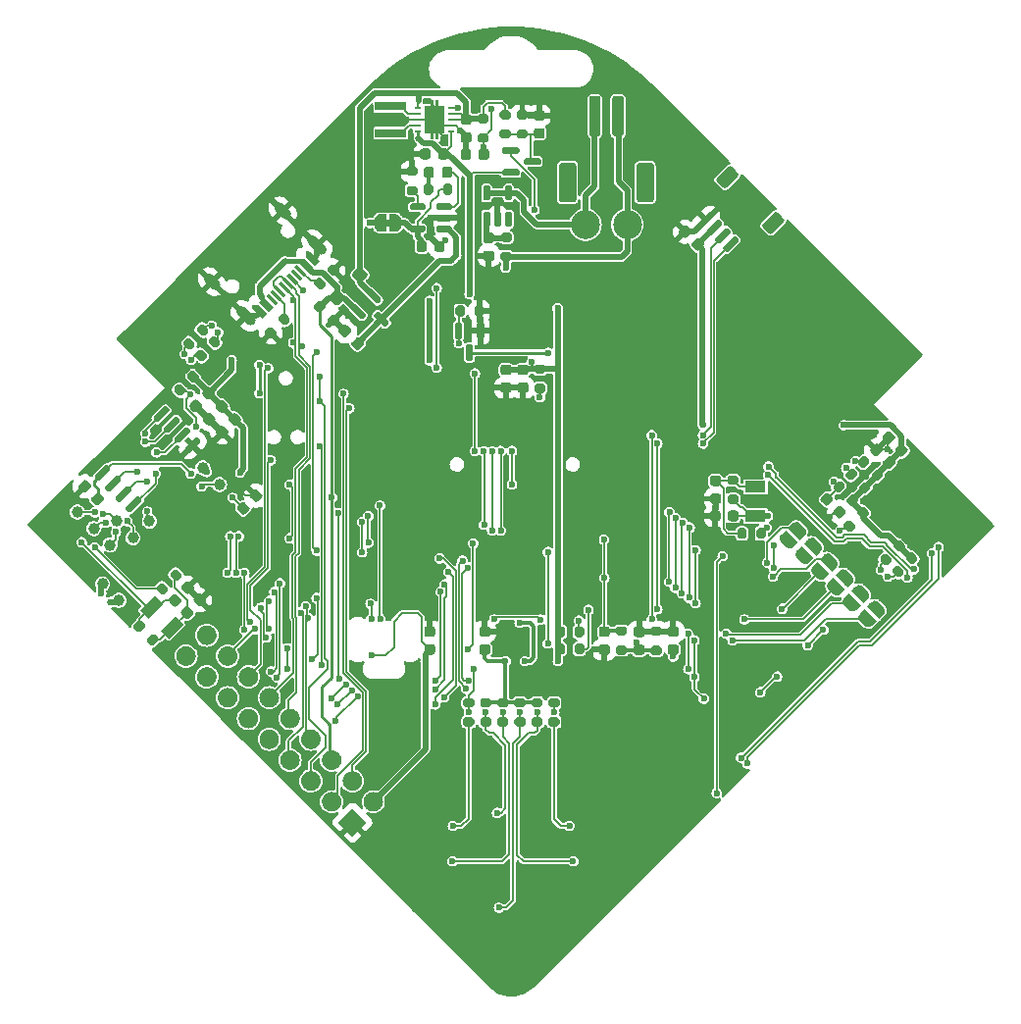
<source format=gbl>
G04 #@! TF.GenerationSoftware,KiCad,Pcbnew,7.0.8-7.0.8~ubuntu23.04.1*
G04 #@! TF.CreationDate,2023-11-14T21:47:51+00:00*
G04 #@! TF.ProjectId,demo-badge-2023,64656d6f-2d62-4616-9467-652d32303233,1*
G04 #@! TF.SameCoordinates,Original*
G04 #@! TF.FileFunction,Copper,L2,Bot*
G04 #@! TF.FilePolarity,Positive*
%FSLAX46Y46*%
G04 Gerber Fmt 4.6, Leading zero omitted, Abs format (unit mm)*
G04 Created by KiCad (PCBNEW 7.0.8-7.0.8~ubuntu23.04.1) date 2023-11-14 21:47:51*
%MOMM*%
%LPD*%
G01*
G04 APERTURE LIST*
G04 #@! TA.AperFunction,SMDPad,CuDef*
%ADD10R,1.800000X1.000000*%
G04 #@! TD*
G04 #@! TA.AperFunction,SMDPad,CuDef*
%ADD11C,1.000000*%
G04 #@! TD*
G04 #@! TA.AperFunction,SMDPad,CuDef*
%ADD12C,2.500000*%
G04 #@! TD*
G04 #@! TA.AperFunction,SMDPad,CuDef*
%ADD13R,0.600000X0.240000*%
G04 #@! TD*
G04 #@! TA.AperFunction,SMDPad,CuDef*
%ADD14R,2.700000X0.800000*%
G04 #@! TD*
G04 #@! TA.AperFunction,ViaPad*
%ADD15C,0.600000*%
G04 #@! TD*
G04 #@! TA.AperFunction,Conductor*
%ADD16C,0.350000*%
G04 #@! TD*
G04 #@! TA.AperFunction,Conductor*
%ADD17C,0.200000*%
G04 #@! TD*
G04 #@! TA.AperFunction,Conductor*
%ADD18C,0.500000*%
G04 #@! TD*
G04 #@! TA.AperFunction,Conductor*
%ADD19C,0.127000*%
G04 #@! TD*
G04 #@! TA.AperFunction,Conductor*
%ADD20C,0.254000*%
G04 #@! TD*
G04 #@! TA.AperFunction,Conductor*
%ADD21C,0.400000*%
G04 #@! TD*
G04 APERTURE END LIST*
G04 #@! TA.AperFunction,EtchedComponent*
G36*
X119578251Y-66448000D02*
G01*
X119078251Y-66448000D01*
X119078251Y-65848000D01*
X119578251Y-65848000D01*
X119578251Y-66448000D01*
G37*
G04 #@! TD.AperFunction*
G04 #@! TA.AperFunction,SMDPad,CuDef*
G36*
G01*
X162078617Y-84542971D02*
X162432171Y-84189417D01*
G75*
G02*
X162750369Y-84189417I159099J-159099D01*
G01*
X163068567Y-84507615D01*
G75*
G02*
X163068567Y-84825813I-159099J-159099D01*
G01*
X162715013Y-85179367D01*
G75*
G02*
X162396815Y-85179367I-159099J159099D01*
G01*
X162078617Y-84861169D01*
G75*
G02*
X162078617Y-84542971I159099J159099D01*
G01*
G37*
G04 #@! TD.AperFunction*
G04 #@! TA.AperFunction,SMDPad,CuDef*
G36*
G01*
X163174633Y-85638987D02*
X163528187Y-85285433D01*
G75*
G02*
X163846385Y-85285433I159099J-159099D01*
G01*
X164164583Y-85603631D01*
G75*
G02*
X164164583Y-85921829I-159099J-159099D01*
G01*
X163811029Y-86275383D01*
G75*
G02*
X163492831Y-86275383I-159099J159099D01*
G01*
X163174633Y-85957185D01*
G75*
G02*
X163174633Y-85638987I159099J159099D01*
G01*
G37*
G04 #@! TD.AperFunction*
G04 #@! TA.AperFunction,SMDPad,CuDef*
G36*
G01*
X149596858Y-91194624D02*
X149596858Y-91694624D01*
G75*
G02*
X149371858Y-91919624I-225000J0D01*
G01*
X148921858Y-91919624D01*
G75*
G02*
X148696858Y-91694624I0J225000D01*
G01*
X148696858Y-91194624D01*
G75*
G02*
X148921858Y-90969624I225000J0D01*
G01*
X149371858Y-90969624D01*
G75*
G02*
X149596858Y-91194624I0J-225000D01*
G01*
G37*
G04 #@! TD.AperFunction*
G04 #@! TA.AperFunction,SMDPad,CuDef*
G36*
G01*
X148046858Y-91194624D02*
X148046858Y-91694624D01*
G75*
G02*
X147821858Y-91919624I-225000J0D01*
G01*
X147371858Y-91919624D01*
G75*
G02*
X147146858Y-91694624I0J225000D01*
G01*
X147146858Y-91194624D01*
G75*
G02*
X147371858Y-90969624I225000J0D01*
G01*
X147821858Y-90969624D01*
G75*
G02*
X148046858Y-91194624I0J-225000D01*
G01*
G37*
G04 #@! TD.AperFunction*
D10*
X151065935Y-88937389D03*
X151065935Y-91437389D03*
G04 #@! TA.AperFunction,SMDPad,CuDef*
G36*
G01*
X162246649Y-95691060D02*
X161857740Y-95302151D01*
G75*
G02*
X161857740Y-95019309I141421J141421D01*
G01*
X162140583Y-94736466D01*
G75*
G02*
X162423425Y-94736466I141421J-141421D01*
G01*
X162812334Y-95125375D01*
G75*
G02*
X162812334Y-95408217I-141421J-141421D01*
G01*
X162529491Y-95691060D01*
G75*
G02*
X162246649Y-95691060I-141421J141421D01*
G01*
G37*
G04 #@! TD.AperFunction*
G04 #@! TA.AperFunction,SMDPad,CuDef*
G36*
G01*
X163413375Y-94524334D02*
X163024466Y-94135425D01*
G75*
G02*
X163024466Y-93852583I141421J141421D01*
G01*
X163307309Y-93569740D01*
G75*
G02*
X163590151Y-93569740I141421J-141421D01*
G01*
X163979060Y-93958649D01*
G75*
G02*
X163979060Y-94241491I-141421J-141421D01*
G01*
X163696217Y-94524334D01*
G75*
G02*
X163413375Y-94524334I-141421J141421D01*
G01*
G37*
G04 #@! TD.AperFunction*
G04 #@! TA.AperFunction,ComponentPad*
G36*
X116280256Y-119114543D02*
G01*
X115078174Y-117912461D01*
X116280256Y-116710379D01*
X117482338Y-117912461D01*
X116280256Y-119114543D01*
G37*
G04 #@! TD.AperFunction*
G04 #@! TA.AperFunction,ComponentPad*
G36*
G01*
X117475266Y-116717451D02*
X117475266Y-116717451D01*
G75*
G02*
X117475266Y-115515369I601041J601041D01*
G01*
X117475266Y-115515369D01*
G75*
G02*
X118677348Y-115515369I601041J-601041D01*
G01*
X118677348Y-115515369D01*
G75*
G02*
X118677348Y-116717451I-601041J-601041D01*
G01*
X118677348Y-116717451D01*
G75*
G02*
X117475266Y-116717451I-601041J601041D01*
G01*
G37*
G04 #@! TD.AperFunction*
G04 #@! TA.AperFunction,ComponentPad*
G36*
G01*
X113883164Y-116717451D02*
X113883164Y-116717451D01*
G75*
G02*
X113883164Y-115515369I601041J601041D01*
G01*
X113883164Y-115515369D01*
G75*
G02*
X115085246Y-115515369I601041J-601041D01*
G01*
X115085246Y-115515369D01*
G75*
G02*
X115085246Y-116717451I-601041J-601041D01*
G01*
X115085246Y-116717451D01*
G75*
G02*
X113883164Y-116717451I-601041J601041D01*
G01*
G37*
G04 #@! TD.AperFunction*
G04 #@! TA.AperFunction,ComponentPad*
G36*
G01*
X115679215Y-114921400D02*
X115679215Y-114921400D01*
G75*
G02*
X115679215Y-113719318I601041J601041D01*
G01*
X115679215Y-113719318D01*
G75*
G02*
X116881297Y-113719318I601041J-601041D01*
G01*
X116881297Y-113719318D01*
G75*
G02*
X116881297Y-114921400I-601041J-601041D01*
G01*
X116881297Y-114921400D01*
G75*
G02*
X115679215Y-114921400I-601041J601041D01*
G01*
G37*
G04 #@! TD.AperFunction*
G04 #@! TA.AperFunction,ComponentPad*
G36*
G01*
X112087113Y-114921400D02*
X112087113Y-114921400D01*
G75*
G02*
X112087113Y-113719318I601041J601041D01*
G01*
X112087113Y-113719318D01*
G75*
G02*
X113289195Y-113719318I601041J-601041D01*
G01*
X113289195Y-113719318D01*
G75*
G02*
X113289195Y-114921400I-601041J-601041D01*
G01*
X113289195Y-114921400D01*
G75*
G02*
X112087113Y-114921400I-601041J601041D01*
G01*
G37*
G04 #@! TD.AperFunction*
G04 #@! TA.AperFunction,ComponentPad*
G36*
G01*
X113883164Y-113125348D02*
X113883164Y-113125348D01*
G75*
G02*
X113883164Y-111923266I601041J601041D01*
G01*
X113883164Y-111923266D01*
G75*
G02*
X115085246Y-111923266I601041J-601041D01*
G01*
X115085246Y-111923266D01*
G75*
G02*
X115085246Y-113125348I-601041J-601041D01*
G01*
X115085246Y-113125348D01*
G75*
G02*
X113883164Y-113125348I-601041J601041D01*
G01*
G37*
G04 #@! TD.AperFunction*
G04 #@! TA.AperFunction,ComponentPad*
G36*
G01*
X110291061Y-113125348D02*
X110291061Y-113125348D01*
G75*
G02*
X110291061Y-111923266I601041J601041D01*
G01*
X110291061Y-111923266D01*
G75*
G02*
X111493143Y-111923266I601041J-601041D01*
G01*
X111493143Y-111923266D01*
G75*
G02*
X111493143Y-113125348I-601041J-601041D01*
G01*
X111493143Y-113125348D01*
G75*
G02*
X110291061Y-113125348I-601041J601041D01*
G01*
G37*
G04 #@! TD.AperFunction*
G04 #@! TA.AperFunction,ComponentPad*
G36*
G01*
X112087113Y-111329297D02*
X112087113Y-111329297D01*
G75*
G02*
X112087113Y-110127215I601041J601041D01*
G01*
X112087113Y-110127215D01*
G75*
G02*
X113289195Y-110127215I601041J-601041D01*
G01*
X113289195Y-110127215D01*
G75*
G02*
X113289195Y-111329297I-601041J-601041D01*
G01*
X113289195Y-111329297D01*
G75*
G02*
X112087113Y-111329297I-601041J601041D01*
G01*
G37*
G04 #@! TD.AperFunction*
G04 #@! TA.AperFunction,ComponentPad*
G36*
G01*
X108495010Y-111329297D02*
X108495010Y-111329297D01*
G75*
G02*
X108495010Y-110127215I601041J601041D01*
G01*
X108495010Y-110127215D01*
G75*
G02*
X109697092Y-110127215I601041J-601041D01*
G01*
X109697092Y-110127215D01*
G75*
G02*
X109697092Y-111329297I-601041J-601041D01*
G01*
X109697092Y-111329297D01*
G75*
G02*
X108495010Y-111329297I-601041J601041D01*
G01*
G37*
G04 #@! TD.AperFunction*
G04 #@! TA.AperFunction,ComponentPad*
G36*
G01*
X110291061Y-109533246D02*
X110291061Y-109533246D01*
G75*
G02*
X110291061Y-108331164I601041J601041D01*
G01*
X110291061Y-108331164D01*
G75*
G02*
X111493143Y-108331164I601041J-601041D01*
G01*
X111493143Y-108331164D01*
G75*
G02*
X111493143Y-109533246I-601041J-601041D01*
G01*
X111493143Y-109533246D01*
G75*
G02*
X110291061Y-109533246I-601041J601041D01*
G01*
G37*
G04 #@! TD.AperFunction*
G04 #@! TA.AperFunction,ComponentPad*
G36*
G01*
X106698959Y-109533246D02*
X106698959Y-109533246D01*
G75*
G02*
X106698959Y-108331164I601041J601041D01*
G01*
X106698959Y-108331164D01*
G75*
G02*
X107901041Y-108331164I601041J-601041D01*
G01*
X107901041Y-108331164D01*
G75*
G02*
X107901041Y-109533246I-601041J-601041D01*
G01*
X107901041Y-109533246D01*
G75*
G02*
X106698959Y-109533246I-601041J601041D01*
G01*
G37*
G04 #@! TD.AperFunction*
G04 #@! TA.AperFunction,ComponentPad*
G36*
G01*
X108495010Y-107737195D02*
X108495010Y-107737195D01*
G75*
G02*
X108495010Y-106535113I601041J601041D01*
G01*
X108495010Y-106535113D01*
G75*
G02*
X109697092Y-106535113I601041J-601041D01*
G01*
X109697092Y-106535113D01*
G75*
G02*
X109697092Y-107737195I-601041J-601041D01*
G01*
X109697092Y-107737195D01*
G75*
G02*
X108495010Y-107737195I-601041J601041D01*
G01*
G37*
G04 #@! TD.AperFunction*
G04 #@! TA.AperFunction,ComponentPad*
G36*
G01*
X104902908Y-107737195D02*
X104902908Y-107737195D01*
G75*
G02*
X104902908Y-106535113I601041J601041D01*
G01*
X104902908Y-106535113D01*
G75*
G02*
X106104990Y-106535113I601041J-601041D01*
G01*
X106104990Y-106535113D01*
G75*
G02*
X106104990Y-107737195I-601041J-601041D01*
G01*
X106104990Y-107737195D01*
G75*
G02*
X104902908Y-107737195I-601041J601041D01*
G01*
G37*
G04 #@! TD.AperFunction*
G04 #@! TA.AperFunction,ComponentPad*
G36*
G01*
X106698959Y-105941143D02*
X106698959Y-105941143D01*
G75*
G02*
X106698959Y-104739061I601041J601041D01*
G01*
X106698959Y-104739061D01*
G75*
G02*
X107901041Y-104739061I601041J-601041D01*
G01*
X107901041Y-104739061D01*
G75*
G02*
X107901041Y-105941143I-601041J-601041D01*
G01*
X107901041Y-105941143D01*
G75*
G02*
X106698959Y-105941143I-601041J601041D01*
G01*
G37*
G04 #@! TD.AperFunction*
G04 #@! TA.AperFunction,ComponentPad*
G36*
G01*
X103106856Y-105941143D02*
X103106856Y-105941143D01*
G75*
G02*
X103106856Y-104739061I601041J601041D01*
G01*
X103106856Y-104739061D01*
G75*
G02*
X104308938Y-104739061I601041J-601041D01*
G01*
X104308938Y-104739061D01*
G75*
G02*
X104308938Y-105941143I-601041J-601041D01*
G01*
X104308938Y-105941143D01*
G75*
G02*
X103106856Y-105941143I-601041J601041D01*
G01*
G37*
G04 #@! TD.AperFunction*
G04 #@! TA.AperFunction,ComponentPad*
G36*
G01*
X104902908Y-104145092D02*
X104902908Y-104145092D01*
G75*
G02*
X104902908Y-102943010I601041J601041D01*
G01*
X104902908Y-102943010D01*
G75*
G02*
X106104990Y-102943010I601041J-601041D01*
G01*
X106104990Y-102943010D01*
G75*
G02*
X106104990Y-104145092I-601041J-601041D01*
G01*
X106104990Y-104145092D01*
G75*
G02*
X104902908Y-104145092I-601041J601041D01*
G01*
G37*
G04 #@! TD.AperFunction*
G04 #@! TA.AperFunction,ComponentPad*
G36*
G01*
X101310805Y-104145092D02*
X101310805Y-104145092D01*
G75*
G02*
X101310805Y-102943010I601041J601041D01*
G01*
X101310805Y-102943010D01*
G75*
G02*
X102512887Y-102943010I601041J-601041D01*
G01*
X102512887Y-102943010D01*
G75*
G02*
X102512887Y-104145092I-601041J-601041D01*
G01*
X102512887Y-104145092D01*
G75*
G02*
X101310805Y-104145092I-601041J601041D01*
G01*
G37*
G04 #@! TD.AperFunction*
G04 #@! TA.AperFunction,ComponentPad*
G36*
G01*
X103106856Y-102349041D02*
X103106856Y-102349041D01*
G75*
G02*
X103106856Y-101146959I601041J601041D01*
G01*
X103106856Y-101146959D01*
G75*
G02*
X104308938Y-101146959I601041J-601041D01*
G01*
X104308938Y-101146959D01*
G75*
G02*
X104308938Y-102349041I-601041J-601041D01*
G01*
X104308938Y-102349041D01*
G75*
G02*
X103106856Y-102349041I-601041J601041D01*
G01*
G37*
G04 #@! TD.AperFunction*
G04 #@! TA.AperFunction,SMDPad,CuDef*
G36*
G01*
X103755852Y-83586264D02*
X103402298Y-83232710D01*
G75*
G02*
X103402298Y-82914512I159099J159099D01*
G01*
X103720496Y-82596314D01*
G75*
G02*
X104038694Y-82596314I159099J-159099D01*
G01*
X104392248Y-82949868D01*
G75*
G02*
X104392248Y-83268066I-159099J-159099D01*
G01*
X104074050Y-83586264D01*
G75*
G02*
X103755852Y-83586264I-159099J159099D01*
G01*
G37*
G04 #@! TD.AperFunction*
G04 #@! TA.AperFunction,SMDPad,CuDef*
G36*
G01*
X104851868Y-82490248D02*
X104498314Y-82136694D01*
G75*
G02*
X104498314Y-81818496I159099J159099D01*
G01*
X104816512Y-81500298D01*
G75*
G02*
X105134710Y-81500298I159099J-159099D01*
G01*
X105488264Y-81853852D01*
G75*
G02*
X105488264Y-82172050I-159099J-159099D01*
G01*
X105170066Y-82490248D01*
G75*
G02*
X104851868Y-82490248I-159099J159099D01*
G01*
G37*
G04 #@! TD.AperFunction*
G04 #@! TA.AperFunction,SMDPad,CuDef*
G36*
G01*
X121701553Y-63754800D02*
X121151553Y-63754800D01*
G75*
G02*
X120951553Y-63554800I0J200000D01*
G01*
X120951553Y-63154800D01*
G75*
G02*
X121151553Y-62954800I200000J0D01*
G01*
X121701553Y-62954800D01*
G75*
G02*
X121901553Y-63154800I0J-200000D01*
G01*
X121901553Y-63554800D01*
G75*
G02*
X121701553Y-63754800I-200000J0D01*
G01*
G37*
G04 #@! TD.AperFunction*
G04 #@! TA.AperFunction,SMDPad,CuDef*
G36*
G01*
X121701553Y-62104800D02*
X121151553Y-62104800D01*
G75*
G02*
X120951553Y-61904800I0J200000D01*
G01*
X120951553Y-61504800D01*
G75*
G02*
X121151553Y-61304800I200000J0D01*
G01*
X121701553Y-61304800D01*
G75*
G02*
X121901553Y-61504800I0J-200000D01*
G01*
X121901553Y-61904800D01*
G75*
G02*
X121701553Y-62104800I-200000J0D01*
G01*
G37*
G04 #@! TD.AperFunction*
D11*
X93945786Y-92533786D03*
G04 #@! TA.AperFunction,SMDPad,CuDef*
G36*
G01*
X129187800Y-56419600D02*
X129737800Y-56419600D01*
G75*
G02*
X129937800Y-56619600I0J-200000D01*
G01*
X129937800Y-57019600D01*
G75*
G02*
X129737800Y-57219600I-200000J0D01*
G01*
X129187800Y-57219600D01*
G75*
G02*
X128987800Y-57019600I0J200000D01*
G01*
X128987800Y-56619600D01*
G75*
G02*
X129187800Y-56419600I200000J0D01*
G01*
G37*
G04 #@! TD.AperFunction*
G04 #@! TA.AperFunction,SMDPad,CuDef*
G36*
G01*
X129187800Y-58069600D02*
X129737800Y-58069600D01*
G75*
G02*
X129937800Y-58269600I0J-200000D01*
G01*
X129937800Y-58669600D01*
G75*
G02*
X129737800Y-58869600I-200000J0D01*
G01*
X129187800Y-58869600D01*
G75*
G02*
X128987800Y-58669600I0J200000D01*
G01*
X128987800Y-58269600D01*
G75*
G02*
X129187800Y-58069600I200000J0D01*
G01*
G37*
G04 #@! TD.AperFunction*
G04 #@! TA.AperFunction,SMDPad,CuDef*
G36*
G01*
X99519283Y-102228894D02*
X99130374Y-102617803D01*
G75*
G02*
X98847532Y-102617803I-141421J141421D01*
G01*
X98564689Y-102334960D01*
G75*
G02*
X98564689Y-102052118I141421J141421D01*
G01*
X98953598Y-101663209D01*
G75*
G02*
X99236440Y-101663209I141421J-141421D01*
G01*
X99519283Y-101946052D01*
G75*
G02*
X99519283Y-102228894I-141421J-141421D01*
G01*
G37*
G04 #@! TD.AperFunction*
G04 #@! TA.AperFunction,SMDPad,CuDef*
G36*
G01*
X98352557Y-101062168D02*
X97963648Y-101451077D01*
G75*
G02*
X97680806Y-101451077I-141421J141421D01*
G01*
X97397963Y-101168234D01*
G75*
G02*
X97397963Y-100885392I141421J141421D01*
G01*
X97786872Y-100496483D01*
G75*
G02*
X98069714Y-100496483I141421J-141421D01*
G01*
X98352557Y-100779326D01*
G75*
G02*
X98352557Y-101062168I-141421J-141421D01*
G01*
G37*
G04 #@! TD.AperFunction*
D12*
X136400000Y-66298000D03*
G04 #@! TA.AperFunction,SMDPad,CuDef*
G36*
G01*
X157793740Y-88827849D02*
X158182649Y-88438940D01*
G75*
G02*
X158465491Y-88438940I141421J-141421D01*
G01*
X158748334Y-88721783D01*
G75*
G02*
X158748334Y-89004625I-141421J-141421D01*
G01*
X158359425Y-89393534D01*
G75*
G02*
X158076583Y-89393534I-141421J141421D01*
G01*
X157793740Y-89110691D01*
G75*
G02*
X157793740Y-88827849I141421J141421D01*
G01*
G37*
G04 #@! TD.AperFunction*
G04 #@! TA.AperFunction,SMDPad,CuDef*
G36*
G01*
X158960466Y-89994575D02*
X159349375Y-89605666D01*
G75*
G02*
X159632217Y-89605666I141421J-141421D01*
G01*
X159915060Y-89888509D01*
G75*
G02*
X159915060Y-90171351I-141421J-141421D01*
G01*
X159526151Y-90560260D01*
G75*
G02*
X159243309Y-90560260I-141421J141421D01*
G01*
X158960466Y-90277417D01*
G75*
G02*
X158960466Y-89994575I141421J141421D01*
G01*
G37*
G04 #@! TD.AperFunction*
G04 #@! TA.AperFunction,SMDPad,CuDef*
G36*
G01*
X128295601Y-69448000D02*
X127795601Y-69448000D01*
G75*
G02*
X127570601Y-69223000I0J225000D01*
G01*
X127570601Y-68773000D01*
G75*
G02*
X127795601Y-68548000I225000J0D01*
G01*
X128295601Y-68548000D01*
G75*
G02*
X128520601Y-68773000I0J-225000D01*
G01*
X128520601Y-69223000D01*
G75*
G02*
X128295601Y-69448000I-225000J0D01*
G01*
G37*
G04 #@! TD.AperFunction*
G04 #@! TA.AperFunction,SMDPad,CuDef*
G36*
G01*
X128295601Y-67898000D02*
X127795601Y-67898000D01*
G75*
G02*
X127570601Y-67673000I0J225000D01*
G01*
X127570601Y-67223000D01*
G75*
G02*
X127795601Y-66998000I225000J0D01*
G01*
X128295601Y-66998000D01*
G75*
G02*
X128520601Y-67223000I0J-225000D01*
G01*
X128520601Y-67673000D01*
G75*
G02*
X128295601Y-67898000I-225000J0D01*
G01*
G37*
G04 #@! TD.AperFunction*
G04 #@! TA.AperFunction,SMDPad,CuDef*
G36*
G01*
X104890758Y-84721170D02*
X104537204Y-84367616D01*
G75*
G02*
X104537204Y-84049418I159099J159099D01*
G01*
X104855402Y-83731220D01*
G75*
G02*
X105173600Y-83731220I159099J-159099D01*
G01*
X105527154Y-84084774D01*
G75*
G02*
X105527154Y-84402972I-159099J-159099D01*
G01*
X105208956Y-84721170D01*
G75*
G02*
X104890758Y-84721170I-159099J159099D01*
G01*
G37*
G04 #@! TD.AperFunction*
G04 #@! TA.AperFunction,SMDPad,CuDef*
G36*
G01*
X105986774Y-83625154D02*
X105633220Y-83271600D01*
G75*
G02*
X105633220Y-82953402I159099J159099D01*
G01*
X105951418Y-82635204D01*
G75*
G02*
X106269616Y-82635204I159099J-159099D01*
G01*
X106623170Y-82988758D01*
G75*
G02*
X106623170Y-83306956I-159099J-159099D01*
G01*
X106304972Y-83625154D01*
G75*
G02*
X105986774Y-83625154I-159099J159099D01*
G01*
G37*
G04 #@! TD.AperFunction*
G04 #@! TA.AperFunction,SMDPad,CuDef*
G36*
G01*
X131011600Y-109622200D02*
X130461600Y-109622200D01*
G75*
G02*
X130261600Y-109422200I0J200000D01*
G01*
X130261600Y-109022200D01*
G75*
G02*
X130461600Y-108822200I200000J0D01*
G01*
X131011600Y-108822200D01*
G75*
G02*
X131211600Y-109022200I0J-200000D01*
G01*
X131211600Y-109422200D01*
G75*
G02*
X131011600Y-109622200I-200000J0D01*
G01*
G37*
G04 #@! TD.AperFunction*
G04 #@! TA.AperFunction,SMDPad,CuDef*
G36*
G01*
X131011600Y-107972200D02*
X130461600Y-107972200D01*
G75*
G02*
X130261600Y-107772200I0J200000D01*
G01*
X130261600Y-107372200D01*
G75*
G02*
X130461600Y-107172200I200000J0D01*
G01*
X131011600Y-107172200D01*
G75*
G02*
X131211600Y-107372200I0J-200000D01*
G01*
X131211600Y-107772200D01*
G75*
G02*
X131011600Y-107972200I-200000J0D01*
G01*
G37*
G04 #@! TD.AperFunction*
G04 #@! TA.AperFunction,SMDPad,CuDef*
G36*
G01*
X132484800Y-109622200D02*
X131934800Y-109622200D01*
G75*
G02*
X131734800Y-109422200I0J200000D01*
G01*
X131734800Y-109022200D01*
G75*
G02*
X131934800Y-108822200I200000J0D01*
G01*
X132484800Y-108822200D01*
G75*
G02*
X132684800Y-109022200I0J-200000D01*
G01*
X132684800Y-109422200D01*
G75*
G02*
X132484800Y-109622200I-200000J0D01*
G01*
G37*
G04 #@! TD.AperFunction*
G04 #@! TA.AperFunction,SMDPad,CuDef*
G36*
G01*
X132484800Y-107972200D02*
X131934800Y-107972200D01*
G75*
G02*
X131734800Y-107772200I0J200000D01*
G01*
X131734800Y-107372200D01*
G75*
G02*
X131934800Y-107172200I200000J0D01*
G01*
X132484800Y-107172200D01*
G75*
G02*
X132684800Y-107372200I0J-200000D01*
G01*
X132684800Y-107772200D01*
G75*
G02*
X132484800Y-107972200I-200000J0D01*
G01*
G37*
G04 #@! TD.AperFunction*
G04 #@! TA.AperFunction,SMDPad,CuDef*
G36*
G01*
X100823757Y-99230763D02*
X100470203Y-98877209D01*
G75*
G02*
X100470203Y-98559011I159099J159099D01*
G01*
X100788401Y-98240813D01*
G75*
G02*
X101106599Y-98240813I159099J-159099D01*
G01*
X101460153Y-98594367D01*
G75*
G02*
X101460153Y-98912565I-159099J-159099D01*
G01*
X101141955Y-99230763D01*
G75*
G02*
X100823757Y-99230763I-159099J159099D01*
G01*
G37*
G04 #@! TD.AperFunction*
G04 #@! TA.AperFunction,SMDPad,CuDef*
G36*
G01*
X101919773Y-98134747D02*
X101566219Y-97781193D01*
G75*
G02*
X101566219Y-97462995I159099J159099D01*
G01*
X101884417Y-97144797D01*
G75*
G02*
X102202615Y-97144797I159099J-159099D01*
G01*
X102556169Y-97498351D01*
G75*
G02*
X102556169Y-97816549I-159099J-159099D01*
G01*
X102237971Y-98134747D01*
G75*
G02*
X101919773Y-98134747I-159099J159099D01*
G01*
G37*
G04 #@! TD.AperFunction*
G04 #@! TA.AperFunction,SMDPad,CuDef*
G36*
G01*
X101144374Y-96084083D02*
X101533283Y-96472992D01*
G75*
G02*
X101533283Y-96755834I-141421J-141421D01*
G01*
X101250440Y-97038677D01*
G75*
G02*
X100967598Y-97038677I-141421J141421D01*
G01*
X100578689Y-96649768D01*
G75*
G02*
X100578689Y-96366926I141421J141421D01*
G01*
X100861532Y-96084083D01*
G75*
G02*
X101144374Y-96084083I141421J-141421D01*
G01*
G37*
G04 #@! TD.AperFunction*
G04 #@! TA.AperFunction,SMDPad,CuDef*
G36*
G01*
X99977648Y-97250809D02*
X100366557Y-97639718D01*
G75*
G02*
X100366557Y-97922560I-141421J-141421D01*
G01*
X100083714Y-98205403D01*
G75*
G02*
X99800872Y-98205403I-141421J141421D01*
G01*
X99411963Y-97816494D01*
G75*
G02*
X99411963Y-97533652I141421J141421D01*
G01*
X99694806Y-97250809D01*
G75*
G02*
X99977648Y-97250809I141421J-141421D01*
G01*
G37*
G04 #@! TD.AperFunction*
D13*
X121960400Y-58233600D03*
X121960400Y-57733600D03*
X121960400Y-57233600D03*
X121960400Y-56733600D03*
X121960400Y-56233600D03*
X124760400Y-56233600D03*
X124760400Y-56733600D03*
X124760400Y-57233600D03*
X124760400Y-57733600D03*
X124760400Y-58233600D03*
G04 #@! TA.AperFunction,SMDPad,CuDef*
G36*
X123235400Y-56033600D02*
G01*
X123485400Y-56033600D01*
X123485400Y-55533600D01*
X123735400Y-55533600D01*
X123735400Y-56033600D01*
X124185400Y-56033600D01*
X124185400Y-58433600D01*
X123735400Y-58433600D01*
X123735400Y-58933600D01*
X123485400Y-58933600D01*
X123485400Y-58433600D01*
X123235400Y-58433600D01*
X123235400Y-58933600D01*
X122985400Y-58933600D01*
X122985400Y-58433600D01*
X122535400Y-58433600D01*
X122535400Y-56033600D01*
X122985400Y-56033600D01*
X122985400Y-55533600D01*
X123235400Y-55533600D01*
X123235400Y-56033600D01*
G37*
G04 #@! TD.AperFunction*
D12*
X140000000Y-66298000D03*
G04 #@! TA.AperFunction,SMDPad,CuDef*
G36*
G01*
X100254261Y-81991237D02*
X100466393Y-82203369D01*
G75*
G02*
X100466393Y-82415501I-106066J-106066D01*
G01*
X99547155Y-83334739D01*
G75*
G02*
X99335023Y-83334739I-106066J106066D01*
G01*
X99122891Y-83122607D01*
G75*
G02*
X99122891Y-82910475I106066J106066D01*
G01*
X100042129Y-81991237D01*
G75*
G02*
X100254261Y-81991237I106066J-106066D01*
G01*
G37*
G04 #@! TD.AperFunction*
G04 #@! TA.AperFunction,SMDPad,CuDef*
G36*
G01*
X101152287Y-82889263D02*
X101364419Y-83101395D01*
G75*
G02*
X101364419Y-83313527I-106066J-106066D01*
G01*
X100445181Y-84232765D01*
G75*
G02*
X100233049Y-84232765I-106066J106066D01*
G01*
X100020917Y-84020633D01*
G75*
G02*
X100020917Y-83808501I106066J106066D01*
G01*
X100940155Y-82889263D01*
G75*
G02*
X101152287Y-82889263I106066J-106066D01*
G01*
G37*
G04 #@! TD.AperFunction*
G04 #@! TA.AperFunction,SMDPad,CuDef*
G36*
G01*
X102050312Y-83787288D02*
X102262444Y-83999420D01*
G75*
G02*
X102262444Y-84211552I-106066J-106066D01*
G01*
X101343206Y-85130790D01*
G75*
G02*
X101131074Y-85130790I-106066J106066D01*
G01*
X100918942Y-84918658D01*
G75*
G02*
X100918942Y-84706526I106066J106066D01*
G01*
X101838180Y-83787288D01*
G75*
G02*
X102050312Y-83787288I106066J-106066D01*
G01*
G37*
G04 #@! TD.AperFunction*
G04 #@! TA.AperFunction,SMDPad,CuDef*
G36*
G01*
X102948338Y-84685314D02*
X103160470Y-84897446D01*
G75*
G02*
X103160470Y-85109578I-106066J-106066D01*
G01*
X102241232Y-86028816D01*
G75*
G02*
X102029100Y-86028816I-106066J106066D01*
G01*
X101816968Y-85816684D01*
G75*
G02*
X101816968Y-85604552I106066J106066D01*
G01*
X102736206Y-84685314D01*
G75*
G02*
X102948338Y-84685314I106066J-106066D01*
G01*
G37*
G04 #@! TD.AperFunction*
G04 #@! TA.AperFunction,SMDPad,CuDef*
G36*
G01*
X97857169Y-89776483D02*
X98069301Y-89988615D01*
G75*
G02*
X98069301Y-90200747I-106066J-106066D01*
G01*
X97150063Y-91119985D01*
G75*
G02*
X96937931Y-91119985I-106066J106066D01*
G01*
X96725799Y-90907853D01*
G75*
G02*
X96725799Y-90695721I106066J106066D01*
G01*
X97645037Y-89776483D01*
G75*
G02*
X97857169Y-89776483I106066J-106066D01*
G01*
G37*
G04 #@! TD.AperFunction*
G04 #@! TA.AperFunction,SMDPad,CuDef*
G36*
G01*
X96959143Y-88878457D02*
X97171275Y-89090589D01*
G75*
G02*
X97171275Y-89302721I-106066J-106066D01*
G01*
X96252037Y-90221959D01*
G75*
G02*
X96039905Y-90221959I-106066J106066D01*
G01*
X95827773Y-90009827D01*
G75*
G02*
X95827773Y-89797695I106066J106066D01*
G01*
X96747011Y-88878457D01*
G75*
G02*
X96959143Y-88878457I106066J-106066D01*
G01*
G37*
G04 #@! TD.AperFunction*
G04 #@! TA.AperFunction,SMDPad,CuDef*
G36*
G01*
X96061118Y-87980432D02*
X96273250Y-88192564D01*
G75*
G02*
X96273250Y-88404696I-106066J-106066D01*
G01*
X95354012Y-89323934D01*
G75*
G02*
X95141880Y-89323934I-106066J106066D01*
G01*
X94929748Y-89111802D01*
G75*
G02*
X94929748Y-88899670I106066J106066D01*
G01*
X95848986Y-87980432D01*
G75*
G02*
X96061118Y-87980432I106066J-106066D01*
G01*
G37*
G04 #@! TD.AperFunction*
G04 #@! TA.AperFunction,SMDPad,CuDef*
G36*
G01*
X95163092Y-87082406D02*
X95375224Y-87294538D01*
G75*
G02*
X95375224Y-87506670I-106066J-106066D01*
G01*
X94455986Y-88425908D01*
G75*
G02*
X94243854Y-88425908I-106066J106066D01*
G01*
X94031722Y-88213776D01*
G75*
G02*
X94031722Y-88001644I106066J106066D01*
G01*
X94950960Y-87082406D01*
G75*
G02*
X95163092Y-87082406I106066J-106066D01*
G01*
G37*
G04 #@! TD.AperFunction*
G04 #@! TA.AperFunction,SMDPad,CuDef*
G36*
X119178251Y-66898000D02*
G01*
X118678251Y-66898000D01*
X118678251Y-66892911D01*
X118607094Y-66892911D01*
X118470543Y-66852816D01*
X118350821Y-66775875D01*
X118257624Y-66668320D01*
X118198505Y-66538866D01*
X118178251Y-66398000D01*
X118178251Y-65898000D01*
X118198505Y-65757134D01*
X118257624Y-65627680D01*
X118350821Y-65520125D01*
X118470543Y-65443184D01*
X118607094Y-65403089D01*
X118678251Y-65403089D01*
X118678251Y-65398000D01*
X119178251Y-65398000D01*
X119178251Y-66898000D01*
G37*
G04 #@! TD.AperFunction*
G04 #@! TA.AperFunction,SMDPad,CuDef*
G36*
X119978251Y-65403089D02*
G01*
X120049408Y-65403089D01*
X120185959Y-65443184D01*
X120305681Y-65520125D01*
X120398878Y-65627680D01*
X120457997Y-65757134D01*
X120478251Y-65898000D01*
X120478251Y-66398000D01*
X120457997Y-66538866D01*
X120398878Y-66668320D01*
X120305681Y-66775875D01*
X120185959Y-66852816D01*
X120049408Y-66892911D01*
X119978251Y-66892911D01*
X119978251Y-66898000D01*
X119478251Y-66898000D01*
X119478251Y-65398000D01*
X119978251Y-65398000D01*
X119978251Y-65403089D01*
G37*
G04 #@! TD.AperFunction*
G04 #@! TA.AperFunction,SMDPad,CuDef*
G36*
G01*
X156733825Y-89866179D02*
X157087379Y-89512625D01*
G75*
G02*
X157405577Y-89512625I159099J-159099D01*
G01*
X157723775Y-89830823D01*
G75*
G02*
X157723775Y-90149021I-159099J-159099D01*
G01*
X157370221Y-90502575D01*
G75*
G02*
X157052023Y-90502575I-159099J159099D01*
G01*
X156733825Y-90184377D01*
G75*
G02*
X156733825Y-89866179I159099J159099D01*
G01*
G37*
G04 #@! TD.AperFunction*
G04 #@! TA.AperFunction,SMDPad,CuDef*
G36*
G01*
X157829841Y-90962195D02*
X158183395Y-90608641D01*
G75*
G02*
X158501593Y-90608641I159099J-159099D01*
G01*
X158819791Y-90926839D01*
G75*
G02*
X158819791Y-91245037I-159099J-159099D01*
G01*
X158466237Y-91598591D01*
G75*
G02*
X158148039Y-91598591I-159099J159099D01*
G01*
X157829841Y-91280393D01*
G75*
G02*
X157829841Y-90962195I159099J159099D01*
G01*
G37*
G04 #@! TD.AperFunction*
G04 #@! TA.AperFunction,SMDPad,CuDef*
G36*
G01*
X108089429Y-89205017D02*
X108442983Y-89558571D01*
G75*
G02*
X108442983Y-89876769I-159099J-159099D01*
G01*
X108124785Y-90194967D01*
G75*
G02*
X107806587Y-90194967I-159099J159099D01*
G01*
X107453033Y-89841413D01*
G75*
G02*
X107453033Y-89523215I159099J159099D01*
G01*
X107771231Y-89205017D01*
G75*
G02*
X108089429Y-89205017I159099J-159099D01*
G01*
G37*
G04 #@! TD.AperFunction*
G04 #@! TA.AperFunction,SMDPad,CuDef*
G36*
G01*
X106993413Y-90301033D02*
X107346967Y-90654587D01*
G75*
G02*
X107346967Y-90972785I-159099J-159099D01*
G01*
X107028769Y-91290983D01*
G75*
G02*
X106710571Y-91290983I-159099J159099D01*
G01*
X106357017Y-90937429D01*
G75*
G02*
X106357017Y-90619231I159099J159099D01*
G01*
X106675215Y-90301033D01*
G75*
G02*
X106993413Y-90301033I159099J-159099D01*
G01*
G37*
G04 #@! TD.AperFunction*
G04 #@! TA.AperFunction,SMDPad,CuDef*
G36*
G01*
X129212500Y-61948000D02*
X129212500Y-61648000D01*
G75*
G02*
X129362500Y-61498000I150000J0D01*
G01*
X130537500Y-61498000D01*
G75*
G02*
X130687500Y-61648000I0J-150000D01*
G01*
X130687500Y-61948000D01*
G75*
G02*
X130537500Y-62098000I-150000J0D01*
G01*
X129362500Y-62098000D01*
G75*
G02*
X129212500Y-61948000I0J150000D01*
G01*
G37*
G04 #@! TD.AperFunction*
G04 #@! TA.AperFunction,SMDPad,CuDef*
G36*
G01*
X129212500Y-60048000D02*
X129212500Y-59748000D01*
G75*
G02*
X129362500Y-59598000I150000J0D01*
G01*
X130537500Y-59598000D01*
G75*
G02*
X130687500Y-59748000I0J-150000D01*
G01*
X130687500Y-60048000D01*
G75*
G02*
X130537500Y-60198000I-150000J0D01*
G01*
X129362500Y-60198000D01*
G75*
G02*
X129212500Y-60048000I0J150000D01*
G01*
G37*
G04 #@! TD.AperFunction*
G04 #@! TA.AperFunction,SMDPad,CuDef*
G36*
G01*
X131087500Y-60998000D02*
X131087500Y-60698000D01*
G75*
G02*
X131237500Y-60548000I150000J0D01*
G01*
X132412500Y-60548000D01*
G75*
G02*
X132562500Y-60698000I0J-150000D01*
G01*
X132562500Y-60998000D01*
G75*
G02*
X132412500Y-61148000I-150000J0D01*
G01*
X131237500Y-61148000D01*
G75*
G02*
X131087500Y-60998000I0J150000D01*
G01*
G37*
G04 #@! TD.AperFunction*
G04 #@! TA.AperFunction,SMDPad,CuDef*
G36*
G01*
X129776800Y-80823000D02*
X129276800Y-80823000D01*
G75*
G02*
X129051800Y-80598000I0J225000D01*
G01*
X129051800Y-80148000D01*
G75*
G02*
X129276800Y-79923000I225000J0D01*
G01*
X129776800Y-79923000D01*
G75*
G02*
X130001800Y-80148000I0J-225000D01*
G01*
X130001800Y-80598000D01*
G75*
G02*
X129776800Y-80823000I-225000J0D01*
G01*
G37*
G04 #@! TD.AperFunction*
G04 #@! TA.AperFunction,SMDPad,CuDef*
G36*
G01*
X129776800Y-79273000D02*
X129276800Y-79273000D01*
G75*
G02*
X129051800Y-79048000I0J225000D01*
G01*
X129051800Y-78598000D01*
G75*
G02*
X129276800Y-78373000I225000J0D01*
G01*
X129776800Y-78373000D01*
G75*
G02*
X130001800Y-78598000I0J-225000D01*
G01*
X130001800Y-79048000D01*
G75*
G02*
X129776800Y-79273000I-225000J0D01*
G01*
G37*
G04 #@! TD.AperFunction*
G04 #@! TA.AperFunction,SMDPad,CuDef*
G36*
X156601335Y-95187803D02*
G01*
X156954888Y-94834250D01*
X156958486Y-94837848D01*
X157008802Y-94787533D01*
X157133710Y-94719328D01*
X157272771Y-94689077D01*
X157414724Y-94699230D01*
X157548066Y-94748964D01*
X157661995Y-94834250D01*
X158015548Y-95187803D01*
X158100834Y-95301732D01*
X158150568Y-95435074D01*
X158160721Y-95577027D01*
X158130470Y-95716088D01*
X158062265Y-95840996D01*
X158011950Y-95891312D01*
X158015548Y-95894910D01*
X157661995Y-96248463D01*
X156601335Y-95187803D01*
G37*
G04 #@! TD.AperFunction*
G04 #@! TA.AperFunction,SMDPad,CuDef*
G36*
X157092712Y-96810550D02*
G01*
X157042396Y-96860865D01*
X156917488Y-96929070D01*
X156778427Y-96959321D01*
X156636474Y-96949168D01*
X156503132Y-96899434D01*
X156389203Y-96814148D01*
X156035650Y-96460595D01*
X155950364Y-96346666D01*
X155900630Y-96213324D01*
X155890477Y-96071371D01*
X155920728Y-95932310D01*
X155988933Y-95807402D01*
X156039248Y-95757086D01*
X156035650Y-95753488D01*
X156389203Y-95399935D01*
X157449863Y-96460595D01*
X157096310Y-96814148D01*
X157092712Y-96810550D01*
G37*
G04 #@! TD.AperFunction*
D11*
X96120000Y-98738000D03*
G04 #@! TA.AperFunction,SMDPad,CuDef*
G36*
G01*
X125618200Y-60488800D02*
X125618200Y-59988800D01*
G75*
G02*
X125843200Y-59763800I225000J0D01*
G01*
X126293200Y-59763800D01*
G75*
G02*
X126518200Y-59988800I0J-225000D01*
G01*
X126518200Y-60488800D01*
G75*
G02*
X126293200Y-60713800I-225000J0D01*
G01*
X125843200Y-60713800D01*
G75*
G02*
X125618200Y-60488800I0J225000D01*
G01*
G37*
G04 #@! TD.AperFunction*
G04 #@! TA.AperFunction,SMDPad,CuDef*
G36*
G01*
X127168200Y-60488800D02*
X127168200Y-59988800D01*
G75*
G02*
X127393200Y-59763800I225000J0D01*
G01*
X127843200Y-59763800D01*
G75*
G02*
X128068200Y-59988800I0J-225000D01*
G01*
X128068200Y-60488800D01*
G75*
G02*
X127843200Y-60713800I-225000J0D01*
G01*
X127393200Y-60713800D01*
G75*
G02*
X127168200Y-60488800I0J225000D01*
G01*
G37*
G04 #@! TD.AperFunction*
G04 #@! TA.AperFunction,SMDPad,CuDef*
G36*
G01*
X127279400Y-56766400D02*
X127829400Y-56766400D01*
G75*
G02*
X128029400Y-56966400I0J-200000D01*
G01*
X128029400Y-57366400D01*
G75*
G02*
X127829400Y-57566400I-200000J0D01*
G01*
X127279400Y-57566400D01*
G75*
G02*
X127079400Y-57366400I0J200000D01*
G01*
X127079400Y-56966400D01*
G75*
G02*
X127279400Y-56766400I200000J0D01*
G01*
G37*
G04 #@! TD.AperFunction*
G04 #@! TA.AperFunction,SMDPad,CuDef*
G36*
G01*
X127279400Y-58416400D02*
X127829400Y-58416400D01*
G75*
G02*
X128029400Y-58616400I0J-200000D01*
G01*
X128029400Y-59016400D01*
G75*
G02*
X127829400Y-59216400I-200000J0D01*
G01*
X127279400Y-59216400D01*
G75*
G02*
X127079400Y-59016400I0J200000D01*
G01*
X127079400Y-58616400D01*
G75*
G02*
X127279400Y-58416400I200000J0D01*
G01*
G37*
G04 #@! TD.AperFunction*
G04 #@! TA.AperFunction,SMDPad,CuDef*
G36*
G01*
X104465114Y-75953977D02*
X104854023Y-76342886D01*
G75*
G02*
X104854023Y-76625728I-141421J-141421D01*
G01*
X104571180Y-76908571D01*
G75*
G02*
X104288338Y-76908571I-141421J141421D01*
G01*
X103899429Y-76519662D01*
G75*
G02*
X103899429Y-76236820I141421J141421D01*
G01*
X104182272Y-75953977D01*
G75*
G02*
X104465114Y-75953977I141421J-141421D01*
G01*
G37*
G04 #@! TD.AperFunction*
G04 #@! TA.AperFunction,SMDPad,CuDef*
G36*
G01*
X103298388Y-77120703D02*
X103687297Y-77509612D01*
G75*
G02*
X103687297Y-77792454I-141421J-141421D01*
G01*
X103404454Y-78075297D01*
G75*
G02*
X103121612Y-78075297I-141421J141421D01*
G01*
X102732703Y-77686388D01*
G75*
G02*
X102732703Y-77403546I141421J141421D01*
G01*
X103015546Y-77120703D01*
G75*
G02*
X103298388Y-77120703I141421J-141421D01*
G01*
G37*
G04 #@! TD.AperFunction*
G04 #@! TA.AperFunction,SMDPad,CuDef*
G36*
G01*
X109136086Y-76106823D02*
X108747177Y-75717914D01*
G75*
G02*
X108747177Y-75435072I141421J141421D01*
G01*
X109030020Y-75152229D01*
G75*
G02*
X109312862Y-75152229I141421J-141421D01*
G01*
X109701771Y-75541138D01*
G75*
G02*
X109701771Y-75823980I-141421J-141421D01*
G01*
X109418928Y-76106823D01*
G75*
G02*
X109136086Y-76106823I-141421J141421D01*
G01*
G37*
G04 #@! TD.AperFunction*
G04 #@! TA.AperFunction,SMDPad,CuDef*
G36*
G01*
X110302812Y-74940097D02*
X109913903Y-74551188D01*
G75*
G02*
X109913903Y-74268346I141421J141421D01*
G01*
X110196746Y-73985503D01*
G75*
G02*
X110479588Y-73985503I141421J-141421D01*
G01*
X110868497Y-74374412D01*
G75*
G02*
X110868497Y-74657254I-141421J-141421D01*
G01*
X110585654Y-74940097D01*
G75*
G02*
X110302812Y-74940097I-141421J141421D01*
G01*
G37*
G04 #@! TD.AperFunction*
X103364573Y-87292573D03*
G04 #@! TA.AperFunction,SMDPad,CuDef*
G36*
G01*
X136274999Y-101173000D02*
X136274999Y-101723000D01*
G75*
G02*
X136074999Y-101923000I-200000J0D01*
G01*
X135674999Y-101923000D01*
G75*
G02*
X135474999Y-101723000I0J200000D01*
G01*
X135474999Y-101173000D01*
G75*
G02*
X135674999Y-100973000I200000J0D01*
G01*
X136074999Y-100973000D01*
G75*
G02*
X136274999Y-101173000I0J-200000D01*
G01*
G37*
G04 #@! TD.AperFunction*
G04 #@! TA.AperFunction,SMDPad,CuDef*
G36*
G01*
X134624999Y-101173000D02*
X134624999Y-101723000D01*
G75*
G02*
X134424999Y-101923000I-200000J0D01*
G01*
X134024999Y-101923000D01*
G75*
G02*
X133824999Y-101723000I0J200000D01*
G01*
X133824999Y-101173000D01*
G75*
G02*
X134024999Y-100973000I200000J0D01*
G01*
X134424999Y-100973000D01*
G75*
G02*
X134624999Y-101173000I0J-200000D01*
G01*
G37*
G04 #@! TD.AperFunction*
G04 #@! TA.AperFunction,SMDPad,CuDef*
G36*
G01*
X146167620Y-66089831D02*
X147051504Y-65205947D01*
G75*
G02*
X147263636Y-65205947I106066J-106066D01*
G01*
X147475768Y-65418079D01*
G75*
G02*
X147475768Y-65630211I-106066J-106066D01*
G01*
X146591884Y-66514095D01*
G75*
G02*
X146379752Y-66514095I-106066J106066D01*
G01*
X146167620Y-66301963D01*
G75*
G02*
X146167620Y-66089831I106066J106066D01*
G01*
G37*
G04 #@! TD.AperFunction*
G04 #@! TA.AperFunction,SMDPad,CuDef*
G36*
G01*
X146874727Y-66796938D02*
X147758611Y-65913054D01*
G75*
G02*
X147970743Y-65913054I106066J-106066D01*
G01*
X148182875Y-66125186D01*
G75*
G02*
X148182875Y-66337318I-106066J-106066D01*
G01*
X147298991Y-67221202D01*
G75*
G02*
X147086859Y-67221202I-106066J106066D01*
G01*
X146874727Y-67009070D01*
G75*
G02*
X146874727Y-66796938I106066J106066D01*
G01*
G37*
G04 #@! TD.AperFunction*
G04 #@! TA.AperFunction,SMDPad,CuDef*
G36*
G01*
X147581834Y-67504045D02*
X148465718Y-66620161D01*
G75*
G02*
X148677850Y-66620161I106066J-106066D01*
G01*
X148889982Y-66832293D01*
G75*
G02*
X148889982Y-67044425I-106066J-106066D01*
G01*
X148006098Y-67928309D01*
G75*
G02*
X147793966Y-67928309I-106066J106066D01*
G01*
X147581834Y-67716177D01*
G75*
G02*
X147581834Y-67504045I106066J106066D01*
G01*
G37*
G04 #@! TD.AperFunction*
G04 #@! TA.AperFunction,SMDPad,CuDef*
G36*
G01*
X148288941Y-68211152D02*
X149172825Y-67327268D01*
G75*
G02*
X149384957Y-67327268I106066J-106066D01*
G01*
X149597089Y-67539400D01*
G75*
G02*
X149597089Y-67751532I-106066J-106066D01*
G01*
X148713205Y-68635416D01*
G75*
G02*
X148501073Y-68635416I-106066J106066D01*
G01*
X148288941Y-68423284D01*
G75*
G02*
X148288941Y-68211152I106066J106066D01*
G01*
G37*
G04 #@! TD.AperFunction*
G04 #@! TA.AperFunction,SMDPad,CuDef*
G36*
G01*
X147758610Y-62236099D02*
X148677849Y-61316860D01*
G75*
G02*
X149031403Y-61316860I176777J-176777D01*
G01*
X149526378Y-61811835D01*
G75*
G02*
X149526378Y-62165389I-176777J-176777D01*
G01*
X148607139Y-63084628D01*
G75*
G02*
X148253585Y-63084628I-176777J176777D01*
G01*
X147758610Y-62589653D01*
G75*
G02*
X147758610Y-62236099I176777J176777D01*
G01*
G37*
G04 #@! TD.AperFunction*
G04 #@! TA.AperFunction,SMDPad,CuDef*
G36*
G01*
X151718408Y-66195897D02*
X152637647Y-65276658D01*
G75*
G02*
X152991201Y-65276658I176777J-176777D01*
G01*
X153486176Y-65771633D01*
G75*
G02*
X153486176Y-66125187I-176777J-176777D01*
G01*
X152566937Y-67044426D01*
G75*
G02*
X152213383Y-67044426I-176777J176777D01*
G01*
X151718408Y-66549451D01*
G75*
G02*
X151718408Y-66195897I176777J176777D01*
G01*
G37*
G04 #@! TD.AperFunction*
G04 #@! TA.AperFunction,SMDPad,CuDef*
G36*
G01*
X159927340Y-86694249D02*
X160316249Y-86305340D01*
G75*
G02*
X160599091Y-86305340I141421J-141421D01*
G01*
X160881934Y-86588183D01*
G75*
G02*
X160881934Y-86871025I-141421J-141421D01*
G01*
X160493025Y-87259934D01*
G75*
G02*
X160210183Y-87259934I-141421J141421D01*
G01*
X159927340Y-86977091D01*
G75*
G02*
X159927340Y-86694249I141421J141421D01*
G01*
G37*
G04 #@! TD.AperFunction*
G04 #@! TA.AperFunction,SMDPad,CuDef*
G36*
G01*
X161094066Y-87860975D02*
X161482975Y-87472066D01*
G75*
G02*
X161765817Y-87472066I141421J-141421D01*
G01*
X162048660Y-87754909D01*
G75*
G02*
X162048660Y-88037751I-141421J-141421D01*
G01*
X161659751Y-88426660D01*
G75*
G02*
X161376909Y-88426660I-141421J141421D01*
G01*
X161094066Y-88143817D01*
G75*
G02*
X161094066Y-87860975I141421J141421D01*
G01*
G37*
G04 #@! TD.AperFunction*
G04 #@! TA.AperFunction,SMDPad,CuDef*
G36*
G01*
X132748200Y-80823000D02*
X132198200Y-80823000D01*
G75*
G02*
X131998200Y-80623000I0J200000D01*
G01*
X131998200Y-80223000D01*
G75*
G02*
X132198200Y-80023000I200000J0D01*
G01*
X132748200Y-80023000D01*
G75*
G02*
X132948200Y-80223000I0J-200000D01*
G01*
X132948200Y-80623000D01*
G75*
G02*
X132748200Y-80823000I-200000J0D01*
G01*
G37*
G04 #@! TD.AperFunction*
G04 #@! TA.AperFunction,SMDPad,CuDef*
G36*
G01*
X132748200Y-79173000D02*
X132198200Y-79173000D01*
G75*
G02*
X131998200Y-78973000I0J200000D01*
G01*
X131998200Y-78573000D01*
G75*
G02*
X132198200Y-78373000I200000J0D01*
G01*
X132748200Y-78373000D01*
G75*
G02*
X132948200Y-78573000I0J-200000D01*
G01*
X132948200Y-78973000D01*
G75*
G02*
X132748200Y-79173000I-200000J0D01*
G01*
G37*
G04 #@! TD.AperFunction*
G04 #@! TA.AperFunction,SMDPad,CuDef*
G36*
G01*
X124248849Y-67930801D02*
X124248849Y-68430801D01*
G75*
G02*
X124023849Y-68655801I-225000J0D01*
G01*
X123573849Y-68655801D01*
G75*
G02*
X123348849Y-68430801I0J225000D01*
G01*
X123348849Y-67930801D01*
G75*
G02*
X123573849Y-67705801I225000J0D01*
G01*
X124023849Y-67705801D01*
G75*
G02*
X124248849Y-67930801I0J-225000D01*
G01*
G37*
G04 #@! TD.AperFunction*
G04 #@! TA.AperFunction,SMDPad,CuDef*
G36*
G01*
X122698849Y-67930801D02*
X122698849Y-68430801D01*
G75*
G02*
X122473849Y-68655801I-225000J0D01*
G01*
X122023849Y-68655801D01*
G75*
G02*
X121798849Y-68430801I0J225000D01*
G01*
X121798849Y-67930801D01*
G75*
G02*
X122023849Y-67705801I225000J0D01*
G01*
X122473849Y-67705801D01*
G75*
G02*
X122698849Y-67930801I0J-225000D01*
G01*
G37*
G04 #@! TD.AperFunction*
G04 #@! TA.AperFunction,SMDPad,CuDef*
G36*
G01*
X122434352Y-63528201D02*
X122434352Y-62978201D01*
G75*
G02*
X122634352Y-62778201I200000J0D01*
G01*
X123034352Y-62778201D01*
G75*
G02*
X123234352Y-62978201I0J-200000D01*
G01*
X123234352Y-63528201D01*
G75*
G02*
X123034352Y-63728201I-200000J0D01*
G01*
X122634352Y-63728201D01*
G75*
G02*
X122434352Y-63528201I0J200000D01*
G01*
G37*
G04 #@! TD.AperFunction*
G04 #@! TA.AperFunction,SMDPad,CuDef*
G36*
G01*
X124084352Y-63528201D02*
X124084352Y-62978201D01*
G75*
G02*
X124284352Y-62778201I200000J0D01*
G01*
X124684352Y-62778201D01*
G75*
G02*
X124884352Y-62978201I0J-200000D01*
G01*
X124884352Y-63528201D01*
G75*
G02*
X124684352Y-63728201I-200000J0D01*
G01*
X124284352Y-63728201D01*
G75*
G02*
X124084352Y-63528201I0J200000D01*
G01*
G37*
G04 #@! TD.AperFunction*
D14*
X119578800Y-56091600D03*
X119578800Y-58391600D03*
G04 #@! TA.AperFunction,SMDPad,CuDef*
G36*
X108499504Y-74406140D02*
G01*
X107679260Y-73585896D01*
X108103524Y-73161632D01*
X108923768Y-73981876D01*
X108499504Y-74406140D01*
G37*
G04 #@! TD.AperFunction*
G04 #@! TA.AperFunction,SMDPad,CuDef*
G36*
X109065190Y-73840454D02*
G01*
X108244946Y-73020210D01*
X108669210Y-72595946D01*
X109489454Y-73416190D01*
X109065190Y-73840454D01*
G37*
G04 #@! TD.AperFunction*
G04 #@! TA.AperFunction,SMDPad,CuDef*
G36*
X109376317Y-71888839D02*
G01*
X110196561Y-72709083D01*
X109984429Y-72921215D01*
X109164185Y-72100971D01*
X109376317Y-71888839D01*
G37*
G04 #@! TD.AperFunction*
G04 #@! TA.AperFunction,SMDPad,CuDef*
G36*
X110083423Y-71181733D02*
G01*
X110903667Y-72001977D01*
X110691535Y-72214109D01*
X109871291Y-71393865D01*
X110083423Y-71181733D01*
G37*
G04 #@! TD.AperFunction*
G04 #@! TA.AperFunction,SMDPad,CuDef*
G36*
X110436977Y-70828179D02*
G01*
X111257221Y-71648423D01*
X111045089Y-71860555D01*
X110224845Y-71040311D01*
X110436977Y-70828179D01*
G37*
G04 #@! TD.AperFunction*
G04 #@! TA.AperFunction,SMDPad,CuDef*
G36*
X111144083Y-70121073D02*
G01*
X111964327Y-70941317D01*
X111752195Y-71153449D01*
X110931951Y-70333205D01*
X111144083Y-70121073D01*
G37*
G04 #@! TD.AperFunction*
G04 #@! TA.AperFunction,SMDPad,CuDef*
G36*
X112459302Y-70446342D02*
G01*
X111639058Y-69626098D01*
X112063322Y-69201834D01*
X112883566Y-70022078D01*
X112459302Y-70446342D01*
G37*
G04 #@! TD.AperFunction*
G04 #@! TA.AperFunction,SMDPad,CuDef*
G36*
X113024988Y-69880656D02*
G01*
X112204744Y-69060412D01*
X112629008Y-68636148D01*
X113449252Y-69456392D01*
X113024988Y-69880656D01*
G37*
G04 #@! TD.AperFunction*
G04 #@! TA.AperFunction,SMDPad,CuDef*
G36*
X113024988Y-69880656D02*
G01*
X112204744Y-69060412D01*
X112629008Y-68636148D01*
X113449252Y-69456392D01*
X113024988Y-69880656D01*
G37*
G04 #@! TD.AperFunction*
G04 #@! TA.AperFunction,SMDPad,CuDef*
G36*
X112459302Y-70446342D02*
G01*
X111639058Y-69626098D01*
X112063322Y-69201834D01*
X112883566Y-70022078D01*
X112459302Y-70446342D01*
G37*
G04 #@! TD.AperFunction*
G04 #@! TA.AperFunction,SMDPad,CuDef*
G36*
X111497637Y-69767519D02*
G01*
X112317881Y-70587763D01*
X112105749Y-70799895D01*
X111285505Y-69979651D01*
X111497637Y-69767519D01*
G37*
G04 #@! TD.AperFunction*
G04 #@! TA.AperFunction,SMDPad,CuDef*
G36*
X110790530Y-70474626D02*
G01*
X111610774Y-71294870D01*
X111398642Y-71507002D01*
X110578398Y-70686758D01*
X110790530Y-70474626D01*
G37*
G04 #@! TD.AperFunction*
G04 #@! TA.AperFunction,SMDPad,CuDef*
G36*
X109729870Y-71535286D02*
G01*
X110550114Y-72355530D01*
X110337982Y-72567662D01*
X109517738Y-71747418D01*
X109729870Y-71535286D01*
G37*
G04 #@! TD.AperFunction*
G04 #@! TA.AperFunction,SMDPad,CuDef*
G36*
X109022763Y-72242393D02*
G01*
X109843007Y-73062637D01*
X109630875Y-73274769D01*
X108810631Y-72454525D01*
X109022763Y-72242393D01*
G37*
G04 #@! TD.AperFunction*
G04 #@! TA.AperFunction,SMDPad,CuDef*
G36*
X109065190Y-73840454D02*
G01*
X108244946Y-73020210D01*
X108669210Y-72595946D01*
X109489454Y-73416190D01*
X109065190Y-73840454D01*
G37*
G04 #@! TD.AperFunction*
G04 #@! TA.AperFunction,SMDPad,CuDef*
G36*
X108499504Y-74406140D02*
G01*
X107679260Y-73585896D01*
X108103524Y-73161632D01*
X108923768Y-73981876D01*
X108499504Y-74406140D01*
G37*
G04 #@! TD.AperFunction*
G04 #@! TA.AperFunction,ComponentPad*
G36*
G01*
X103549757Y-70616047D02*
X103549757Y-70616047D01*
G75*
G02*
X104186153Y-70616047I318198J-318198D01*
G01*
X104751839Y-71181733D01*
G75*
G02*
X104751839Y-71818129I-318198J-318198D01*
G01*
X104751839Y-71818129D01*
G75*
G02*
X104115443Y-71818129I-318198J318198D01*
G01*
X103549757Y-71252443D01*
G75*
G02*
X103549757Y-70616047I318198J318198D01*
G01*
G37*
G04 #@! TD.AperFunction*
G04 #@! TA.AperFunction,ComponentPad*
G36*
G01*
X106392326Y-73458616D02*
X106392326Y-73458616D01*
G75*
G02*
X107028722Y-73458616I318198J-318198D01*
G01*
X107806540Y-74236434D01*
G75*
G02*
X107806540Y-74872830I-318198J-318198D01*
G01*
X107806540Y-74872830D01*
G75*
G02*
X107170144Y-74872830I-318198J318198D01*
G01*
X106392326Y-74095012D01*
G75*
G02*
X106392326Y-73458616I318198J318198D01*
G01*
G37*
G04 #@! TD.AperFunction*
G04 #@! TA.AperFunction,ComponentPad*
G36*
G01*
X109659159Y-64506645D02*
X109659159Y-64506645D01*
G75*
G02*
X110295555Y-64506645I318198J-318198D01*
G01*
X110861241Y-65072331D01*
G75*
G02*
X110861241Y-65708727I-318198J-318198D01*
G01*
X110861241Y-65708727D01*
G75*
G02*
X110224845Y-65708727I-318198J318198D01*
G01*
X109659159Y-65143041D01*
G75*
G02*
X109659159Y-64506645I318198J318198D01*
G01*
G37*
G04 #@! TD.AperFunction*
G04 #@! TA.AperFunction,ComponentPad*
G36*
G01*
X112501728Y-67349214D02*
X112501728Y-67349214D01*
G75*
G02*
X113138124Y-67349214I318198J-318198D01*
G01*
X113915942Y-68127032D01*
G75*
G02*
X113915942Y-68763428I-318198J-318198D01*
G01*
X113915942Y-68763428D01*
G75*
G02*
X113279546Y-68763428I-318198J318198D01*
G01*
X112501728Y-67985610D01*
G75*
G02*
X112501728Y-67349214I318198J318198D01*
G01*
G37*
G04 #@! TD.AperFunction*
D11*
X104800000Y-88728000D03*
G04 #@! TA.AperFunction,SMDPad,CuDef*
G36*
G01*
X103432738Y-74921601D02*
X103821647Y-75310510D01*
G75*
G02*
X103821647Y-75593352I-141421J-141421D01*
G01*
X103538804Y-75876195D01*
G75*
G02*
X103255962Y-75876195I-141421J141421D01*
G01*
X102867053Y-75487286D01*
G75*
G02*
X102867053Y-75204444I141421J141421D01*
G01*
X103149896Y-74921601D01*
G75*
G02*
X103432738Y-74921601I141421J-141421D01*
G01*
G37*
G04 #@! TD.AperFunction*
G04 #@! TA.AperFunction,SMDPad,CuDef*
G36*
G01*
X102266012Y-76088327D02*
X102654921Y-76477236D01*
G75*
G02*
X102654921Y-76760078I-141421J-141421D01*
G01*
X102372078Y-77042921D01*
G75*
G02*
X102089236Y-77042921I-141421J141421D01*
G01*
X101700327Y-76654012D01*
G75*
G02*
X101700327Y-76371170I141421J141421D01*
G01*
X101983170Y-76088327D01*
G75*
G02*
X102266012Y-76088327I141421J-141421D01*
G01*
G37*
G04 #@! TD.AperFunction*
G04 #@! TA.AperFunction,SMDPad,CuDef*
G36*
G01*
X129538400Y-109622200D02*
X128988400Y-109622200D01*
G75*
G02*
X128788400Y-109422200I0J200000D01*
G01*
X128788400Y-109022200D01*
G75*
G02*
X128988400Y-108822200I200000J0D01*
G01*
X129538400Y-108822200D01*
G75*
G02*
X129738400Y-109022200I0J-200000D01*
G01*
X129738400Y-109422200D01*
G75*
G02*
X129538400Y-109622200I-200000J0D01*
G01*
G37*
G04 #@! TD.AperFunction*
G04 #@! TA.AperFunction,SMDPad,CuDef*
G36*
G01*
X129538400Y-107972200D02*
X128988400Y-107972200D01*
G75*
G02*
X128788400Y-107772200I0J200000D01*
G01*
X128788400Y-107372200D01*
G75*
G02*
X128988400Y-107172200I200000J0D01*
G01*
X129538400Y-107172200D01*
G75*
G02*
X129738400Y-107372200I0J-200000D01*
G01*
X129738400Y-107772200D01*
G75*
G02*
X129538400Y-107972200I-200000J0D01*
G01*
G37*
G04 #@! TD.AperFunction*
G04 #@! TA.AperFunction,SMDPad,CuDef*
G36*
G01*
X149517646Y-93228307D02*
X149517646Y-92678307D01*
G75*
G02*
X149717646Y-92478307I200000J0D01*
G01*
X150117646Y-92478307D01*
G75*
G02*
X150317646Y-92678307I0J-200000D01*
G01*
X150317646Y-93228307D01*
G75*
G02*
X150117646Y-93428307I-200000J0D01*
G01*
X149717646Y-93428307D01*
G75*
G02*
X149517646Y-93228307I0J200000D01*
G01*
G37*
G04 #@! TD.AperFunction*
G04 #@! TA.AperFunction,SMDPad,CuDef*
G36*
G01*
X151167646Y-93228307D02*
X151167646Y-92678307D01*
G75*
G02*
X151367646Y-92478307I200000J0D01*
G01*
X151767646Y-92478307D01*
G75*
G02*
X151967646Y-92678307I0J-200000D01*
G01*
X151967646Y-93228307D01*
G75*
G02*
X151767646Y-93428307I-200000J0D01*
G01*
X151367646Y-93428307D01*
G75*
G02*
X151167646Y-93228307I0J200000D01*
G01*
G37*
G04 #@! TD.AperFunction*
G04 #@! TA.AperFunction,SMDPad,CuDef*
G36*
G01*
X112988140Y-73272257D02*
X113377049Y-72883348D01*
G75*
G02*
X113659891Y-72883348I141421J-141421D01*
G01*
X113942734Y-73166191D01*
G75*
G02*
X113942734Y-73449033I-141421J-141421D01*
G01*
X113553825Y-73837942D01*
G75*
G02*
X113270983Y-73837942I-141421J141421D01*
G01*
X112988140Y-73555099D01*
G75*
G02*
X112988140Y-73272257I141421J141421D01*
G01*
G37*
G04 #@! TD.AperFunction*
G04 #@! TA.AperFunction,SMDPad,CuDef*
G36*
G01*
X114154866Y-74438983D02*
X114543775Y-74050074D01*
G75*
G02*
X114826617Y-74050074I141421J-141421D01*
G01*
X115109460Y-74332917D01*
G75*
G02*
X115109460Y-74615759I-141421J-141421D01*
G01*
X114720551Y-75004668D01*
G75*
G02*
X114437709Y-75004668I-141421J141421D01*
G01*
X114154866Y-74721825D01*
G75*
G02*
X114154866Y-74438983I141421J141421D01*
G01*
G37*
G04 #@! TD.AperFunction*
G04 #@! TA.AperFunction,SMDPad,CuDef*
G36*
G01*
X127464000Y-100974600D02*
X127964000Y-100974600D01*
G75*
G02*
X128189000Y-101199600I0J-225000D01*
G01*
X128189000Y-101649600D01*
G75*
G02*
X127964000Y-101874600I-225000J0D01*
G01*
X127464000Y-101874600D01*
G75*
G02*
X127239000Y-101649600I0J225000D01*
G01*
X127239000Y-101199600D01*
G75*
G02*
X127464000Y-100974600I225000J0D01*
G01*
G37*
G04 #@! TD.AperFunction*
G04 #@! TA.AperFunction,SMDPad,CuDef*
G36*
G01*
X127464000Y-102524600D02*
X127964000Y-102524600D01*
G75*
G02*
X128189000Y-102749600I0J-225000D01*
G01*
X128189000Y-103199600D01*
G75*
G02*
X127964000Y-103424600I-225000J0D01*
G01*
X127464000Y-103424600D01*
G75*
G02*
X127239000Y-103199600I0J225000D01*
G01*
X127239000Y-102749600D01*
G75*
G02*
X127464000Y-102524600I225000J0D01*
G01*
G37*
G04 #@! TD.AperFunction*
G04 #@! TA.AperFunction,SMDPad,CuDef*
G36*
G01*
X101873757Y-100280763D02*
X101520203Y-99927209D01*
G75*
G02*
X101520203Y-99609011I159099J159099D01*
G01*
X101838401Y-99290813D01*
G75*
G02*
X102156599Y-99290813I159099J-159099D01*
G01*
X102510153Y-99644367D01*
G75*
G02*
X102510153Y-99962565I-159099J-159099D01*
G01*
X102191955Y-100280763D01*
G75*
G02*
X101873757Y-100280763I-159099J159099D01*
G01*
G37*
G04 #@! TD.AperFunction*
G04 #@! TA.AperFunction,SMDPad,CuDef*
G36*
G01*
X102969773Y-99184747D02*
X102616219Y-98831193D01*
G75*
G02*
X102616219Y-98512995I159099J159099D01*
G01*
X102934417Y-98194797D01*
G75*
G02*
X103252615Y-98194797I159099J-159099D01*
G01*
X103606169Y-98548351D01*
G75*
G02*
X103606169Y-98866549I-159099J-159099D01*
G01*
X103287971Y-99184747D01*
G75*
G02*
X102969773Y-99184747I-159099J159099D01*
G01*
G37*
G04 #@! TD.AperFunction*
G04 #@! TA.AperFunction,SMDPad,CuDef*
G36*
G01*
X143720000Y-100987600D02*
X144220000Y-100987600D01*
G75*
G02*
X144445000Y-101212600I0J-225000D01*
G01*
X144445000Y-101662600D01*
G75*
G02*
X144220000Y-101887600I-225000J0D01*
G01*
X143720000Y-101887600D01*
G75*
G02*
X143495000Y-101662600I0J225000D01*
G01*
X143495000Y-101212600D01*
G75*
G02*
X143720000Y-100987600I225000J0D01*
G01*
G37*
G04 #@! TD.AperFunction*
G04 #@! TA.AperFunction,SMDPad,CuDef*
G36*
G01*
X143720000Y-102537600D02*
X144220000Y-102537600D01*
G75*
G02*
X144445000Y-102762600I0J-225000D01*
G01*
X144445000Y-103212600D01*
G75*
G02*
X144220000Y-103437600I-225000J0D01*
G01*
X143720000Y-103437600D01*
G75*
G02*
X143495000Y-103212600I0J225000D01*
G01*
X143495000Y-102762600D01*
G75*
G02*
X143720000Y-102537600I225000J0D01*
G01*
G37*
G04 #@! TD.AperFunction*
G04 #@! TA.AperFunction,SMDPad,CuDef*
G36*
G01*
X92681121Y-88754190D02*
X93034675Y-88400636D01*
G75*
G02*
X93352873Y-88400636I159099J-159099D01*
G01*
X93671071Y-88718834D01*
G75*
G02*
X93671071Y-89037032I-159099J-159099D01*
G01*
X93317517Y-89390586D01*
G75*
G02*
X92999319Y-89390586I-159099J159099D01*
G01*
X92681121Y-89072388D01*
G75*
G02*
X92681121Y-88754190I159099J159099D01*
G01*
G37*
G04 #@! TD.AperFunction*
G04 #@! TA.AperFunction,SMDPad,CuDef*
G36*
G01*
X93777137Y-89850206D02*
X94130691Y-89496652D01*
G75*
G02*
X94448889Y-89496652I159099J-159099D01*
G01*
X94767087Y-89814850D01*
G75*
G02*
X94767087Y-90133048I-159099J-159099D01*
G01*
X94413533Y-90486602D01*
G75*
G02*
X94095335Y-90486602I-159099J159099D01*
G01*
X93777137Y-90168404D01*
G75*
G02*
X93777137Y-89850206I159099J159099D01*
G01*
G37*
G04 #@! TD.AperFunction*
G04 #@! TA.AperFunction,SMDPad,CuDef*
G36*
G01*
X131250000Y-80823000D02*
X130750000Y-80823000D01*
G75*
G02*
X130525000Y-80598000I0J225000D01*
G01*
X130525000Y-80148000D01*
G75*
G02*
X130750000Y-79923000I225000J0D01*
G01*
X131250000Y-79923000D01*
G75*
G02*
X131475000Y-80148000I0J-225000D01*
G01*
X131475000Y-80598000D01*
G75*
G02*
X131250000Y-80823000I-225000J0D01*
G01*
G37*
G04 #@! TD.AperFunction*
G04 #@! TA.AperFunction,SMDPad,CuDef*
G36*
G01*
X131250000Y-79273000D02*
X130750000Y-79273000D01*
G75*
G02*
X130525000Y-79048000I0J225000D01*
G01*
X130525000Y-78598000D01*
G75*
G02*
X130750000Y-78373000I225000J0D01*
G01*
X131250000Y-78373000D01*
G75*
G02*
X131475000Y-78598000I0J-225000D01*
G01*
X131475000Y-79048000D01*
G75*
G02*
X131250000Y-79273000I-225000J0D01*
G01*
G37*
G04 #@! TD.AperFunction*
G04 #@! TA.AperFunction,SMDPad,CuDef*
G36*
G01*
X114720551Y-69744540D02*
X115109460Y-70133449D01*
G75*
G02*
X115109460Y-70416291I-141421J-141421D01*
G01*
X114826617Y-70699134D01*
G75*
G02*
X114543775Y-70699134I-141421J141421D01*
G01*
X114154866Y-70310225D01*
G75*
G02*
X114154866Y-70027383I141421J141421D01*
G01*
X114437709Y-69744540D01*
G75*
G02*
X114720551Y-69744540I141421J-141421D01*
G01*
G37*
G04 #@! TD.AperFunction*
G04 #@! TA.AperFunction,SMDPad,CuDef*
G36*
G01*
X113553825Y-70911266D02*
X113942734Y-71300175D01*
G75*
G02*
X113942734Y-71583017I-141421J-141421D01*
G01*
X113659891Y-71865860D01*
G75*
G02*
X113377049Y-71865860I-141421J141421D01*
G01*
X112988140Y-71476951D01*
G75*
G02*
X112988140Y-71194109I141421J141421D01*
G01*
X113270983Y-70911266D01*
G75*
G02*
X113553825Y-70911266I141421J-141421D01*
G01*
G37*
G04 #@! TD.AperFunction*
G04 #@! TA.AperFunction,SMDPad,CuDef*
G36*
G01*
X124884352Y-61523749D02*
X124884352Y-62036249D01*
G75*
G02*
X124665602Y-62254999I-218750J0D01*
G01*
X124228102Y-62254999D01*
G75*
G02*
X124009352Y-62036249I0J218750D01*
G01*
X124009352Y-61523749D01*
G75*
G02*
X124228102Y-61304999I218750J0D01*
G01*
X124665602Y-61304999D01*
G75*
G02*
X124884352Y-61523749I0J-218750D01*
G01*
G37*
G04 #@! TD.AperFunction*
G04 #@! TA.AperFunction,SMDPad,CuDef*
G36*
G01*
X123309352Y-61523749D02*
X123309352Y-62036249D01*
G75*
G02*
X123090602Y-62254999I-218750J0D01*
G01*
X122653102Y-62254999D01*
G75*
G02*
X122434352Y-62036249I0J218750D01*
G01*
X122434352Y-61523749D01*
G75*
G02*
X122653102Y-61304999I218750J0D01*
G01*
X123090602Y-61304999D01*
G75*
G02*
X123309352Y-61523749I0J-218750D01*
G01*
G37*
G04 #@! TD.AperFunction*
G04 #@! TA.AperFunction,SMDPad,CuDef*
G36*
G01*
X131211000Y-58869600D02*
X130661000Y-58869600D01*
G75*
G02*
X130461000Y-58669600I0J200000D01*
G01*
X130461000Y-58269600D01*
G75*
G02*
X130661000Y-58069600I200000J0D01*
G01*
X131211000Y-58069600D01*
G75*
G02*
X131411000Y-58269600I0J-200000D01*
G01*
X131411000Y-58669600D01*
G75*
G02*
X131211000Y-58869600I-200000J0D01*
G01*
G37*
G04 #@! TD.AperFunction*
G04 #@! TA.AperFunction,SMDPad,CuDef*
G36*
G01*
X131211000Y-57219600D02*
X130661000Y-57219600D01*
G75*
G02*
X130461000Y-57019600I0J200000D01*
G01*
X130461000Y-56619600D01*
G75*
G02*
X130661000Y-56419600I200000J0D01*
G01*
X131211000Y-56419600D01*
G75*
G02*
X131411000Y-56619600I0J-200000D01*
G01*
X131411000Y-57019600D01*
G75*
G02*
X131211000Y-57219600I-200000J0D01*
G01*
G37*
G04 #@! TD.AperFunction*
X92524501Y-91112501D03*
G04 #@! TA.AperFunction,SMDPad,CuDef*
G36*
G01*
X139774600Y-103424600D02*
X139224600Y-103424600D01*
G75*
G02*
X139024600Y-103224600I0J200000D01*
G01*
X139024600Y-102824600D01*
G75*
G02*
X139224600Y-102624600I200000J0D01*
G01*
X139774600Y-102624600D01*
G75*
G02*
X139974600Y-102824600I0J-200000D01*
G01*
X139974600Y-103224600D01*
G75*
G02*
X139774600Y-103424600I-200000J0D01*
G01*
G37*
G04 #@! TD.AperFunction*
G04 #@! TA.AperFunction,SMDPad,CuDef*
G36*
G01*
X139774600Y-101774600D02*
X139224600Y-101774600D01*
G75*
G02*
X139024600Y-101574600I0J200000D01*
G01*
X139024600Y-101174600D01*
G75*
G02*
X139224600Y-100974600I200000J0D01*
G01*
X139774600Y-100974600D01*
G75*
G02*
X139974600Y-101174600I0J-200000D01*
G01*
X139974600Y-101574600D01*
G75*
G02*
X139774600Y-101774600I-200000J0D01*
G01*
G37*
G04 #@! TD.AperFunction*
G04 #@! TA.AperFunction,SMDPad,CuDef*
G36*
G01*
X101278249Y-81058660D02*
X100889340Y-80669751D01*
G75*
G02*
X100889340Y-80386909I141421J141421D01*
G01*
X101172183Y-80104066D01*
G75*
G02*
X101455025Y-80104066I141421J-141421D01*
G01*
X101843934Y-80492975D01*
G75*
G02*
X101843934Y-80775817I-141421J-141421D01*
G01*
X101561091Y-81058660D01*
G75*
G02*
X101278249Y-81058660I-141421J141421D01*
G01*
G37*
G04 #@! TD.AperFunction*
G04 #@! TA.AperFunction,SMDPad,CuDef*
G36*
G01*
X102444975Y-79891934D02*
X102056066Y-79503025D01*
G75*
G02*
X102056066Y-79220183I141421J141421D01*
G01*
X102338909Y-78937340D01*
G75*
G02*
X102621751Y-78937340I141421J-141421D01*
G01*
X103010660Y-79326249D01*
G75*
G02*
X103010660Y-79609091I-141421J-141421D01*
G01*
X102727817Y-79891934D01*
G75*
G02*
X102444975Y-79891934I-141421J141421D01*
G01*
G37*
G04 #@! TD.AperFunction*
G04 #@! TA.AperFunction,SMDPad,CuDef*
G36*
G01*
X140773600Y-101000600D02*
X141273600Y-101000600D01*
G75*
G02*
X141498600Y-101225600I0J-225000D01*
G01*
X141498600Y-101675600D01*
G75*
G02*
X141273600Y-101900600I-225000J0D01*
G01*
X140773600Y-101900600D01*
G75*
G02*
X140548600Y-101675600I0J225000D01*
G01*
X140548600Y-101225600D01*
G75*
G02*
X140773600Y-101000600I225000J0D01*
G01*
G37*
G04 #@! TD.AperFunction*
G04 #@! TA.AperFunction,SMDPad,CuDef*
G36*
G01*
X140773600Y-102550600D02*
X141273600Y-102550600D01*
G75*
G02*
X141498600Y-102775600I0J-225000D01*
G01*
X141498600Y-103225600D01*
G75*
G02*
X141273600Y-103450600I-225000J0D01*
G01*
X140773600Y-103450600D01*
G75*
G02*
X140548600Y-103225600I0J225000D01*
G01*
X140548600Y-102775600D01*
G75*
G02*
X140773600Y-102550600I225000J0D01*
G01*
G37*
G04 #@! TD.AperFunction*
G04 #@! TA.AperFunction,SMDPad,CuDef*
G36*
G01*
X132159200Y-56419600D02*
X132659200Y-56419600D01*
G75*
G02*
X132884200Y-56644600I0J-225000D01*
G01*
X132884200Y-57094600D01*
G75*
G02*
X132659200Y-57319600I-225000J0D01*
G01*
X132159200Y-57319600D01*
G75*
G02*
X131934200Y-57094600I0J225000D01*
G01*
X131934200Y-56644600D01*
G75*
G02*
X132159200Y-56419600I225000J0D01*
G01*
G37*
G04 #@! TD.AperFunction*
G04 #@! TA.AperFunction,SMDPad,CuDef*
G36*
G01*
X132159200Y-57969600D02*
X132659200Y-57969600D01*
G75*
G02*
X132884200Y-58194600I0J-225000D01*
G01*
X132884200Y-58644600D01*
G75*
G02*
X132659200Y-58869600I-225000J0D01*
G01*
X132159200Y-58869600D01*
G75*
G02*
X131934200Y-58644600I0J225000D01*
G01*
X131934200Y-58194600D01*
G75*
G02*
X132159200Y-57969600I225000J0D01*
G01*
G37*
G04 #@! TD.AperFunction*
G04 #@! TA.AperFunction,SMDPad,CuDef*
G36*
G01*
X116148066Y-73393301D02*
X116360198Y-73181169D01*
G75*
G02*
X116572330Y-73181169I106066J-106066D01*
G01*
X117403180Y-74012019D01*
G75*
G02*
X117403180Y-74224151I-106066J-106066D01*
G01*
X117191048Y-74436283D01*
G75*
G02*
X116978916Y-74436283I-106066J106066D01*
G01*
X116148066Y-73605433D01*
G75*
G02*
X116148066Y-73393301I106066J106066D01*
G01*
G37*
G04 #@! TD.AperFunction*
G04 #@! TA.AperFunction,SMDPad,CuDef*
G36*
G01*
X117491569Y-72049798D02*
X117703701Y-71837666D01*
G75*
G02*
X117915833Y-71837666I106066J-106066D01*
G01*
X118746683Y-72668516D01*
G75*
G02*
X118746683Y-72880648I-106066J-106066D01*
G01*
X118534551Y-73092780D01*
G75*
G02*
X118322419Y-73092780I-106066J106066D01*
G01*
X117491569Y-72261930D01*
G75*
G02*
X117491569Y-72049798I106066J106066D01*
G01*
G37*
G04 #@! TD.AperFunction*
G04 #@! TA.AperFunction,SMDPad,CuDef*
G36*
G01*
X118145643Y-74047375D02*
X118357775Y-73835243D01*
G75*
G02*
X118569907Y-73835243I106066J-106066D01*
G01*
X119400757Y-74666093D01*
G75*
G02*
X119400757Y-74878225I-106066J-106066D01*
G01*
X119188625Y-75090357D01*
G75*
G02*
X118976493Y-75090357I-106066J106066D01*
G01*
X118145643Y-74259507D01*
G75*
G02*
X118145643Y-74047375I106066J106066D01*
G01*
G37*
G04 #@! TD.AperFunction*
G04 #@! TA.AperFunction,SMDPad,CuDef*
G36*
G01*
X138276400Y-103437600D02*
X137776400Y-103437600D01*
G75*
G02*
X137551400Y-103212600I0J225000D01*
G01*
X137551400Y-102762600D01*
G75*
G02*
X137776400Y-102537600I225000J0D01*
G01*
X138276400Y-102537600D01*
G75*
G02*
X138501400Y-102762600I0J-225000D01*
G01*
X138501400Y-103212600D01*
G75*
G02*
X138276400Y-103437600I-225000J0D01*
G01*
G37*
G04 #@! TD.AperFunction*
G04 #@! TA.AperFunction,SMDPad,CuDef*
G36*
G01*
X138276400Y-101887600D02*
X137776400Y-101887600D01*
G75*
G02*
X137551400Y-101662600I0J225000D01*
G01*
X137551400Y-101212600D01*
G75*
G02*
X137776400Y-100987600I225000J0D01*
G01*
X138276400Y-100987600D01*
G75*
G02*
X138501400Y-101212600I0J-225000D01*
G01*
X138501400Y-101662600D01*
G75*
G02*
X138276400Y-101887600I-225000J0D01*
G01*
G37*
G04 #@! TD.AperFunction*
G04 #@! TA.AperFunction,SMDPad,CuDef*
G36*
X155242436Y-93828904D02*
G01*
X155595989Y-93475351D01*
X155599587Y-93478949D01*
X155649903Y-93428634D01*
X155774811Y-93360429D01*
X155913872Y-93330178D01*
X156055825Y-93340331D01*
X156189167Y-93390065D01*
X156303096Y-93475351D01*
X156656649Y-93828904D01*
X156741935Y-93942833D01*
X156791669Y-94076175D01*
X156801822Y-94218128D01*
X156771571Y-94357189D01*
X156703366Y-94482097D01*
X156653051Y-94532413D01*
X156656649Y-94536011D01*
X156303096Y-94889564D01*
X155242436Y-93828904D01*
G37*
G04 #@! TD.AperFunction*
G04 #@! TA.AperFunction,SMDPad,CuDef*
G36*
X155733813Y-95451651D02*
G01*
X155683497Y-95501966D01*
X155558589Y-95570171D01*
X155419528Y-95600422D01*
X155277575Y-95590269D01*
X155144233Y-95540535D01*
X155030304Y-95455249D01*
X154676751Y-95101696D01*
X154591465Y-94987767D01*
X154541731Y-94854425D01*
X154531578Y-94712472D01*
X154561829Y-94573411D01*
X154630034Y-94448503D01*
X154680349Y-94398187D01*
X154676751Y-94394589D01*
X155030304Y-94041036D01*
X156090964Y-95101696D01*
X155737411Y-95455249D01*
X155733813Y-95451651D01*
G37*
G04 #@! TD.AperFunction*
G04 #@! TA.AperFunction,SMDPad,CuDef*
G36*
G01*
X124843751Y-64615000D02*
X124843751Y-64915000D01*
G75*
G02*
X124693751Y-65065000I-150000J0D01*
G01*
X123668751Y-65065000D01*
G75*
G02*
X123518751Y-64915000I0J150000D01*
G01*
X123518751Y-64615000D01*
G75*
G02*
X123668751Y-64465000I150000J0D01*
G01*
X124693751Y-64465000D01*
G75*
G02*
X124843751Y-64615000I0J-150000D01*
G01*
G37*
G04 #@! TD.AperFunction*
G04 #@! TA.AperFunction,SMDPad,CuDef*
G36*
G01*
X124843751Y-65565000D02*
X124843751Y-65865000D01*
G75*
G02*
X124693751Y-66015000I-150000J0D01*
G01*
X123668751Y-66015000D01*
G75*
G02*
X123518751Y-65865000I0J150000D01*
G01*
X123518751Y-65565000D01*
G75*
G02*
X123668751Y-65415000I150000J0D01*
G01*
X124693751Y-65415000D01*
G75*
G02*
X124843751Y-65565000I0J-150000D01*
G01*
G37*
G04 #@! TD.AperFunction*
G04 #@! TA.AperFunction,SMDPad,CuDef*
G36*
G01*
X124843751Y-66515000D02*
X124843751Y-66815000D01*
G75*
G02*
X124693751Y-66965000I-150000J0D01*
G01*
X123668751Y-66965000D01*
G75*
G02*
X123518751Y-66815000I0J150000D01*
G01*
X123518751Y-66515000D01*
G75*
G02*
X123668751Y-66365000I150000J0D01*
G01*
X124693751Y-66365000D01*
G75*
G02*
X124843751Y-66515000I0J-150000D01*
G01*
G37*
G04 #@! TD.AperFunction*
G04 #@! TA.AperFunction,SMDPad,CuDef*
G36*
G01*
X122568751Y-66515000D02*
X122568751Y-66815000D01*
G75*
G02*
X122418751Y-66965000I-150000J0D01*
G01*
X121393751Y-66965000D01*
G75*
G02*
X121243751Y-66815000I0J150000D01*
G01*
X121243751Y-66515000D01*
G75*
G02*
X121393751Y-66365000I150000J0D01*
G01*
X122418751Y-66365000D01*
G75*
G02*
X122568751Y-66515000I0J-150000D01*
G01*
G37*
G04 #@! TD.AperFunction*
G04 #@! TA.AperFunction,SMDPad,CuDef*
G36*
G01*
X122568751Y-64615000D02*
X122568751Y-64915000D01*
G75*
G02*
X122418751Y-65065000I-150000J0D01*
G01*
X121393751Y-65065000D01*
G75*
G02*
X121243751Y-64915000I0J150000D01*
G01*
X121243751Y-64615000D01*
G75*
G02*
X121393751Y-64465000I150000J0D01*
G01*
X122418751Y-64465000D01*
G75*
G02*
X122568751Y-64615000I0J-150000D01*
G01*
G37*
G04 #@! TD.AperFunction*
G04 #@! TA.AperFunction,SMDPad,CuDef*
G36*
G01*
X158860540Y-87761049D02*
X159249449Y-87372140D01*
G75*
G02*
X159532291Y-87372140I141421J-141421D01*
G01*
X159815134Y-87654983D01*
G75*
G02*
X159815134Y-87937825I-141421J-141421D01*
G01*
X159426225Y-88326734D01*
G75*
G02*
X159143383Y-88326734I-141421J141421D01*
G01*
X158860540Y-88043891D01*
G75*
G02*
X158860540Y-87761049I141421J141421D01*
G01*
G37*
G04 #@! TD.AperFunction*
G04 #@! TA.AperFunction,SMDPad,CuDef*
G36*
G01*
X160027266Y-88927775D02*
X160416175Y-88538866D01*
G75*
G02*
X160699017Y-88538866I141421J-141421D01*
G01*
X160981860Y-88821709D01*
G75*
G02*
X160981860Y-89104551I-141421J-141421D01*
G01*
X160592951Y-89493460D01*
G75*
G02*
X160310109Y-89493460I-141421J141421D01*
G01*
X160027266Y-89210617D01*
G75*
G02*
X160027266Y-88927775I141421J141421D01*
G01*
G37*
G04 #@! TD.AperFunction*
G04 #@! TA.AperFunction,SMDPad,CuDef*
G36*
G01*
X133958000Y-109622200D02*
X133408000Y-109622200D01*
G75*
G02*
X133208000Y-109422200I0J200000D01*
G01*
X133208000Y-109022200D01*
G75*
G02*
X133408000Y-108822200I200000J0D01*
G01*
X133958000Y-108822200D01*
G75*
G02*
X134158000Y-109022200I0J-200000D01*
G01*
X134158000Y-109422200D01*
G75*
G02*
X133958000Y-109622200I-200000J0D01*
G01*
G37*
G04 #@! TD.AperFunction*
G04 #@! TA.AperFunction,SMDPad,CuDef*
G36*
G01*
X133958000Y-107972200D02*
X133408000Y-107972200D01*
G75*
G02*
X133208000Y-107772200I0J200000D01*
G01*
X133208000Y-107372200D01*
G75*
G02*
X133408000Y-107172200I200000J0D01*
G01*
X133958000Y-107172200D01*
G75*
G02*
X134158000Y-107372200I0J-200000D01*
G01*
X134158000Y-107772200D01*
G75*
G02*
X133958000Y-107972200I-200000J0D01*
G01*
G37*
G04 #@! TD.AperFunction*
G04 #@! TA.AperFunction,SMDPad,CuDef*
G36*
G01*
X129825000Y-69448000D02*
X129275000Y-69448000D01*
G75*
G02*
X129075000Y-69248000I0J200000D01*
G01*
X129075000Y-68848000D01*
G75*
G02*
X129275000Y-68648000I200000J0D01*
G01*
X129825000Y-68648000D01*
G75*
G02*
X130025000Y-68848000I0J-200000D01*
G01*
X130025000Y-69248000D01*
G75*
G02*
X129825000Y-69448000I-200000J0D01*
G01*
G37*
G04 #@! TD.AperFunction*
G04 #@! TA.AperFunction,SMDPad,CuDef*
G36*
G01*
X129825000Y-67798000D02*
X129275000Y-67798000D01*
G75*
G02*
X129075000Y-67598000I0J200000D01*
G01*
X129075000Y-67198000D01*
G75*
G02*
X129275000Y-66998000I200000J0D01*
G01*
X129825000Y-66998000D01*
G75*
G02*
X130025000Y-67198000I0J-200000D01*
G01*
X130025000Y-67598000D01*
G75*
G02*
X129825000Y-67798000I-200000J0D01*
G01*
G37*
G04 #@! TD.AperFunction*
G04 #@! TA.AperFunction,SMDPad,CuDef*
G36*
G01*
X163288886Y-96731623D02*
X162899977Y-96342714D01*
G75*
G02*
X162899977Y-96059872I141421J141421D01*
G01*
X163182820Y-95777029D01*
G75*
G02*
X163465662Y-95777029I141421J-141421D01*
G01*
X163854571Y-96165938D01*
G75*
G02*
X163854571Y-96448780I-141421J-141421D01*
G01*
X163571728Y-96731623D01*
G75*
G02*
X163288886Y-96731623I-141421J141421D01*
G01*
G37*
G04 #@! TD.AperFunction*
G04 #@! TA.AperFunction,SMDPad,CuDef*
G36*
G01*
X164455612Y-95564897D02*
X164066703Y-95175988D01*
G75*
G02*
X164066703Y-94893146I141421J141421D01*
G01*
X164349546Y-94610303D01*
G75*
G02*
X164632388Y-94610303I141421J-141421D01*
G01*
X165021297Y-94999212D01*
G75*
G02*
X165021297Y-95282054I-141421J-141421D01*
G01*
X164738454Y-95564897D01*
G75*
G02*
X164455612Y-95564897I-141421J141421D01*
G01*
G37*
G04 #@! TD.AperFunction*
G04 #@! TA.AperFunction,SMDPad,CuDef*
G36*
X153883536Y-92470004D02*
G01*
X154237089Y-92116451D01*
X154240687Y-92120049D01*
X154291003Y-92069734D01*
X154415911Y-92001529D01*
X154554972Y-91971278D01*
X154696925Y-91981431D01*
X154830267Y-92031165D01*
X154944196Y-92116451D01*
X155297749Y-92470004D01*
X155383035Y-92583933D01*
X155432769Y-92717275D01*
X155442922Y-92859228D01*
X155412671Y-92998289D01*
X155344466Y-93123197D01*
X155294151Y-93173513D01*
X155297749Y-93177111D01*
X154944196Y-93530664D01*
X153883536Y-92470004D01*
G37*
G04 #@! TD.AperFunction*
G04 #@! TA.AperFunction,SMDPad,CuDef*
G36*
X154374913Y-94092751D02*
G01*
X154324597Y-94143066D01*
X154199689Y-94211271D01*
X154060628Y-94241522D01*
X153918675Y-94231369D01*
X153785333Y-94181635D01*
X153671404Y-94096349D01*
X153317851Y-93742796D01*
X153232565Y-93628867D01*
X153182831Y-93495525D01*
X153172678Y-93353572D01*
X153202929Y-93214511D01*
X153271134Y-93089603D01*
X153321449Y-93039287D01*
X153317851Y-93035689D01*
X153671404Y-92682136D01*
X154732064Y-93742796D01*
X154378511Y-94096349D01*
X154374913Y-94092751D01*
G37*
G04 #@! TD.AperFunction*
G04 #@! TA.AperFunction,SMDPad,CuDef*
G36*
G01*
X127630400Y-73467800D02*
X127630400Y-74017800D01*
G75*
G02*
X127430400Y-74217800I-200000J0D01*
G01*
X127030400Y-74217800D01*
G75*
G02*
X126830400Y-74017800I0J200000D01*
G01*
X126830400Y-73467800D01*
G75*
G02*
X127030400Y-73267800I200000J0D01*
G01*
X127430400Y-73267800D01*
G75*
G02*
X127630400Y-73467800I0J-200000D01*
G01*
G37*
G04 #@! TD.AperFunction*
G04 #@! TA.AperFunction,SMDPad,CuDef*
G36*
G01*
X125980400Y-73467800D02*
X125980400Y-74017800D01*
G75*
G02*
X125780400Y-74217800I-200000J0D01*
G01*
X125380400Y-74217800D01*
G75*
G02*
X125180400Y-74017800I0J200000D01*
G01*
X125180400Y-73467800D01*
G75*
G02*
X125380400Y-73267800I200000J0D01*
G01*
X125780400Y-73267800D01*
G75*
G02*
X125980400Y-73467800I0J-200000D01*
G01*
G37*
G04 #@! TD.AperFunction*
X94705786Y-97323786D03*
G04 #@! TA.AperFunction,SMDPad,CuDef*
G36*
G01*
X126592000Y-109622200D02*
X126042000Y-109622200D01*
G75*
G02*
X125842000Y-109422200I0J200000D01*
G01*
X125842000Y-109022200D01*
G75*
G02*
X126042000Y-108822200I200000J0D01*
G01*
X126592000Y-108822200D01*
G75*
G02*
X126792000Y-109022200I0J-200000D01*
G01*
X126792000Y-109422200D01*
G75*
G02*
X126592000Y-109622200I-200000J0D01*
G01*
G37*
G04 #@! TD.AperFunction*
G04 #@! TA.AperFunction,SMDPad,CuDef*
G36*
G01*
X126592000Y-107972200D02*
X126042000Y-107972200D01*
G75*
G02*
X125842000Y-107772200I0J200000D01*
G01*
X125842000Y-107372200D01*
G75*
G02*
X126042000Y-107172200I200000J0D01*
G01*
X126592000Y-107172200D01*
G75*
G02*
X126792000Y-107372200I0J-200000D01*
G01*
X126792000Y-107772200D01*
G75*
G02*
X126592000Y-107972200I-200000J0D01*
G01*
G37*
G04 #@! TD.AperFunction*
X98750000Y-91888000D03*
G04 #@! TA.AperFunction,SMDPad,CuDef*
G36*
X159319135Y-97905603D02*
G01*
X159672688Y-97552050D01*
X159676286Y-97555648D01*
X159726602Y-97505333D01*
X159851510Y-97437128D01*
X159990571Y-97406877D01*
X160132524Y-97417030D01*
X160265866Y-97466764D01*
X160379795Y-97552050D01*
X160733348Y-97905603D01*
X160818634Y-98019532D01*
X160868368Y-98152874D01*
X160878521Y-98294827D01*
X160848270Y-98433888D01*
X160780065Y-98558796D01*
X160729750Y-98609112D01*
X160733348Y-98612710D01*
X160379795Y-98966263D01*
X159319135Y-97905603D01*
G37*
G04 #@! TD.AperFunction*
G04 #@! TA.AperFunction,SMDPad,CuDef*
G36*
X159810512Y-99528350D02*
G01*
X159760196Y-99578665D01*
X159635288Y-99646870D01*
X159496227Y-99677121D01*
X159354274Y-99666968D01*
X159220932Y-99617234D01*
X159107003Y-99531948D01*
X158753450Y-99178395D01*
X158668164Y-99064466D01*
X158618430Y-98931124D01*
X158608277Y-98789171D01*
X158638528Y-98650110D01*
X158706733Y-98525202D01*
X158757048Y-98474886D01*
X158753450Y-98471288D01*
X159107003Y-98117735D01*
X160167663Y-99178395D01*
X159814110Y-99531948D01*
X159810512Y-99528350D01*
G37*
G04 #@! TD.AperFunction*
G04 #@! TA.AperFunction,SMDPad,CuDef*
G36*
G01*
X161011817Y-85609771D02*
X161365371Y-85256217D01*
G75*
G02*
X161683569Y-85256217I159099J-159099D01*
G01*
X162001767Y-85574415D01*
G75*
G02*
X162001767Y-85892613I-159099J-159099D01*
G01*
X161648213Y-86246167D01*
G75*
G02*
X161330015Y-86246167I-159099J159099D01*
G01*
X161011817Y-85927969D01*
G75*
G02*
X161011817Y-85609771I159099J159099D01*
G01*
G37*
G04 #@! TD.AperFunction*
G04 #@! TA.AperFunction,SMDPad,CuDef*
G36*
G01*
X162107833Y-86705787D02*
X162461387Y-86352233D01*
G75*
G02*
X162779585Y-86352233I159099J-159099D01*
G01*
X163097783Y-86670431D01*
G75*
G02*
X163097783Y-86988629I-159099J-159099D01*
G01*
X162744229Y-87342183D01*
G75*
G02*
X162426031Y-87342183I-159099J159099D01*
G01*
X162107833Y-87023985D01*
G75*
G02*
X162107833Y-86705787I159099J159099D01*
G01*
G37*
G04 #@! TD.AperFunction*
G04 #@! TA.AperFunction,SMDPad,CuDef*
G36*
G01*
X125293200Y-74737100D02*
X125593200Y-74737100D01*
G75*
G02*
X125743200Y-74887100I0J-150000D01*
G01*
X125743200Y-76062100D01*
G75*
G02*
X125593200Y-76212100I-150000J0D01*
G01*
X125293200Y-76212100D01*
G75*
G02*
X125143200Y-76062100I0J150000D01*
G01*
X125143200Y-74887100D01*
G75*
G02*
X125293200Y-74737100I150000J0D01*
G01*
G37*
G04 #@! TD.AperFunction*
G04 #@! TA.AperFunction,SMDPad,CuDef*
G36*
G01*
X127193200Y-74737100D02*
X127493200Y-74737100D01*
G75*
G02*
X127643200Y-74887100I0J-150000D01*
G01*
X127643200Y-76062100D01*
G75*
G02*
X127493200Y-76212100I-150000J0D01*
G01*
X127193200Y-76212100D01*
G75*
G02*
X127043200Y-76062100I0J150000D01*
G01*
X127043200Y-74887100D01*
G75*
G02*
X127193200Y-74737100I150000J0D01*
G01*
G37*
G04 #@! TD.AperFunction*
G04 #@! TA.AperFunction,SMDPad,CuDef*
G36*
G01*
X126243200Y-76612100D02*
X126543200Y-76612100D01*
G75*
G02*
X126693200Y-76762100I0J-150000D01*
G01*
X126693200Y-77937100D01*
G75*
G02*
X126543200Y-78087100I-150000J0D01*
G01*
X126243200Y-78087100D01*
G75*
G02*
X126093200Y-77937100I0J150000D01*
G01*
X126093200Y-76762100D01*
G75*
G02*
X126243200Y-76612100I150000J0D01*
G01*
G37*
G04 #@! TD.AperFunction*
G04 #@! TA.AperFunction,SMDPad,CuDef*
G36*
X99702557Y-101373869D02*
G01*
X100975349Y-100101077D01*
X101682455Y-100808183D01*
X100409663Y-102080975D01*
X99702557Y-101373869D01*
G37*
G04 #@! TD.AperFunction*
G04 #@! TA.AperFunction,SMDPad,CuDef*
G36*
X97934791Y-99606103D02*
G01*
X99207583Y-98333311D01*
X99914689Y-99040417D01*
X98641897Y-100313209D01*
X97934791Y-99606103D01*
G37*
G04 #@! TD.AperFunction*
X97330000Y-93328000D03*
G04 #@! TA.AperFunction,SMDPad,CuDef*
G36*
G01*
X122700000Y-100974600D02*
X123200000Y-100974600D01*
G75*
G02*
X123425000Y-101199600I0J-225000D01*
G01*
X123425000Y-101649600D01*
G75*
G02*
X123200000Y-101874600I-225000J0D01*
G01*
X122700000Y-101874600D01*
G75*
G02*
X122475000Y-101649600I0J225000D01*
G01*
X122475000Y-101199600D01*
G75*
G02*
X122700000Y-100974600I225000J0D01*
G01*
G37*
G04 #@! TD.AperFunction*
G04 #@! TA.AperFunction,SMDPad,CuDef*
G36*
G01*
X122700000Y-102524600D02*
X123200000Y-102524600D01*
G75*
G02*
X123425000Y-102749600I0J-225000D01*
G01*
X123425000Y-103199600D01*
G75*
G02*
X123200000Y-103424600I-225000J0D01*
G01*
X122700000Y-103424600D01*
G75*
G02*
X122475000Y-103199600I0J225000D01*
G01*
X122475000Y-102749600D01*
G75*
G02*
X122700000Y-102524600I225000J0D01*
G01*
G37*
G04 #@! TD.AperFunction*
G04 #@! TA.AperFunction,SMDPad,CuDef*
G36*
G01*
X147375148Y-87964231D02*
X147875148Y-87964231D01*
G75*
G02*
X148100148Y-88189231I0J-225000D01*
G01*
X148100148Y-88639231D01*
G75*
G02*
X147875148Y-88864231I-225000J0D01*
G01*
X147375148Y-88864231D01*
G75*
G02*
X147150148Y-88639231I0J225000D01*
G01*
X147150148Y-88189231D01*
G75*
G02*
X147375148Y-87964231I225000J0D01*
G01*
G37*
G04 #@! TD.AperFunction*
G04 #@! TA.AperFunction,SMDPad,CuDef*
G36*
G01*
X147375148Y-89514231D02*
X147875148Y-89514231D01*
G75*
G02*
X148100148Y-89739231I0J-225000D01*
G01*
X148100148Y-90189231D01*
G75*
G02*
X147875148Y-90414231I-225000J0D01*
G01*
X147375148Y-90414231D01*
G75*
G02*
X147150148Y-90189231I0J225000D01*
G01*
X147150148Y-89739231D01*
G75*
G02*
X147375148Y-89514231I225000J0D01*
G01*
G37*
G04 #@! TD.AperFunction*
G04 #@! TA.AperFunction,SMDPad,CuDef*
G36*
X160678034Y-99264502D02*
G01*
X161031587Y-98910949D01*
X161035185Y-98914547D01*
X161085501Y-98864232D01*
X161210409Y-98796027D01*
X161349470Y-98765776D01*
X161491423Y-98775929D01*
X161624765Y-98825663D01*
X161738694Y-98910949D01*
X162092247Y-99264502D01*
X162177533Y-99378431D01*
X162227267Y-99511773D01*
X162237420Y-99653726D01*
X162207169Y-99792787D01*
X162138964Y-99917695D01*
X162088649Y-99968011D01*
X162092247Y-99971609D01*
X161738694Y-100325162D01*
X160678034Y-99264502D01*
G37*
G04 #@! TD.AperFunction*
G04 #@! TA.AperFunction,SMDPad,CuDef*
G36*
X161169411Y-100887249D02*
G01*
X161119095Y-100937564D01*
X160994187Y-101005769D01*
X160855126Y-101036020D01*
X160713173Y-101025867D01*
X160579831Y-100976133D01*
X160465902Y-100890847D01*
X160112349Y-100537294D01*
X160027063Y-100423365D01*
X159977329Y-100290023D01*
X159967176Y-100148070D01*
X159997427Y-100009009D01*
X160065632Y-99884101D01*
X160115947Y-99833785D01*
X160112349Y-99830187D01*
X160465902Y-99476634D01*
X161526562Y-100537294D01*
X161173009Y-100890847D01*
X161169411Y-100887249D01*
G37*
G04 #@! TD.AperFunction*
G04 #@! TA.AperFunction,SMDPad,CuDef*
G36*
G01*
X139706248Y-55423800D02*
X139706248Y-58423800D01*
G75*
G02*
X139456248Y-58673800I-250000J0D01*
G01*
X138956248Y-58673800D01*
G75*
G02*
X138706248Y-58423800I0J250000D01*
G01*
X138706248Y-55423800D01*
G75*
G02*
X138956248Y-55173800I250000J0D01*
G01*
X139456248Y-55173800D01*
G75*
G02*
X139706248Y-55423800I0J-250000D01*
G01*
G37*
G04 #@! TD.AperFunction*
G04 #@! TA.AperFunction,SMDPad,CuDef*
G36*
G01*
X137706248Y-55423800D02*
X137706248Y-58423800D01*
G75*
G02*
X137456248Y-58673800I-250000J0D01*
G01*
X136956248Y-58673800D01*
G75*
G02*
X136706248Y-58423800I0J250000D01*
G01*
X136706248Y-55423800D01*
G75*
G02*
X136956248Y-55173800I250000J0D01*
G01*
X137456248Y-55173800D01*
G75*
G02*
X137706248Y-55423800I0J-250000D01*
G01*
G37*
G04 #@! TD.AperFunction*
G04 #@! TA.AperFunction,SMDPad,CuDef*
G36*
G01*
X142306248Y-61223801D02*
X142306248Y-64123799D01*
G75*
G02*
X142056247Y-64373800I-250001J0D01*
G01*
X141056249Y-64373800D01*
G75*
G02*
X140806248Y-64123799I0J250001D01*
G01*
X140806248Y-61223801D01*
G75*
G02*
X141056249Y-60973800I250001J0D01*
G01*
X142056247Y-60973800D01*
G75*
G02*
X142306248Y-61223801I0J-250001D01*
G01*
G37*
G04 #@! TD.AperFunction*
G04 #@! TA.AperFunction,SMDPad,CuDef*
G36*
G01*
X135606248Y-61223801D02*
X135606248Y-64123799D01*
G75*
G02*
X135356247Y-64373800I-250001J0D01*
G01*
X134356249Y-64373800D01*
G75*
G02*
X134106248Y-64123799I0J250001D01*
G01*
X134106248Y-61223801D01*
G75*
G02*
X134356249Y-60973800I250001J0D01*
G01*
X135356247Y-60973800D01*
G75*
G02*
X135606248Y-61223801I0J-250001D01*
G01*
G37*
G04 #@! TD.AperFunction*
G04 #@! TA.AperFunction,SMDPad,CuDef*
G36*
G01*
X102620946Y-82451357D02*
X102267392Y-82097803D01*
G75*
G02*
X102267392Y-81779605I159099J159099D01*
G01*
X102585590Y-81461407D01*
G75*
G02*
X102903788Y-81461407I159099J-159099D01*
G01*
X103257342Y-81814961D01*
G75*
G02*
X103257342Y-82133159I-159099J-159099D01*
G01*
X102939144Y-82451357D01*
G75*
G02*
X102620946Y-82451357I-159099J159099D01*
G01*
G37*
G04 #@! TD.AperFunction*
G04 #@! TA.AperFunction,SMDPad,CuDef*
G36*
G01*
X103716962Y-81355341D02*
X103363408Y-81001787D01*
G75*
G02*
X103363408Y-80683589I159099J159099D01*
G01*
X103681606Y-80365391D01*
G75*
G02*
X103999804Y-80365391I159099J-159099D01*
G01*
X104353358Y-80718945D01*
G75*
G02*
X104353358Y-81037143I-159099J-159099D01*
G01*
X104035160Y-81355341D01*
G75*
G02*
X103716962Y-81355341I-159099J159099D01*
G01*
G37*
G04 #@! TD.AperFunction*
G04 #@! TA.AperFunction,SMDPad,CuDef*
G36*
G01*
X129913400Y-66492652D02*
X129613400Y-66492652D01*
G75*
G02*
X129463400Y-66342652I0J150000D01*
G01*
X129463400Y-65317652D01*
G75*
G02*
X129613400Y-65167652I150000J0D01*
G01*
X129913400Y-65167652D01*
G75*
G02*
X130063400Y-65317652I0J-150000D01*
G01*
X130063400Y-66342652D01*
G75*
G02*
X129913400Y-66492652I-150000J0D01*
G01*
G37*
G04 #@! TD.AperFunction*
G04 #@! TA.AperFunction,SMDPad,CuDef*
G36*
G01*
X128963400Y-66492652D02*
X128663400Y-66492652D01*
G75*
G02*
X128513400Y-66342652I0J150000D01*
G01*
X128513400Y-65317652D01*
G75*
G02*
X128663400Y-65167652I150000J0D01*
G01*
X128963400Y-65167652D01*
G75*
G02*
X129113400Y-65317652I0J-150000D01*
G01*
X129113400Y-66342652D01*
G75*
G02*
X128963400Y-66492652I-150000J0D01*
G01*
G37*
G04 #@! TD.AperFunction*
G04 #@! TA.AperFunction,SMDPad,CuDef*
G36*
G01*
X128013400Y-66492652D02*
X127713400Y-66492652D01*
G75*
G02*
X127563400Y-66342652I0J150000D01*
G01*
X127563400Y-65317652D01*
G75*
G02*
X127713400Y-65167652I150000J0D01*
G01*
X128013400Y-65167652D01*
G75*
G02*
X128163400Y-65317652I0J-150000D01*
G01*
X128163400Y-66342652D01*
G75*
G02*
X128013400Y-66492652I-150000J0D01*
G01*
G37*
G04 #@! TD.AperFunction*
G04 #@! TA.AperFunction,SMDPad,CuDef*
G36*
G01*
X128013400Y-64217652D02*
X127713400Y-64217652D01*
G75*
G02*
X127563400Y-64067652I0J150000D01*
G01*
X127563400Y-63042652D01*
G75*
G02*
X127713400Y-62892652I150000J0D01*
G01*
X128013400Y-62892652D01*
G75*
G02*
X128163400Y-63042652I0J-150000D01*
G01*
X128163400Y-64067652D01*
G75*
G02*
X128013400Y-64217652I-150000J0D01*
G01*
G37*
G04 #@! TD.AperFunction*
G04 #@! TA.AperFunction,SMDPad,CuDef*
G36*
G01*
X129913400Y-64217652D02*
X129613400Y-64217652D01*
G75*
G02*
X129463400Y-64067652I0J150000D01*
G01*
X129463400Y-63042652D01*
G75*
G02*
X129613400Y-62892652I150000J0D01*
G01*
X129913400Y-62892652D01*
G75*
G02*
X130063400Y-63042652I0J-150000D01*
G01*
X130063400Y-64067652D01*
G75*
G02*
X129913400Y-64217652I-150000J0D01*
G01*
G37*
G04 #@! TD.AperFunction*
G04 #@! TA.AperFunction,SMDPad,CuDef*
G36*
G01*
X117095126Y-70027010D02*
X117519390Y-70451274D01*
G75*
G02*
X117519390Y-70804828I-176777J-176777D01*
G01*
X117095126Y-71229092D01*
G75*
G02*
X116741572Y-71229092I-176777J176777D01*
G01*
X116317308Y-70804828D01*
G75*
G02*
X116317308Y-70451274I176777J176777D01*
G01*
X116741572Y-70027010D01*
G75*
G02*
X117095126Y-70027010I176777J-176777D01*
G01*
G37*
G04 #@! TD.AperFunction*
G04 #@! TA.AperFunction,SMDPad,CuDef*
G36*
G01*
X115115228Y-72006908D02*
X115539492Y-72431172D01*
G75*
G02*
X115539492Y-72784726I-176777J-176777D01*
G01*
X115115228Y-73208990D01*
G75*
G02*
X114761674Y-73208990I-176777J176777D01*
G01*
X114337410Y-72784726D01*
G75*
G02*
X114337410Y-72431172I176777J176777D01*
G01*
X114761674Y-72006908D01*
G75*
G02*
X115115228Y-72006908I176777J-176777D01*
G01*
G37*
G04 #@! TD.AperFunction*
G04 #@! TA.AperFunction,SMDPad,CuDef*
G36*
G01*
X144501817Y-66762839D02*
X144855371Y-66409285D01*
G75*
G02*
X145173569Y-66409285I159099J-159099D01*
G01*
X145491767Y-66727483D01*
G75*
G02*
X145491767Y-67045681I-159099J-159099D01*
G01*
X145138213Y-67399235D01*
G75*
G02*
X144820015Y-67399235I-159099J159099D01*
G01*
X144501817Y-67081037D01*
G75*
G02*
X144501817Y-66762839I159099J159099D01*
G01*
G37*
G04 #@! TD.AperFunction*
G04 #@! TA.AperFunction,SMDPad,CuDef*
G36*
G01*
X145597833Y-67858855D02*
X145951387Y-67505301D01*
G75*
G02*
X146269585Y-67505301I159099J-159099D01*
G01*
X146587783Y-67823499D01*
G75*
G02*
X146587783Y-68141697I-159099J-159099D01*
G01*
X146234229Y-68495251D01*
G75*
G02*
X145916031Y-68495251I-159099J159099D01*
G01*
X145597833Y-68177053D01*
G75*
G02*
X145597833Y-67858855I159099J159099D01*
G01*
G37*
G04 #@! TD.AperFunction*
G04 #@! TA.AperFunction,SMDPad,CuDef*
G36*
G01*
X159097049Y-92795460D02*
X158708140Y-92406551D01*
G75*
G02*
X158708140Y-92123709I141421J141421D01*
G01*
X158990983Y-91840866D01*
G75*
G02*
X159273825Y-91840866I141421J-141421D01*
G01*
X159662734Y-92229775D01*
G75*
G02*
X159662734Y-92512617I-141421J-141421D01*
G01*
X159379891Y-92795460D01*
G75*
G02*
X159097049Y-92795460I-141421J141421D01*
G01*
G37*
G04 #@! TD.AperFunction*
G04 #@! TA.AperFunction,SMDPad,CuDef*
G36*
G01*
X160263775Y-91628734D02*
X159874866Y-91239825D01*
G75*
G02*
X159874866Y-90956983I141421J141421D01*
G01*
X160157709Y-90674140D01*
G75*
G02*
X160440551Y-90674140I141421J-141421D01*
G01*
X160829460Y-91063049D01*
G75*
G02*
X160829460Y-91345891I-141421J-141421D01*
G01*
X160546617Y-91628734D01*
G75*
G02*
X160263775Y-91628734I-141421J141421D01*
G01*
G37*
G04 #@! TD.AperFunction*
X95360000Y-93948000D03*
G04 #@! TA.AperFunction,SMDPad,CuDef*
G36*
G01*
X136274999Y-102659799D02*
X136274999Y-103209799D01*
G75*
G02*
X136074999Y-103409799I-200000J0D01*
G01*
X135674999Y-103409799D01*
G75*
G02*
X135474999Y-103209799I0J200000D01*
G01*
X135474999Y-102659799D01*
G75*
G02*
X135674999Y-102459799I200000J0D01*
G01*
X136074999Y-102459799D01*
G75*
G02*
X136274999Y-102659799I0J-200000D01*
G01*
G37*
G04 #@! TD.AperFunction*
G04 #@! TA.AperFunction,SMDPad,CuDef*
G36*
G01*
X134624999Y-102659799D02*
X134624999Y-103209799D01*
G75*
G02*
X134424999Y-103409799I-200000J0D01*
G01*
X134024999Y-103409799D01*
G75*
G02*
X133824999Y-103209799I0J200000D01*
G01*
X133824999Y-102659799D01*
G75*
G02*
X134024999Y-102459799I200000J0D01*
G01*
X134424999Y-102459799D01*
G75*
G02*
X134624999Y-102659799I0J-200000D01*
G01*
G37*
G04 #@! TD.AperFunction*
G04 #@! TA.AperFunction,SMDPad,CuDef*
G36*
G01*
X115128625Y-75337379D02*
X115482179Y-74983825D01*
G75*
G02*
X115800377Y-74983825I159099J-159099D01*
G01*
X116118575Y-75302023D01*
G75*
G02*
X116118575Y-75620221I-159099J-159099D01*
G01*
X115765021Y-75973775D01*
G75*
G02*
X115446823Y-75973775I-159099J159099D01*
G01*
X115128625Y-75655577D01*
G75*
G02*
X115128625Y-75337379I159099J159099D01*
G01*
G37*
G04 #@! TD.AperFunction*
G04 #@! TA.AperFunction,SMDPad,CuDef*
G36*
G01*
X116224641Y-76433395D02*
X116578195Y-76079841D01*
G75*
G02*
X116896393Y-76079841I159099J-159099D01*
G01*
X117214591Y-76398039D01*
G75*
G02*
X117214591Y-76716237I-159099J-159099D01*
G01*
X116861037Y-77069791D01*
G75*
G02*
X116542839Y-77069791I-159099J159099D01*
G01*
X116224641Y-76751593D01*
G75*
G02*
X116224641Y-76433395I159099J159099D01*
G01*
G37*
G04 #@! TD.AperFunction*
G04 #@! TA.AperFunction,SMDPad,CuDef*
G36*
G01*
X128065200Y-109622200D02*
X127515200Y-109622200D01*
G75*
G02*
X127315200Y-109422200I0J200000D01*
G01*
X127315200Y-109022200D01*
G75*
G02*
X127515200Y-108822200I200000J0D01*
G01*
X128065200Y-108822200D01*
G75*
G02*
X128265200Y-109022200I0J-200000D01*
G01*
X128265200Y-109422200D01*
G75*
G02*
X128065200Y-109622200I-200000J0D01*
G01*
G37*
G04 #@! TD.AperFunction*
G04 #@! TA.AperFunction,SMDPad,CuDef*
G36*
G01*
X128065200Y-107972200D02*
X127515200Y-107972200D01*
G75*
G02*
X127315200Y-107772200I0J200000D01*
G01*
X127315200Y-107372200D01*
G75*
G02*
X127515200Y-107172200I200000J0D01*
G01*
X128065200Y-107172200D01*
G75*
G02*
X128265200Y-107372200I0J-200000D01*
G01*
X128265200Y-107772200D01*
G75*
G02*
X128065200Y-107972200I-200000J0D01*
G01*
G37*
G04 #@! TD.AperFunction*
G04 #@! TA.AperFunction,SMDPad,CuDef*
G36*
X157960235Y-96546703D02*
G01*
X158313788Y-96193150D01*
X158317386Y-96196748D01*
X158367702Y-96146433D01*
X158492610Y-96078228D01*
X158631671Y-96047977D01*
X158773624Y-96058130D01*
X158906966Y-96107864D01*
X159020895Y-96193150D01*
X159374448Y-96546703D01*
X159459734Y-96660632D01*
X159509468Y-96793974D01*
X159519621Y-96935927D01*
X159489370Y-97074988D01*
X159421165Y-97199896D01*
X159370850Y-97250212D01*
X159374448Y-97253810D01*
X159020895Y-97607363D01*
X157960235Y-96546703D01*
G37*
G04 #@! TD.AperFunction*
G04 #@! TA.AperFunction,SMDPad,CuDef*
G36*
X158451612Y-98169450D02*
G01*
X158401296Y-98219765D01*
X158276388Y-98287970D01*
X158137327Y-98318221D01*
X157995374Y-98308068D01*
X157862032Y-98258334D01*
X157748103Y-98173048D01*
X157394550Y-97819495D01*
X157309264Y-97705566D01*
X157259530Y-97572224D01*
X157249377Y-97430271D01*
X157279628Y-97291210D01*
X157347833Y-97166302D01*
X157398148Y-97115986D01*
X157394550Y-97112388D01*
X157748103Y-96758835D01*
X158808763Y-97819495D01*
X158455210Y-98173048D01*
X158451612Y-98169450D01*
G37*
G04 #@! TD.AperFunction*
G04 #@! TA.AperFunction,SMDPad,CuDef*
G36*
G01*
X148851200Y-87956600D02*
X149401200Y-87956600D01*
G75*
G02*
X149601200Y-88156600I0J-200000D01*
G01*
X149601200Y-88556600D01*
G75*
G02*
X149401200Y-88756600I-200000J0D01*
G01*
X148851200Y-88756600D01*
G75*
G02*
X148651200Y-88556600I0J200000D01*
G01*
X148651200Y-88156600D01*
G75*
G02*
X148851200Y-87956600I200000J0D01*
G01*
G37*
G04 #@! TD.AperFunction*
G04 #@! TA.AperFunction,SMDPad,CuDef*
G36*
G01*
X148851200Y-89606600D02*
X149401200Y-89606600D01*
G75*
G02*
X149601200Y-89806600I0J-200000D01*
G01*
X149601200Y-90206600D01*
G75*
G02*
X149401200Y-90406600I-200000J0D01*
G01*
X148851200Y-90406600D01*
G75*
G02*
X148651200Y-90206600I0J200000D01*
G01*
X148651200Y-89806600D01*
G75*
G02*
X148851200Y-89606600I200000J0D01*
G01*
G37*
G04 #@! TD.AperFunction*
X95908715Y-91906715D03*
G04 #@! TA.AperFunction,SMDPad,CuDef*
G36*
G01*
X122113200Y-60448000D02*
X122113200Y-59948000D01*
G75*
G02*
X122338200Y-59723000I225000J0D01*
G01*
X122788200Y-59723000D01*
G75*
G02*
X123013200Y-59948000I0J-225000D01*
G01*
X123013200Y-60448000D01*
G75*
G02*
X122788200Y-60673000I-225000J0D01*
G01*
X122338200Y-60673000D01*
G75*
G02*
X122113200Y-60448000I0J225000D01*
G01*
G37*
G04 #@! TD.AperFunction*
G04 #@! TA.AperFunction,SMDPad,CuDef*
G36*
G01*
X123663200Y-60448000D02*
X123663200Y-59948000D01*
G75*
G02*
X123888200Y-59723000I225000J0D01*
G01*
X124338200Y-59723000D01*
G75*
G02*
X124563200Y-59948000I0J-225000D01*
G01*
X124563200Y-60448000D01*
G75*
G02*
X124338200Y-60673000I-225000J0D01*
G01*
X123888200Y-60673000D01*
G75*
G02*
X123663200Y-60448000I0J225000D01*
G01*
G37*
G04 #@! TD.AperFunction*
G04 #@! TA.AperFunction,SMDPad,CuDef*
G36*
G01*
X142221800Y-101001400D02*
X142771800Y-101001400D01*
G75*
G02*
X142971800Y-101201400I0J-200000D01*
G01*
X142971800Y-101601400D01*
G75*
G02*
X142771800Y-101801400I-200000J0D01*
G01*
X142221800Y-101801400D01*
G75*
G02*
X142021800Y-101601400I0J200000D01*
G01*
X142021800Y-101201400D01*
G75*
G02*
X142221800Y-101001400I200000J0D01*
G01*
G37*
G04 #@! TD.AperFunction*
G04 #@! TA.AperFunction,SMDPad,CuDef*
G36*
G01*
X142221800Y-102651400D02*
X142771800Y-102651400D01*
G75*
G02*
X142971800Y-102851400I0J-200000D01*
G01*
X142971800Y-103251400D01*
G75*
G02*
X142771800Y-103451400I-200000J0D01*
G01*
X142221800Y-103451400D01*
G75*
G02*
X142021800Y-103251400I0J200000D01*
G01*
X142021800Y-102851400D01*
G75*
G02*
X142221800Y-102651400I200000J0D01*
G01*
G37*
G04 #@! TD.AperFunction*
G04 #@! TA.AperFunction,SMDPad,CuDef*
G36*
G01*
X126342800Y-59220600D02*
X125842800Y-59220600D01*
G75*
G02*
X125617800Y-58995600I0J225000D01*
G01*
X125617800Y-58545600D01*
G75*
G02*
X125842800Y-58320600I225000J0D01*
G01*
X126342800Y-58320600D01*
G75*
G02*
X126567800Y-58545600I0J-225000D01*
G01*
X126567800Y-58995600D01*
G75*
G02*
X126342800Y-59220600I-225000J0D01*
G01*
G37*
G04 #@! TD.AperFunction*
G04 #@! TA.AperFunction,SMDPad,CuDef*
G36*
G01*
X126342800Y-57670600D02*
X125842800Y-57670600D01*
G75*
G02*
X125617800Y-57445600I0J225000D01*
G01*
X125617800Y-56995600D01*
G75*
G02*
X125842800Y-56770600I225000J0D01*
G01*
X126342800Y-56770600D01*
G75*
G02*
X126567800Y-56995600I0J-225000D01*
G01*
X126567800Y-57445600D01*
G75*
G02*
X126342800Y-57670600I-225000J0D01*
G01*
G37*
G04 #@! TD.AperFunction*
D15*
X140795000Y-102331900D03*
X100000000Y-103098000D03*
X109750000Y-87598000D03*
X97000000Y-99948000D03*
X138432800Y-52822000D03*
X108650000Y-76248000D03*
X124200000Y-58798000D03*
X120500000Y-111648000D03*
X146400000Y-64598000D03*
X138250000Y-122348000D03*
X131473200Y-86350000D03*
X135080000Y-83860800D03*
X124258251Y-67688000D03*
X109500000Y-68448000D03*
X123130000Y-97948000D03*
X130000000Y-102199600D03*
X110650000Y-101198000D03*
X110560000Y-98798000D03*
X124818400Y-83860800D03*
X118100000Y-60698000D03*
X145138400Y-105958800D03*
X163700000Y-87298000D03*
X107450000Y-70198000D03*
X119550000Y-100048000D03*
X152860000Y-101031200D03*
X112400000Y-87598000D03*
X105800000Y-86908000D03*
X122985050Y-65691600D03*
X157482800Y-91531600D03*
X134760000Y-97368000D03*
X105180000Y-86038000D03*
X122830000Y-55616000D03*
X105490000Y-97248000D03*
X150250000Y-68448000D03*
X125598600Y-58130600D03*
X153207965Y-97043897D03*
X161750000Y-80598000D03*
X110550000Y-85108000D03*
X117150000Y-87598000D03*
X128680800Y-76647200D03*
X161100000Y-94798000D03*
X138500000Y-88898000D03*
X116500000Y-93808000D03*
X131422400Y-118201600D03*
X168300000Y-91898000D03*
X120201600Y-57300400D03*
X149800000Y-65048000D03*
X135600000Y-56948000D03*
X89650000Y-91898000D03*
X148999200Y-104942800D03*
X146550000Y-110098000D03*
X141300000Y-93998000D03*
X132590000Y-101458000D03*
X112470000Y-97208000D03*
X121250000Y-87598000D03*
X162500000Y-85688000D03*
X112360000Y-93828000D03*
X130000000Y-128298000D03*
X128800000Y-64298000D03*
X146520000Y-98518000D03*
X108670000Y-97208000D03*
X127714000Y-100828000D03*
X121618000Y-52872800D03*
X105490000Y-98688000D03*
X114300000Y-114298000D03*
X164000000Y-90998000D03*
X98350000Y-82848000D03*
X145790000Y-100928000D03*
X116600000Y-104698000D03*
X162500000Y-89498000D03*
X121750000Y-122298000D03*
X108511600Y-69433600D03*
X140800000Y-56948000D03*
X115700000Y-60698000D03*
X117100000Y-80198000D03*
X92900000Y-93698000D03*
X157838400Y-88483600D03*
X109532371Y-98008600D03*
X145392400Y-92446000D03*
X109239812Y-104863575D03*
X145340067Y-98504939D03*
X138001000Y-93487400D03*
X138026400Y-96798000D03*
X106950000Y-101298000D03*
X153596600Y-93385800D03*
X106959062Y-96361497D03*
X127554400Y-59603800D03*
X128250000Y-56298000D03*
X125411500Y-56202300D03*
X152148800Y-91455400D03*
X114938451Y-71694851D03*
X114500000Y-89848000D03*
X105927743Y-89870257D03*
X117778251Y-66148000D03*
X111833700Y-99855483D03*
X142115800Y-84470400D03*
X142115800Y-100370800D03*
X128526800Y-100371900D03*
X135816600Y-100472400D03*
X132489200Y-100394100D03*
X146540000Y-84470400D03*
X150116800Y-100370800D03*
X117842517Y-99017986D03*
X112470300Y-100278096D03*
X142605800Y-85207000D03*
X136654800Y-99558000D03*
X117909600Y-100325239D03*
X146540000Y-85196903D03*
X153368000Y-99456400D03*
X112252300Y-99261700D03*
X142605800Y-99490239D03*
X115500000Y-80898000D03*
X110675900Y-102867575D03*
X109240000Y-86648000D03*
X110675900Y-104609575D03*
X113175858Y-98527986D03*
X112778800Y-103774400D03*
X145900400Y-94401800D03*
X145900400Y-98982300D03*
X133700000Y-108395700D03*
X158346400Y-92750800D03*
X114461167Y-107209403D03*
X105733716Y-93196000D03*
X105490000Y-96361497D03*
X123904912Y-98002239D03*
X164188400Y-96764000D03*
X115699663Y-105984337D03*
X144160250Y-97641677D03*
X144158860Y-91642558D03*
X123440000Y-105671497D03*
X152179514Y-87904714D03*
X144779926Y-92037684D03*
X110022371Y-97257670D03*
X144710770Y-98123061D03*
X158905200Y-87315200D03*
X109756200Y-105374600D03*
X106460219Y-93196000D03*
X124231912Y-97353489D03*
X143652092Y-91108672D03*
X164754634Y-96034788D03*
X123440000Y-106398000D03*
X143632360Y-97119600D03*
X114974882Y-107723118D03*
X116213378Y-106498052D03*
X152200898Y-87168922D03*
X106223716Y-96361497D03*
X107851200Y-101209000D03*
X166880800Y-94122400D03*
X109085700Y-101204683D03*
X150370800Y-112816800D03*
X109085700Y-98798000D03*
X166322000Y-94681200D03*
X149830347Y-112317043D03*
X108359700Y-99365483D03*
X108831700Y-101920200D03*
X126850000Y-79148000D03*
X113450000Y-81498000D03*
X102750000Y-83748000D03*
X126850400Y-85848000D03*
X102290000Y-80978000D03*
X113450000Y-79398000D03*
X152578479Y-96681197D03*
X159032200Y-97170400D03*
X152098000Y-95468600D03*
X124945400Y-118201600D03*
X152656800Y-93945100D03*
X152653710Y-95958600D03*
X155704800Y-93843000D03*
X155298400Y-94925100D03*
X147729200Y-115367400D03*
X127790000Y-108398700D03*
X114840000Y-109148000D03*
X116727093Y-107011767D03*
X128757501Y-117084000D03*
X123430000Y-107718000D03*
X124558912Y-96277170D03*
X148237200Y-94925100D03*
X113200000Y-77342300D03*
X113175858Y-94448000D03*
X125453400Y-76545600D03*
X133150000Y-77358400D03*
X159718000Y-86705600D03*
X126208000Y-95898000D03*
X126284200Y-105634600D03*
X135334000Y-121249342D03*
X132210000Y-108398700D03*
X126078334Y-106331325D03*
X128925001Y-125262800D03*
X125776926Y-95296670D03*
X130750000Y-108398700D03*
X123811497Y-95109497D03*
X124175589Y-107116468D03*
X124920000Y-121249342D03*
X129260000Y-108398700D03*
X162512000Y-96662400D03*
X161089600Y-99227800D03*
X159743400Y-97907000D03*
X161902400Y-96103600D03*
X94046483Y-94151517D03*
X94590000Y-98102221D03*
X152021800Y-92446000D03*
X118697000Y-100325239D03*
X118655500Y-90548000D03*
X130050000Y-88737600D03*
X110865497Y-88748000D03*
X110865497Y-93368897D03*
X130050000Y-85842000D03*
X128350000Y-92698000D03*
X128359068Y-85848531D03*
X127650000Y-92215500D03*
X127632594Y-85842000D03*
X135003800Y-118176200D03*
X126270712Y-102961600D03*
X126698000Y-93798000D03*
X117633141Y-91445027D03*
X117650000Y-93748000D03*
X133149600Y-94554200D03*
X117122200Y-91961500D03*
X117122200Y-94579600D03*
X133149600Y-102453600D03*
X129085600Y-85842000D03*
X129076503Y-92698000D03*
X95380000Y-98878000D03*
X152936200Y-105298400D03*
X151479942Y-106653058D03*
X156927583Y-101263383D03*
X155589355Y-102594445D03*
X115027358Y-91199500D03*
X145798800Y-102199600D03*
X145798800Y-105349200D03*
X149100800Y-102199600D03*
X115185948Y-105470622D03*
X146608519Y-107225719D03*
X132450000Y-81198000D03*
X113429858Y-85448000D03*
X126774200Y-104654100D03*
X126320000Y-108395700D03*
X145265400Y-101615400D03*
X113665858Y-104309742D03*
X145272300Y-104654100D03*
X148542000Y-101615400D03*
X99370000Y-85958000D03*
X108260000Y-80848000D03*
X122938800Y-72888000D03*
X134013200Y-103977600D03*
X131750000Y-78148000D03*
X146540000Y-83606800D03*
X129492000Y-103977600D03*
X117960400Y-103469600D03*
X105850000Y-77998000D03*
X134000000Y-73498000D03*
X143970000Y-103571200D03*
X122583200Y-103977600D03*
X122938800Y-78018800D03*
X146488600Y-72888000D03*
X102324322Y-87773678D03*
X126400000Y-72298000D03*
X130711200Y-100675600D03*
X131168400Y-103977600D03*
X158702000Y-83606800D03*
X106590000Y-87688000D03*
X108250000Y-78398000D03*
X111167504Y-76498000D03*
X111167504Y-72833360D03*
X112040352Y-71965007D03*
X104140000Y-75048000D03*
X111914538Y-76805034D03*
X104690000Y-75598000D03*
X107439652Y-100610306D03*
X123548400Y-78648000D03*
X132000000Y-64998000D03*
X123548400Y-71770400D03*
X109000000Y-78695300D03*
X98400000Y-84321497D03*
X97712104Y-87615506D03*
X98552922Y-88465374D03*
X103709305Y-87646700D03*
X99290000Y-87798000D03*
X98400000Y-85048000D03*
X103261021Y-88888000D03*
X94060000Y-91138000D03*
X125250000Y-68948000D03*
X129500000Y-69998000D03*
X94980000Y-92018000D03*
X95860000Y-92838000D03*
X116007858Y-82148000D03*
X101809989Y-77461115D03*
X102340000Y-77958000D03*
X94766540Y-91307136D03*
X96835210Y-91898000D03*
X98560000Y-91058000D03*
D16*
X142496800Y-103051400D02*
X141074400Y-103051400D01*
X141023600Y-103000600D02*
X139523600Y-103000600D01*
D17*
X140795000Y-102331900D02*
X140795000Y-102772000D01*
D18*
X108348603Y-73840965D02*
X107980907Y-74208661D01*
D16*
X124181249Y-65715002D02*
X123008449Y-65714998D01*
D17*
X162500000Y-85688000D02*
X162500000Y-84757984D01*
D18*
X105800000Y-86898000D02*
X105800000Y-86908000D01*
D17*
X123360400Y-56146400D02*
X122830000Y-55616000D01*
D18*
X105950000Y-86748000D02*
X105800000Y-86898000D01*
D17*
X105800000Y-88439992D02*
X107060000Y-89699992D01*
X162500000Y-85688000D02*
X161569984Y-85688000D01*
D19*
X109224474Y-75673526D02*
X108650000Y-76248000D01*
D16*
X123008449Y-65714998D02*
X122985050Y-65691600D01*
D17*
X124760400Y-57733600D02*
X123860400Y-57733598D01*
X120268402Y-57233600D02*
X120201600Y-57300400D01*
D18*
X144996792Y-66904260D02*
X145777455Y-66904260D01*
X126092800Y-58624800D02*
X125598600Y-58130600D01*
D17*
X127714000Y-100828000D02*
X127714000Y-101424600D01*
D18*
X145777455Y-66904260D02*
X146821694Y-65860021D01*
X107980907Y-74208661D02*
X107132379Y-74208661D01*
D19*
X123360400Y-57958400D02*
X124200000Y-58798000D01*
D17*
X124760400Y-57733600D02*
X125201600Y-57733600D01*
X107948008Y-89699992D02*
X107060000Y-89699992D01*
D18*
X113241782Y-68947786D02*
X113241782Y-68099258D01*
D17*
X121960401Y-57233600D02*
X123360400Y-57233600D01*
X121960401Y-57233600D02*
X120268402Y-57233600D01*
D18*
X112874086Y-69315482D02*
X113241782Y-68947786D01*
X105950000Y-85144016D02*
X105950000Y-86748000D01*
D17*
X105800000Y-86908000D02*
X105800000Y-88439992D01*
X157910784Y-91103616D02*
X157482800Y-91531600D01*
D18*
X105032179Y-84226195D02*
X103897273Y-83091289D01*
D19*
X130936000Y-56819600D02*
X132359200Y-56819600D01*
D17*
X125201600Y-57733600D02*
X125598600Y-58130600D01*
D18*
X122985050Y-67367002D02*
X123798849Y-68180801D01*
X105032179Y-84226195D02*
X105950000Y-85144016D01*
X122985050Y-65691600D02*
X124157851Y-65691600D01*
X122985050Y-65691600D02*
X122985050Y-67367002D01*
X103897273Y-83091288D02*
X102762367Y-81956382D01*
D19*
X92900000Y-93698000D02*
X92900000Y-93698706D01*
X92900000Y-93698706D02*
X98524554Y-99323260D01*
X100137268Y-98735788D02*
X100108623Y-98707143D01*
X97875260Y-100372740D02*
X98924740Y-99323260D01*
X100108623Y-98707143D02*
X99492506Y-99323260D01*
X97875260Y-100973780D02*
X97875260Y-100372740D01*
X100965178Y-98735788D02*
X100137268Y-98735788D01*
X109505225Y-104863575D02*
X109768371Y-104600429D01*
D17*
X145392400Y-92446000D02*
X145371197Y-92467203D01*
D19*
X158271037Y-88916237D02*
X157838400Y-88483600D01*
X145340067Y-98504939D02*
X145340067Y-92498333D01*
X109768371Y-104600429D02*
X109768371Y-98244600D01*
X109768371Y-98244600D02*
X109532371Y-98008600D01*
X109239812Y-104863575D02*
X109505225Y-104863575D01*
X145340067Y-92498333D02*
X145392400Y-92446000D01*
D17*
X158271037Y-88965363D02*
X157228800Y-90007600D01*
D19*
X138026400Y-96798000D02*
X138026400Y-93512800D01*
X138026400Y-101437600D02*
X138026400Y-96798000D01*
X138001000Y-93487400D02*
X138026400Y-93512800D01*
X106949152Y-100798000D02*
X106949152Y-96371407D01*
D16*
X139499600Y-101374600D02*
X138089400Y-101374600D01*
D19*
X106950000Y-100798000D02*
X106950000Y-101298000D01*
X106949152Y-96371407D02*
X106959062Y-96361497D01*
X102015178Y-98713698D02*
X102015178Y-99785788D01*
X100958623Y-97657143D02*
X102015178Y-98713698D01*
X100692506Y-101091026D02*
X101997744Y-99785788D01*
X100958623Y-96658743D02*
X100958623Y-97657143D01*
X99643026Y-102140506D02*
X99041986Y-102140506D01*
X100692506Y-101091026D02*
X99643026Y-102140506D01*
D17*
X124760400Y-56233600D02*
X125380200Y-56233600D01*
X127554400Y-58816400D02*
X127554400Y-59603800D01*
X125380200Y-56233600D02*
X125411500Y-56202300D01*
X128265600Y-58105200D02*
X128265600Y-56258400D01*
X127554400Y-58816400D02*
X128265600Y-58105200D01*
X149916463Y-90690283D02*
X150663568Y-91437388D01*
X149809883Y-90690283D02*
X149916463Y-90690283D01*
X149126200Y-90006600D02*
X149809883Y-90690283D01*
X149154095Y-91437388D02*
X151065935Y-91437388D01*
D19*
X152148800Y-91455400D02*
X151083946Y-91455400D01*
D18*
X129550000Y-67448000D02*
X128095601Y-67448000D01*
X127863400Y-65830152D02*
X127863400Y-67215799D01*
X114258141Y-72607949D02*
X114938451Y-72607949D01*
D20*
X108867200Y-73218200D02*
X108433631Y-72784631D01*
D18*
X108257600Y-71618000D02*
X108257600Y-72329200D01*
D20*
X108433631Y-72784631D02*
X108433631Y-72610685D01*
D18*
X113008087Y-70475687D02*
X112982000Y-70449600D01*
X116775623Y-73808726D02*
X115574846Y-72607949D01*
X112982000Y-70449600D02*
X112886824Y-70449600D01*
X110456285Y-69419315D02*
X108257600Y-71618000D01*
D20*
X114342812Y-109440812D02*
X113650000Y-108748000D01*
D21*
X112000000Y-69419315D02*
X110456285Y-69419315D01*
D20*
X112308401Y-69881167D02*
X111846549Y-69419315D01*
D18*
X114938451Y-71694851D02*
X114938451Y-72607949D01*
X115574846Y-72607949D02*
X114938451Y-72607949D01*
D20*
X114473858Y-105374142D02*
X114473858Y-75921858D01*
D18*
X112886824Y-70449600D02*
X112261312Y-69824088D01*
D20*
X113650000Y-108748000D02*
X113650000Y-106198000D01*
X113465437Y-74913437D02*
X113465437Y-73360645D01*
D18*
X108433631Y-72505231D02*
X108433631Y-72610685D01*
D17*
X106851992Y-90794506D02*
X105927743Y-89870257D01*
D18*
X113719287Y-70475687D02*
X113008087Y-70475687D01*
X113505445Y-73360645D02*
X114258141Y-72607949D01*
D20*
X113650000Y-106198000D02*
X114473858Y-105374142D01*
X114342812Y-112591832D02*
X114342812Y-109440812D01*
D18*
X117778251Y-66148000D02*
X118678251Y-66148000D01*
D20*
X114473858Y-75921858D02*
X113465437Y-74913437D01*
D18*
X114938451Y-71694851D02*
X113719287Y-70475687D01*
X108257600Y-72329200D02*
X108433631Y-72505231D01*
X121300000Y-54948000D02*
X118200000Y-54948000D01*
D19*
X127554400Y-56124000D02*
X127554400Y-57166400D01*
D17*
X124760400Y-56733600D02*
X125605800Y-56733600D01*
D18*
X121966400Y-55666800D02*
X121966400Y-55158800D01*
X122600000Y-54934200D02*
X125297800Y-54934200D01*
D17*
X121960400Y-55672800D02*
X121966400Y-55666800D01*
D18*
X125680800Y-55317200D02*
X126092800Y-55729200D01*
X121300000Y-54948000D02*
X122586200Y-54948000D01*
X118200000Y-54948000D02*
X116900000Y-56248000D01*
X118119126Y-72465223D02*
X116918349Y-71264446D01*
X121309000Y-54939000D02*
X125302600Y-54939000D01*
X127554400Y-57166400D02*
X126147000Y-57166400D01*
D19*
X127910000Y-55768400D02*
X127554400Y-56124000D01*
X129170400Y-55768400D02*
X127910000Y-55768400D01*
D18*
X121300000Y-54948000D02*
X121309000Y-54939000D01*
X126092800Y-55729200D02*
X126092800Y-57220600D01*
X125297800Y-54934200D02*
X125680800Y-55317200D01*
X122191000Y-54934200D02*
X122600000Y-54934200D01*
D17*
X124760400Y-57233600D02*
X126079800Y-57233600D01*
D18*
X116900000Y-56248000D02*
X116900000Y-70609702D01*
D19*
X129462800Y-56819600D02*
X129462800Y-56060800D01*
X129462800Y-56060800D02*
X129170400Y-55768400D01*
D18*
X116918349Y-71264446D02*
X116918349Y-70628051D01*
X125302600Y-54939000D02*
X125680800Y-55317200D01*
X121966400Y-55158800D02*
X122191000Y-54934200D01*
D17*
X125605800Y-56733600D02*
X126092800Y-57220600D01*
D18*
X122586200Y-54948000D02*
X122600000Y-54934200D01*
D17*
X121960400Y-56233600D02*
X121960400Y-55672800D01*
D19*
X148313400Y-89067800D02*
X148313400Y-92572307D01*
D17*
X149706989Y-88937389D02*
X151065935Y-88937389D01*
X147682779Y-88356600D02*
X149126200Y-88356600D01*
D19*
X148313400Y-92572307D02*
X148694400Y-92953307D01*
D17*
X149126200Y-88356600D02*
X149706989Y-88937389D01*
D19*
X149917646Y-92953307D02*
X148694400Y-92953307D01*
X147659831Y-88414231D02*
X148313400Y-89067800D01*
X147206900Y-68303244D02*
X148235908Y-67274235D01*
X135816610Y-100472410D02*
X135816600Y-100472400D01*
X147206900Y-83773500D02*
X147206900Y-68303244D01*
X132275400Y-100180300D02*
X132489200Y-100394100D01*
X146510000Y-84470400D02*
X147206900Y-83773500D01*
X111980300Y-100002083D02*
X111833700Y-99855483D01*
X135816610Y-101488400D02*
X135816610Y-100472410D01*
X155196798Y-100370800D02*
X157924880Y-97642718D01*
X150116800Y-100370800D02*
X155196798Y-100370800D01*
X110750710Y-110845990D02*
X111980300Y-109616400D01*
X128718400Y-100180300D02*
X132275400Y-100180300D01*
X142115800Y-84470400D02*
X142115800Y-100370800D01*
X110750710Y-112591832D02*
X110750710Y-110845990D01*
X128526800Y-100371900D02*
X128718400Y-100180300D01*
X111980300Y-109616400D02*
X111980300Y-100002083D01*
X117909600Y-100325239D02*
X117909600Y-99862800D01*
X112324200Y-99333600D02*
X112324200Y-100509500D01*
X147460900Y-69463458D02*
X147460900Y-84246003D01*
X112252300Y-99261700D02*
X112324200Y-99333600D01*
X153368000Y-99456400D02*
X153393398Y-99456400D01*
X112324200Y-100509500D02*
X112234300Y-100599400D01*
X117909600Y-99862800D02*
X117909600Y-99085069D01*
X117909600Y-100268206D02*
X117961394Y-100320000D01*
X147460900Y-69463458D02*
X148943015Y-67981342D01*
X112234300Y-110483319D02*
X112234300Y-100599400D01*
X147460900Y-84246003D02*
X146510000Y-85196903D01*
X117909600Y-99085069D02*
X117842517Y-99017986D01*
X153393398Y-99456400D02*
X156565980Y-96283818D01*
X136451600Y-102961600D02*
X136654800Y-102758400D01*
X142605800Y-85207000D02*
X142605800Y-99490239D01*
X136654800Y-102758400D02*
X136654800Y-99558000D01*
X135815600Y-102961600D02*
X136451600Y-102961600D01*
X117909600Y-100268206D02*
X117909600Y-99862800D01*
X115517858Y-105015858D02*
X115517858Y-80915858D01*
X117217593Y-106715593D02*
X115517858Y-105015858D01*
X117217593Y-111680407D02*
X117217593Y-106715593D01*
X114990500Y-113907500D02*
X117217593Y-111680407D01*
X114990500Y-115610115D02*
X114990500Y-113907500D01*
X115517858Y-80915858D02*
X115500000Y-80898000D01*
D17*
X109727461Y-72478261D02*
X110442000Y-73192800D01*
X110442000Y-73192800D02*
X110442000Y-74412000D01*
X111857187Y-70340787D02*
X112677200Y-71160800D01*
X112677200Y-71160800D02*
X113237674Y-71160800D01*
D19*
X109004000Y-86884000D02*
X109240000Y-86648000D01*
X108341700Y-104224534D02*
X108341700Y-100415607D01*
X145900400Y-94401800D02*
X145900400Y-98982300D01*
X113300000Y-98652128D02*
X113175858Y-98527986D01*
X133700000Y-108395700D02*
X133700000Y-107589200D01*
X107474093Y-97473907D02*
X109004000Y-95944000D01*
X110675900Y-104609575D02*
X110675900Y-102867575D01*
X113300000Y-103348000D02*
X113300000Y-98652128D01*
D17*
X158575837Y-92521363D02*
X158346400Y-92750800D01*
D19*
X112778800Y-103774400D02*
X112873600Y-103774400D01*
X109004000Y-95944000D02*
X109004000Y-86884000D01*
X107158607Y-105407627D02*
X108341700Y-104224534D01*
X107474093Y-99548000D02*
X107474093Y-97473907D01*
X108341700Y-100415607D02*
X107474093Y-99548000D01*
X112873600Y-103774400D02*
X113300000Y-103348000D01*
D17*
X158982237Y-92521363D02*
X158575837Y-92521363D01*
D19*
X105733716Y-96124994D02*
X105733716Y-93196000D01*
X123904912Y-105206585D02*
X123440000Y-105671497D01*
D17*
X152179514Y-87909962D02*
X157906152Y-93636600D01*
D19*
X123904912Y-105206585D02*
X123904912Y-98002239D01*
D17*
X158685048Y-93636600D02*
X157906152Y-93636600D01*
X164188400Y-96178739D02*
X162081260Y-94071600D01*
D19*
X115699663Y-105984337D02*
X115686233Y-105984337D01*
D17*
X164188400Y-96764000D02*
X164188400Y-96178739D01*
X152179514Y-87909962D02*
X152179514Y-87904714D01*
X160937200Y-94071600D02*
X162081260Y-94071600D01*
D19*
X144160250Y-97641677D02*
X144158860Y-97640287D01*
D17*
X158913609Y-93408039D02*
X160273639Y-93408039D01*
D19*
X115686233Y-105984337D02*
X114461167Y-107209403D01*
D17*
X158913609Y-93408039D02*
X158685048Y-93636600D01*
X160273639Y-93408039D02*
X160937200Y-94071600D01*
D19*
X105497213Y-96361497D02*
X105733716Y-96124994D01*
X144158860Y-97640287D02*
X144158860Y-91642558D01*
X109756200Y-105374600D02*
X110022371Y-105108429D01*
X110022371Y-97257670D02*
X110022371Y-105108429D01*
X144710770Y-98123061D02*
X144710770Y-92106840D01*
X144710770Y-92106840D02*
X144779926Y-92037684D01*
D17*
X159337837Y-87747837D02*
X158905200Y-87315200D01*
D19*
X123440000Y-106398000D02*
X124242100Y-105595900D01*
D17*
X164754634Y-96034788D02*
X164506897Y-96034788D01*
X164506897Y-96034788D02*
X162502455Y-94030345D01*
D19*
X143627060Y-97114300D02*
X143627060Y-91133704D01*
X124395412Y-98402588D02*
X124395412Y-97516989D01*
X106460219Y-93196000D02*
X106223716Y-93432503D01*
D17*
X152910800Y-88178800D02*
X152860000Y-88128000D01*
X152200898Y-87174019D02*
X152200898Y-87168922D01*
X158778161Y-93081039D02*
X158549600Y-93309600D01*
X152860000Y-88128000D02*
X152860000Y-87833121D01*
D19*
X116213378Y-106498052D02*
X114988312Y-107723118D01*
D17*
X162216708Y-93744600D02*
X161072648Y-93744600D01*
X162502455Y-94030345D02*
X162324655Y-93852545D01*
X152860000Y-87833121D02*
X152200898Y-87174019D01*
D19*
X143627060Y-91133704D02*
X143652092Y-91108672D01*
D17*
X162324655Y-93852545D02*
X162223054Y-93750945D01*
D19*
X124242100Y-105338000D02*
X124242100Y-105198000D01*
X124242100Y-105595900D02*
X124242100Y-105198000D01*
D17*
X152910800Y-88178800D02*
X158041600Y-93309600D01*
X161072648Y-93744600D02*
X160409087Y-93081039D01*
X160409087Y-93081039D02*
X158778161Y-93081039D01*
D19*
X124395412Y-97516989D02*
X124231912Y-97353489D01*
D17*
X158549600Y-93309600D02*
X158041600Y-93309600D01*
D19*
X124242100Y-98555900D02*
X124395412Y-98402588D01*
X124242100Y-105598000D02*
X124242100Y-105338000D01*
X143632360Y-97119600D02*
X143627060Y-97114300D01*
D17*
X162502455Y-94030345D02*
X162216708Y-93744600D01*
D19*
X106223716Y-93432503D02*
X106223716Y-96361497D01*
X124242100Y-105198000D02*
X124242100Y-98555900D01*
X114988312Y-107723118D02*
X114974882Y-107723118D01*
X108849700Y-99034000D02*
X108849700Y-100968683D01*
D17*
X166880800Y-96830136D02*
X161128492Y-102582444D01*
D19*
X108849700Y-100968683D02*
X109085700Y-101204683D01*
D17*
X150370800Y-112263248D02*
X150370800Y-112816800D01*
X161128492Y-102582444D02*
X160051604Y-102582444D01*
D19*
X108849700Y-99034000D02*
X109085700Y-98798000D01*
X107765131Y-101209000D02*
X105362556Y-103611575D01*
D17*
X160051604Y-102582444D02*
X150370800Y-112263248D01*
D19*
X107851700Y-101209000D02*
X107765131Y-101209000D01*
D17*
X166880800Y-94122400D02*
X166880800Y-96830136D01*
D19*
X108595700Y-101684200D02*
X108831700Y-101920200D01*
D17*
X160993044Y-102255444D02*
X166322000Y-96926487D01*
X149830347Y-112317043D02*
X149854557Y-112317043D01*
D19*
X108595700Y-99898000D02*
X108595700Y-101684200D01*
X108359700Y-99365483D02*
X108359700Y-99662000D01*
D17*
X149854557Y-112317043D02*
X159916156Y-102255444D01*
X166322000Y-96926487D02*
X166322000Y-94681200D01*
X159916156Y-102255444D02*
X160993044Y-102255444D01*
D19*
X108359700Y-99662000D02*
X108595700Y-99898000D01*
X126850000Y-85847600D02*
X126850400Y-85848000D01*
X113919858Y-81967858D02*
X113450000Y-81498000D01*
X113450000Y-81498000D02*
X113450000Y-79398000D01*
X101893363Y-80581363D02*
X102290000Y-80978000D01*
X126850000Y-79148000D02*
X126850000Y-85847600D01*
X113919858Y-103748000D02*
X113919858Y-81967858D01*
X101900000Y-81368000D02*
X102290000Y-80978000D01*
X114156358Y-104632042D02*
X114156358Y-103984500D01*
X112688154Y-114320359D02*
X112688154Y-112659846D01*
X112524800Y-108947800D02*
X112524800Y-106263600D01*
X102750000Y-82998000D02*
X101900000Y-82148000D01*
X102750000Y-83748000D02*
X102750000Y-82998000D01*
X113950000Y-111398000D02*
X113950000Y-110373000D01*
X114156358Y-103984500D02*
X113919858Y-103748000D01*
X112688154Y-112659846D02*
X113950000Y-111398000D01*
X101366637Y-80581363D02*
X101893363Y-80581363D01*
X101900000Y-82148000D02*
X101900000Y-81368000D01*
X113950000Y-110373000D02*
X112524800Y-108947800D01*
X112524800Y-106263600D02*
X114156358Y-104632042D01*
X152578479Y-96681197D02*
X152624785Y-96681197D01*
X152624785Y-96681197D02*
X153253182Y-96052800D01*
X153253182Y-96052800D02*
X155466929Y-96052800D01*
X155466929Y-96052800D02*
X156310294Y-95209435D01*
X156310294Y-95209435D02*
X157330073Y-95209435D01*
X152098000Y-95468600D02*
X152098000Y-93716000D01*
X152098000Y-93716000D02*
X153322364Y-92491636D01*
X153322364Y-92491636D02*
X154612274Y-92491636D01*
D17*
X125682000Y-118201600D02*
X126291600Y-117592000D01*
X126291600Y-117592000D02*
X126291600Y-109222200D01*
X124945400Y-118201600D02*
X125682000Y-118201600D01*
D19*
X152653710Y-95958600D02*
X152653710Y-93948190D01*
X152653710Y-93948190D02*
X152656800Y-93945100D01*
X147729200Y-115367400D02*
X147729200Y-95433100D01*
X124940912Y-105592284D02*
X124940912Y-96659170D01*
D17*
X129498400Y-111248400D02*
X128425200Y-110175200D01*
D19*
X114840000Y-108898860D02*
X114840000Y-109148000D01*
D17*
X127790200Y-109895800D02*
X127790200Y-109222200D01*
D19*
X124940912Y-96659170D02*
X124558912Y-96277170D01*
D17*
X129498400Y-116671200D02*
X129498400Y-111248400D01*
D19*
X116727093Y-107011767D02*
X114840000Y-108898860D01*
X123430000Y-107718000D02*
X123430000Y-107103196D01*
X147729200Y-95433100D02*
X148237200Y-94925100D01*
D17*
X128757501Y-117084000D02*
X129085600Y-117084000D01*
X129085600Y-117084000D02*
X129498400Y-116671200D01*
D19*
X127790200Y-108398900D02*
X127790000Y-108398700D01*
X123430000Y-107103196D02*
X124940912Y-105592284D01*
X127790200Y-109222200D02*
X127790200Y-108398900D01*
D17*
X128069600Y-110175200D02*
X127790200Y-109895800D01*
X128425200Y-110175200D02*
X128069600Y-110175200D01*
X121960400Y-56733600D02*
X121102800Y-56733600D01*
X121102800Y-56733600D02*
X120460800Y-56091600D01*
X121960400Y-57733600D02*
X121169600Y-57733600D01*
X121169600Y-57733600D02*
X120511600Y-58391600D01*
D19*
X125453400Y-76545600D02*
X125453400Y-75484800D01*
X112890500Y-77651800D02*
X113200000Y-77342300D01*
X112890500Y-94162642D02*
X112890500Y-77651800D01*
X113175858Y-94448000D02*
X112890500Y-94162642D01*
D17*
X125443200Y-75474600D02*
X125443200Y-73880000D01*
D20*
X133150000Y-77358400D02*
X126402000Y-77358400D01*
D17*
X159795037Y-86782637D02*
X159718000Y-86705600D01*
X160404637Y-86782637D02*
X159795037Y-86782637D01*
X135333742Y-121249600D02*
X131041400Y-121249600D01*
D19*
X125702912Y-96403088D02*
X126208000Y-95898000D01*
D17*
X130501600Y-111197103D02*
X131523502Y-110175200D01*
X131041400Y-121249600D02*
X130501600Y-120709800D01*
X130501600Y-120709800D02*
X130501600Y-111197103D01*
X131523502Y-110175200D02*
X131981200Y-110175200D01*
D19*
X125889512Y-105634600D02*
X125702912Y-105448000D01*
X132209800Y-108398900D02*
X132210000Y-108398700D01*
D17*
X135334000Y-121249342D02*
X135333742Y-121249600D01*
D19*
X125702912Y-105448000D02*
X125702912Y-96403088D01*
D17*
X132209800Y-109946600D02*
X132209800Y-109222200D01*
D19*
X132209800Y-109222200D02*
X132209800Y-108398900D01*
X126284200Y-105634600D02*
X125889512Y-105634600D01*
D17*
X131981200Y-110175200D02*
X132209800Y-109946600D01*
D19*
X125448912Y-105701903D02*
X125448912Y-95624684D01*
X130736600Y-109222200D02*
X130736600Y-108412100D01*
D17*
X130174600Y-111061655D02*
X130736600Y-110499655D01*
X129542800Y-125262800D02*
X130174600Y-124631000D01*
D19*
X130736600Y-108412100D02*
X130750000Y-108398700D01*
D17*
X128925001Y-125262800D02*
X129542800Y-125262800D01*
X130736600Y-110499655D02*
X130736600Y-109222200D01*
X130174600Y-124631000D02*
X130174600Y-111061655D01*
D19*
X125448912Y-105701903D02*
X126078334Y-106331325D01*
X125448912Y-95624684D02*
X125776926Y-95296670D01*
D17*
X129187200Y-121249600D02*
X129825400Y-120611400D01*
D19*
X125194912Y-96219498D02*
X124084911Y-95109497D01*
D17*
X129825400Y-111078000D02*
X129263400Y-110516000D01*
D19*
X125194912Y-106097145D02*
X125194912Y-96219498D01*
D17*
X129263400Y-110516000D02*
X129263400Y-109222200D01*
D19*
X129263400Y-108402100D02*
X129260000Y-108398700D01*
D17*
X129825400Y-120611400D02*
X129825400Y-111078000D01*
D19*
X129263400Y-109222200D02*
X129263400Y-108402100D01*
D17*
X124920258Y-121249600D02*
X129187200Y-121249600D01*
D19*
X124084911Y-95109497D02*
X123811497Y-95109497D01*
X124175589Y-107116468D02*
X125194912Y-106097145D01*
D17*
X124920000Y-121249342D02*
X124920258Y-121249600D01*
X162969200Y-96662400D02*
X163377274Y-96254326D01*
X162512000Y-96662400D02*
X162969200Y-96662400D01*
X161902400Y-95646400D02*
X162335037Y-95213763D01*
X161902400Y-96103600D02*
X161902400Y-95646400D01*
D19*
X94046483Y-94194483D02*
X97600000Y-97748000D01*
X97600000Y-97748000D02*
X99869366Y-97748000D01*
X94046483Y-94151517D02*
X94046483Y-94194483D01*
D18*
X94586409Y-98102221D02*
X94586409Y-97443163D01*
D19*
X152021800Y-92446000D02*
X152021800Y-92499153D01*
X152021800Y-92499153D02*
X151567646Y-92953307D01*
X118655500Y-100283739D02*
X118655500Y-99812000D01*
X118655500Y-100278003D02*
X118697497Y-100320000D01*
X118655500Y-99812000D02*
X118655500Y-100278003D01*
X118697000Y-100325239D02*
X118655500Y-100283739D01*
X118655500Y-90548000D02*
X118655500Y-99812000D01*
X111101497Y-93132897D02*
X111101497Y-88984000D01*
X130050000Y-85842000D02*
X130050000Y-88737600D01*
X111101497Y-93132897D02*
X110865497Y-93368897D01*
X111101497Y-88984000D02*
X110865497Y-88748000D01*
X128359068Y-92688932D02*
X128350000Y-92698000D01*
X128359068Y-85848531D02*
X128359068Y-92688932D01*
X127650000Y-85859406D02*
X127632594Y-85842000D01*
X127650000Y-85859406D02*
X127650000Y-92215500D01*
D17*
X133708400Y-117616400D02*
X134268200Y-118176200D01*
X134268200Y-118176200D02*
X135003800Y-118176200D01*
X133708400Y-109222200D02*
X133708400Y-117616400D01*
D19*
X126698000Y-102534312D02*
X126270712Y-102961600D01*
X117633141Y-91445027D02*
X117633141Y-93731141D01*
X117633141Y-93731141D02*
X117650000Y-93748000D01*
X126698000Y-93739300D02*
X126698000Y-102534312D01*
X117122200Y-94579600D02*
X117122200Y-91961500D01*
X133149600Y-94554200D02*
X133149600Y-102453600D01*
X129085600Y-92688903D02*
X129085600Y-85842000D01*
X129085600Y-92688903D02*
X129076503Y-92698000D01*
D17*
X130936000Y-58469600D02*
X132359199Y-58469600D01*
X129462800Y-58469600D02*
X130936000Y-58469600D01*
X131672600Y-60695600D02*
X131672600Y-58445200D01*
D18*
X95370063Y-98888273D02*
X95969727Y-98888273D01*
D16*
X122871852Y-61779998D02*
X122871852Y-63215699D01*
D19*
X152834600Y-105298400D02*
X152936200Y-105298400D01*
X151479942Y-106653058D02*
X152834600Y-105298400D01*
X155589355Y-102594445D02*
X156920417Y-101263383D01*
X156920417Y-101263383D02*
X156927583Y-101263383D01*
X145798800Y-102199600D02*
X145798800Y-105349200D01*
X155298400Y-102199600D02*
X149100800Y-102199600D01*
X145798800Y-106416000D02*
X146608519Y-107225719D01*
X115027358Y-105312032D02*
X115185948Y-105470622D01*
X145798800Y-105349200D02*
X145798800Y-106416000D01*
X160642679Y-100360517D02*
X157137483Y-100360517D01*
X157137483Y-100360517D02*
X155298400Y-102199600D01*
X115027358Y-91199500D02*
X115027358Y-105312032D01*
D20*
X132450000Y-81198000D02*
X132450000Y-80446200D01*
D19*
X126317000Y-106974800D02*
X126774200Y-106517600D01*
X148635700Y-101709100D02*
X148542000Y-101615400D01*
X159283780Y-99001618D02*
X157658182Y-99001618D01*
X157658182Y-99001618D02*
X154942800Y-101717000D01*
X148635700Y-101709100D02*
X154122100Y-101709100D01*
X126774200Y-106517600D02*
X126774200Y-104654100D01*
X145272300Y-101622300D02*
X145265400Y-101615400D01*
X113665858Y-85684000D02*
X113429858Y-85448000D01*
X113665858Y-104309742D02*
X113665858Y-85684000D01*
X154130000Y-101717000D02*
X154122100Y-101709100D01*
X154130000Y-101717000D02*
X154942800Y-101717000D01*
X126317000Y-107572200D02*
X126317000Y-106974800D01*
X126320000Y-108395700D02*
X126320000Y-107575200D01*
X145272300Y-104654100D02*
X145272300Y-101622300D01*
X99381673Y-85970665D02*
X99361985Y-85950977D01*
X99381673Y-85970665D02*
X100079067Y-85970665D01*
X100079067Y-85970665D02*
X101590693Y-84459039D01*
D16*
X127780118Y-107572200D02*
X132235200Y-107572200D01*
D18*
X146092808Y-68000276D02*
X146488600Y-68396068D01*
X124500000Y-60198000D02*
X124113200Y-60198000D01*
D16*
X127968000Y-103977600D02*
X127714000Y-103723600D01*
D18*
X131000000Y-78823000D02*
X129526800Y-78823000D01*
X160504563Y-89016163D02*
X161571363Y-87949363D01*
X134013200Y-103977600D02*
X134013200Y-78748000D01*
D17*
X119128400Y-103469600D02*
X117960400Y-103469600D01*
D18*
X162867600Y-83773490D02*
X162867600Y-83759200D01*
D17*
X119850000Y-102748000D02*
X119128400Y-103469600D01*
D18*
X104993289Y-81995272D02*
X103858383Y-80860366D01*
X122938800Y-78018800D02*
X122938800Y-72888000D01*
D17*
X94703473Y-87754157D02*
X95489630Y-86968000D01*
X121900000Y-99848000D02*
X120550000Y-99848000D01*
X101518644Y-86968000D02*
X102324322Y-87773678D01*
D18*
X162715200Y-83606800D02*
X158702000Y-83606800D01*
X147528801Y-66585867D02*
X146114392Y-68000276D01*
D20*
X108260000Y-78408000D02*
X108250000Y-78398000D01*
X121960401Y-58805200D02*
X121960400Y-58233600D01*
D18*
X103858383Y-80739657D02*
X102533363Y-79414637D01*
D20*
X94300000Y-89098000D02*
X94000000Y-88798000D01*
D17*
X119850000Y-100548000D02*
X119850000Y-102748000D01*
D18*
X124113200Y-60198000D02*
X123225800Y-59310600D01*
D16*
X131930400Y-100980400D02*
X131930400Y-103672800D01*
D18*
X134013200Y-73511200D02*
X134000000Y-73498000D01*
D20*
X94300000Y-89963739D02*
X94300000Y-89098000D01*
X94000000Y-88448000D02*
X94000000Y-88798000D01*
D18*
X122583200Y-111609517D02*
X122583200Y-103977600D01*
X106850000Y-87398000D02*
X106590000Y-87658000D01*
X122583200Y-103341400D02*
X122950000Y-102974600D01*
X161852437Y-93107237D02*
X162561963Y-93107237D01*
D20*
X108260000Y-80848000D02*
X108260000Y-78408000D01*
D18*
X134013200Y-78748000D02*
X132498200Y-78748000D01*
X106850000Y-83851984D02*
X106850000Y-87398000D01*
X143970000Y-102987600D02*
X143970000Y-103571200D01*
X124950000Y-60648000D02*
X124500000Y-60198000D01*
D16*
X131625600Y-100675600D02*
X131930400Y-100980400D01*
D18*
X163669608Y-84575498D02*
X162867600Y-83773490D01*
X122583200Y-111609517D02*
X118076307Y-116116410D01*
X132473200Y-78773000D02*
X131700000Y-78773000D01*
X105850000Y-77998000D02*
X105850000Y-78868749D01*
X106590000Y-87658000D02*
X106590000Y-87688000D01*
D19*
X124760400Y-59550800D02*
X124113200Y-60198000D01*
D18*
X146560800Y-83606800D02*
X146488600Y-83534600D01*
D19*
X126700000Y-61798000D02*
X126400000Y-62098000D01*
X129950000Y-61798000D02*
X126700000Y-61798000D01*
D18*
X162602808Y-86847208D02*
X163669608Y-85780408D01*
X159437763Y-90237037D02*
X160352163Y-91151437D01*
D17*
X122248000Y-102272600D02*
X122248000Y-100196000D01*
D16*
X131930400Y-103672800D02*
X131625600Y-103977600D01*
D19*
X124760400Y-58233600D02*
X124760400Y-59550800D01*
D17*
X122950000Y-102974600D02*
X122248000Y-102272600D01*
D18*
X163503437Y-94047037D02*
X164544000Y-95087600D01*
D16*
X130711200Y-100675600D02*
X131625600Y-100675600D01*
D18*
X160352163Y-91606963D02*
X161852437Y-93107237D01*
X163669608Y-85780408D02*
X163669608Y-84575498D01*
X134013200Y-78748000D02*
X134013200Y-73511200D01*
D16*
X127714000Y-103723600D02*
X127714000Y-102974600D01*
D18*
X126400000Y-62098000D02*
X126400000Y-72298000D01*
D17*
X120550000Y-99848000D02*
X119850000Y-100548000D01*
D18*
X123225800Y-59310600D02*
X122465801Y-59310600D01*
X122465801Y-59310600D02*
X121960401Y-58805200D01*
D17*
X122248000Y-100196000D02*
X121900000Y-99848000D01*
D18*
X161571363Y-87878653D02*
X162602808Y-86847208D01*
X160352163Y-91151437D02*
X160352163Y-91606963D01*
X146488600Y-83534600D02*
X146488600Y-72888000D01*
D16*
X131625600Y-103977600D02*
X131168400Y-103977600D01*
D18*
X124950000Y-60648000D02*
X124244000Y-59942000D01*
X126400000Y-62098000D02*
X124950000Y-60648000D01*
D20*
X131750000Y-78148000D02*
X131750000Y-78723000D01*
D16*
X129492000Y-103977600D02*
X127968000Y-103977600D01*
D18*
X105850000Y-78868749D02*
X103858383Y-80860366D01*
X159437763Y-90082963D02*
X160504563Y-89016163D01*
X122583200Y-103977600D02*
X122583200Y-103341400D01*
D20*
X131750000Y-78723000D02*
X131700000Y-78773000D01*
D18*
X162561963Y-93107237D02*
X163501763Y-94047037D01*
X146488600Y-68396068D02*
X146488600Y-72888000D01*
X131700000Y-78773000D02*
X131050000Y-78773000D01*
D17*
X95489630Y-86968000D02*
X101518644Y-86968000D01*
D18*
X106128195Y-83130179D02*
X106850000Y-83851984D01*
D20*
X94693843Y-87754157D02*
X94000000Y-88448000D01*
D16*
X129492000Y-103977600D02*
X129492000Y-107369001D01*
D18*
X162867600Y-83759200D02*
X162715200Y-83606800D01*
X106128195Y-83130179D02*
X104993289Y-81995273D01*
D19*
X112040352Y-71965007D02*
X112040352Y-71946571D01*
X111355497Y-73021353D02*
X111355497Y-75898000D01*
X111355497Y-87390797D02*
X112382500Y-86363794D01*
X111167504Y-72477946D02*
X111167504Y-72833360D01*
X111355497Y-76310007D02*
X111167504Y-76498000D01*
X112040352Y-71946571D02*
X111141675Y-71047894D01*
X111355497Y-76685993D02*
X111355497Y-77198000D01*
X111355497Y-75898000D02*
X111355497Y-76310007D01*
X111197068Y-100367478D02*
X111089200Y-100259610D01*
X111355497Y-77655203D02*
X111355497Y-77198000D01*
X111197068Y-104961268D02*
X111197068Y-100367478D01*
X111089200Y-100259610D02*
X111089200Y-94844996D01*
X111355497Y-73021353D02*
X111167504Y-72833360D01*
X111355497Y-75898000D02*
X111355497Y-77198000D01*
X104140000Y-75048000D02*
X103695248Y-75048000D01*
X103695248Y-75048000D02*
X103344350Y-75398898D01*
X112382500Y-86363794D02*
X112382500Y-78682206D01*
X111089200Y-94844996D02*
X111355497Y-94578697D01*
X108954658Y-107203678D02*
X111197068Y-104961268D01*
X111167504Y-76498000D02*
X111355497Y-76685993D01*
X111355497Y-94578697D02*
X111355497Y-87390797D01*
X112382500Y-78682206D02*
X111355497Y-77655203D01*
X110387479Y-71697921D02*
X111167504Y-72477946D01*
X111451068Y-106653338D02*
X110750710Y-107353696D01*
X111658004Y-72473470D02*
X111658004Y-76169120D01*
X104690000Y-75598000D02*
X104690000Y-76118000D01*
D17*
X109676435Y-71716035D02*
X109476800Y-71516400D01*
D19*
X111657504Y-87448000D02*
X111657504Y-94635902D01*
X110741033Y-71344367D02*
X111407200Y-72010534D01*
X111658004Y-76169120D02*
X111657504Y-76169620D01*
X112636500Y-86469004D02*
X111657504Y-87448000D01*
X111657504Y-77598000D02*
X112636500Y-78576996D01*
D17*
X109476800Y-71211600D02*
X109934000Y-70754400D01*
X109688496Y-71716035D02*
X109676435Y-71716035D01*
D19*
X111657504Y-76169620D02*
X111657504Y-77598000D01*
X111657504Y-94635902D02*
X111343200Y-94950206D01*
X111343200Y-100154400D02*
X111451068Y-100262268D01*
X110750710Y-107353696D02*
X110750710Y-108999729D01*
X112636500Y-78576996D02*
X112636500Y-86469004D01*
X104690000Y-76118000D02*
X104376726Y-76431274D01*
X111407200Y-72222666D02*
X111658004Y-72473470D01*
D17*
X109476800Y-71516400D02*
X109476800Y-71211600D01*
D19*
X111451068Y-100262268D02*
X111451068Y-106653338D01*
D17*
X110141074Y-70754400D02*
X110788121Y-71401447D01*
D19*
X111343200Y-94950206D02*
X111343200Y-100154400D01*
D17*
X109934000Y-70754400D02*
X110141074Y-70754400D01*
D19*
X111407200Y-72010534D02*
X111407200Y-72222666D01*
X108750000Y-95838790D02*
X107220093Y-97368697D01*
X108750000Y-78945300D02*
X109000000Y-78695300D01*
X129950000Y-60398000D02*
X129950000Y-59898000D01*
X130000000Y-60398000D02*
X132000000Y-62398000D01*
X108750000Y-78945300D02*
X108750000Y-95838790D01*
X107220093Y-97368697D02*
X107220093Y-100390747D01*
X107220093Y-100390747D02*
X107439652Y-100610306D01*
X129950000Y-60398000D02*
X130000000Y-60398000D01*
X123548400Y-78704600D02*
X123548400Y-71770400D01*
X132000000Y-62398000D02*
X132000000Y-64998000D01*
X98400000Y-84321497D02*
X98400000Y-84048000D01*
X98400000Y-84048000D02*
X99785012Y-82662988D01*
X96638176Y-87615506D02*
X97712104Y-87615506D01*
X95601499Y-88652183D02*
X96638176Y-87615506D01*
X98552922Y-88465374D02*
X97632626Y-88465374D01*
X96547792Y-89550208D02*
X97632626Y-88465374D01*
D18*
X103364573Y-87301968D02*
X103709305Y-87646700D01*
D19*
X99290000Y-87798000D02*
X99290000Y-88608000D01*
X99290000Y-88608000D02*
X97449766Y-90448234D01*
X99200000Y-85048000D02*
X100686986Y-83561014D01*
X98400000Y-85048000D02*
X99200000Y-85048000D01*
X103414246Y-88728000D02*
X104800000Y-88728000D01*
X103261021Y-88881225D02*
X103414246Y-88728000D01*
X94060000Y-91138000D02*
X94034501Y-91112501D01*
X94034501Y-91112501D02*
X92524501Y-91112501D01*
D17*
X121426553Y-63354800D02*
X121906251Y-63834498D01*
X121906251Y-63834498D02*
X121906251Y-64765000D01*
X125400451Y-62194600D02*
X125400451Y-64429800D01*
X125400451Y-64429800D02*
X125065251Y-64765000D01*
X124446852Y-61779999D02*
X124985850Y-61779999D01*
X124985850Y-61779999D02*
X125400451Y-62194600D01*
X125065251Y-64765000D02*
X124181251Y-64765000D01*
D18*
X129550000Y-69048000D02*
X129550000Y-69948000D01*
X124764400Y-69433600D02*
X125250000Y-68948000D01*
X140000000Y-63348000D02*
X140000000Y-66298000D01*
X125250000Y-67398000D02*
X124517000Y-66665000D01*
X129550000Y-69948000D02*
X129500000Y-69998000D01*
X140000000Y-68598000D02*
X139500000Y-69098000D01*
X139250000Y-62598000D02*
X140000000Y-63348000D01*
X139250000Y-56967552D02*
X139250000Y-62598000D01*
X140000000Y-66298000D02*
X140000000Y-68598000D01*
X116719616Y-76516384D02*
X118773200Y-74462800D01*
X118773200Y-74462800D02*
X123802400Y-69433600D01*
X125250000Y-68948000D02*
X125250000Y-67398000D01*
X123802400Y-69433600D02*
X124764400Y-69433600D01*
X139500000Y-69098000D02*
X129600000Y-69098000D01*
X131100000Y-64198000D02*
X130457152Y-63555152D01*
X136400000Y-66298000D02*
X132200000Y-66298000D01*
X136400000Y-63798000D02*
X136400000Y-66298000D01*
X131100000Y-65198000D02*
X131100000Y-64198000D01*
X130457152Y-63555152D02*
X129763400Y-63555152D01*
X137200000Y-62998000D02*
X136400000Y-63798000D01*
X132200000Y-66298000D02*
X131100000Y-65198000D01*
X129750000Y-63555152D02*
X127850000Y-63555152D01*
X137200000Y-56930048D02*
X137200000Y-62998000D01*
D19*
X94481572Y-91998000D02*
X93945786Y-92533786D01*
X94990000Y-91998000D02*
X94481572Y-91998000D01*
X95860000Y-92838000D02*
X95859999Y-93448001D01*
X95859999Y-93448001D02*
X95360000Y-93948000D01*
X115771858Y-82384000D02*
X115771858Y-104910648D01*
X116007858Y-82148000D02*
X115771858Y-82384000D01*
X116280256Y-112976954D02*
X116280256Y-114320359D01*
X115771858Y-104910648D02*
X117471593Y-106610383D01*
X117471593Y-111785617D02*
X116280256Y-112976954D01*
X117471593Y-106610383D02*
X117471593Y-111785617D01*
X101809989Y-76933259D02*
X102177624Y-76565624D01*
X101809989Y-77461115D02*
X101809989Y-76933259D01*
X103210000Y-77598000D02*
X102700000Y-77598000D01*
X102700000Y-77598000D02*
X102340000Y-77958000D01*
X95309136Y-91307136D02*
X95908715Y-91906715D01*
X94766540Y-91307136D02*
X95309136Y-91307136D01*
X97330000Y-92405231D02*
X97330000Y-93328000D01*
X96835210Y-91910441D02*
X97330000Y-92405231D01*
X98560000Y-91058000D02*
X98560000Y-91698000D01*
D17*
X124484352Y-63253201D02*
X123827350Y-63253201D01*
D18*
X121906251Y-67341749D02*
X121906251Y-66665000D01*
D17*
X123038249Y-64893110D02*
X121906251Y-66025108D01*
D18*
X121345251Y-66665000D02*
X121906251Y-66665000D01*
D17*
X121906251Y-66025108D02*
X121906251Y-66665000D01*
D18*
X119978251Y-66148000D02*
X120828251Y-66148000D01*
D17*
X123038249Y-64379002D02*
X123038249Y-64893110D01*
X123661751Y-63418800D02*
X123661751Y-63755500D01*
D18*
X121900000Y-67348000D02*
X121906251Y-67341749D01*
X122248849Y-68180801D02*
X122248849Y-67696849D01*
D17*
X123661751Y-63755500D02*
X123038249Y-64379002D01*
X123827350Y-63253201D02*
X123661751Y-63418800D01*
D18*
X120828251Y-66148000D02*
X121345251Y-66665000D01*
X122248849Y-67696849D02*
X121900000Y-67348000D01*
G04 #@! TA.AperFunction,Conductor*
G36*
X122062256Y-103732360D02*
G01*
X122118190Y-103774231D01*
X122142607Y-103839695D01*
X122141661Y-103866188D01*
X122125816Y-103976396D01*
X122125643Y-103977600D01*
X122127053Y-103987405D01*
X122144176Y-104106508D01*
X122150429Y-104120199D01*
X122166660Y-104155740D01*
X122169094Y-104161068D01*
X122180300Y-104212580D01*
X122180300Y-111391268D01*
X122160615Y-111458307D01*
X122143981Y-111478949D01*
X118495794Y-115127135D01*
X118434471Y-115160620D01*
X118372118Y-115158115D01*
X118307753Y-115138590D01*
X118272910Y-115128021D01*
X118272908Y-115128020D01*
X118272910Y-115128020D01*
X118076307Y-115108657D01*
X117879707Y-115128020D01*
X117690657Y-115185368D01*
X117516425Y-115278496D01*
X117363717Y-115403820D01*
X117238393Y-115556528D01*
X117145265Y-115730760D01*
X117087917Y-115919810D01*
X117068554Y-116116410D01*
X117087917Y-116313009D01*
X117087917Y-116313011D01*
X117087918Y-116313013D01*
X117145265Y-116502060D01*
X117167452Y-116543569D01*
X117171731Y-116551575D01*
X117185972Y-116619978D01*
X117160971Y-116685221D01*
X117104666Y-116726591D01*
X117034932Y-116730953D01*
X116974691Y-116697708D01*
X116599988Y-116323005D01*
X116553353Y-116285425D01*
X116422574Y-116225699D01*
X116422569Y-116225698D01*
X116280256Y-116205238D01*
X116137942Y-116225698D01*
X116137937Y-116225699D01*
X116007158Y-116285425D01*
X115960523Y-116323005D01*
X115585820Y-116697708D01*
X115524497Y-116731193D01*
X115454805Y-116726209D01*
X115398872Y-116684337D01*
X115374455Y-116618873D01*
X115388781Y-116551575D01*
X115415247Y-116502060D01*
X115472594Y-116313013D01*
X115491958Y-116116410D01*
X115472594Y-115919807D01*
X115415247Y-115730760D01*
X115322121Y-115556532D01*
X115272696Y-115496308D01*
X115235047Y-115450432D01*
X115207734Y-115386122D01*
X115206900Y-115371767D01*
X115206900Y-114934795D01*
X115226585Y-114867756D01*
X115279389Y-114822001D01*
X115348547Y-114812057D01*
X115412103Y-114841082D01*
X115440260Y-114876345D01*
X115442341Y-114880239D01*
X115567666Y-115032948D01*
X115720183Y-115158115D01*
X115720378Y-115158275D01*
X115894606Y-115251401D01*
X116083653Y-115308748D01*
X116280256Y-115328112D01*
X116476859Y-115308748D01*
X116665906Y-115251401D01*
X116840134Y-115158275D01*
X116992845Y-115032948D01*
X117118172Y-114880237D01*
X117211298Y-114706009D01*
X117268645Y-114516962D01*
X117288009Y-114320359D01*
X117268645Y-114123756D01*
X117211298Y-113934709D01*
X117118172Y-113760481D01*
X117029190Y-113652056D01*
X116992845Y-113607769D01*
X116840135Y-113482443D01*
X116840132Y-113482441D01*
X116665908Y-113389317D01*
X116584659Y-113364670D01*
X116526221Y-113326372D01*
X116497765Y-113262560D01*
X116496656Y-113246010D01*
X116496656Y-113117951D01*
X116516341Y-113050912D01*
X116532970Y-113030274D01*
X117619482Y-111943762D01*
X117621785Y-111941578D01*
X117650576Y-111915656D01*
X117658391Y-111898100D01*
X117667664Y-111881020D01*
X117678133Y-111864901D01*
X117678317Y-111863733D01*
X117687511Y-111832696D01*
X117687993Y-111831614D01*
X117687993Y-111812408D01*
X117689520Y-111793008D01*
X117692525Y-111774038D01*
X117692370Y-111773458D01*
X117692218Y-111772890D01*
X117687993Y-111740799D01*
X117687993Y-106617674D01*
X117688078Y-106614428D01*
X117688997Y-106596886D01*
X117690104Y-106575774D01*
X117683697Y-106559084D01*
X117683222Y-106557847D01*
X117677693Y-106539183D01*
X117673701Y-106520399D01*
X117673001Y-106519436D01*
X117657555Y-106490985D01*
X117657135Y-106489890D01*
X117643559Y-106476314D01*
X117630920Y-106461516D01*
X117627582Y-106456922D01*
X117619628Y-106445973D01*
X117619627Y-106445972D01*
X117618599Y-106445379D01*
X117592917Y-106425672D01*
X116024577Y-104857332D01*
X115991092Y-104796009D01*
X115988258Y-104769651D01*
X115988258Y-103975820D01*
X116007943Y-103908781D01*
X116060747Y-103863026D01*
X116129905Y-103853082D01*
X116188868Y-103879061D01*
X116188872Y-103879056D01*
X116188904Y-103879077D01*
X116190923Y-103879967D01*
X116193935Y-103882439D01*
X116193938Y-103882441D01*
X116334548Y-103976393D01*
X116334554Y-103976395D01*
X116334555Y-103976396D01*
X116361138Y-103987407D01*
X116490785Y-104041108D01*
X116490789Y-104041108D01*
X116490790Y-104041109D01*
X116656642Y-104074100D01*
X116656645Y-104074100D01*
X116825757Y-104074100D01*
X116937339Y-104051904D01*
X116991615Y-104041108D01*
X117104797Y-103994227D01*
X117147544Y-103976521D01*
X117217013Y-103969052D01*
X117279492Y-104000327D01*
X117315144Y-104060416D01*
X117312650Y-104130242D01*
X117298098Y-104159972D01*
X117250413Y-104231337D01*
X117250403Y-104231355D01*
X117185693Y-104387580D01*
X117185690Y-104387590D01*
X117152700Y-104553442D01*
X117152700Y-104553444D01*
X117152700Y-104553445D01*
X117152700Y-104722555D01*
X117152700Y-104722557D01*
X117152699Y-104722557D01*
X117185690Y-104888409D01*
X117185693Y-104888419D01*
X117250403Y-105044644D01*
X117250409Y-105044655D01*
X117344360Y-105185264D01*
X117463935Y-105304839D01*
X117463938Y-105304841D01*
X117604548Y-105398793D01*
X117604554Y-105398795D01*
X117604555Y-105398796D01*
X117712879Y-105443665D01*
X117760785Y-105463508D01*
X117760789Y-105463508D01*
X117760790Y-105463509D01*
X117926642Y-105496500D01*
X117926645Y-105496500D01*
X120076958Y-105496500D01*
X120076959Y-105496499D01*
X120242817Y-105463508D01*
X120399053Y-105398792D01*
X120539663Y-105304840D01*
X120659241Y-105185261D01*
X120753193Y-105044652D01*
X120817909Y-104888415D01*
X120850900Y-104722555D01*
X120850900Y-104553445D01*
X120850899Y-104553442D01*
X120850899Y-104553440D01*
X120843805Y-104517774D01*
X120817909Y-104387585D01*
X120753193Y-104231348D01*
X120753191Y-104231345D01*
X120753189Y-104231341D01*
X120713164Y-104171440D01*
X120692286Y-104104763D01*
X120710770Y-104037383D01*
X120747534Y-103999341D01*
X120755214Y-103994226D01*
X120821924Y-103973452D01*
X120871396Y-103982875D01*
X121002992Y-104037383D01*
X121011985Y-104041108D01*
X121011989Y-104041108D01*
X121011990Y-104041109D01*
X121177842Y-104074100D01*
X121177845Y-104074100D01*
X121346957Y-104074100D01*
X121458539Y-104051904D01*
X121512815Y-104041108D01*
X121669052Y-103976393D01*
X121809662Y-103882441D01*
X121929241Y-103762862D01*
X121929243Y-103762858D01*
X121931241Y-103760861D01*
X121992564Y-103727376D01*
X122062256Y-103732360D01*
G37*
G04 #@! TD.AperFunction*
G04 #@! TA.AperFunction,Conductor*
G36*
X112593434Y-86920620D02*
G01*
X112649367Y-86962492D01*
X112673784Y-87027956D01*
X112674100Y-87036802D01*
X112674100Y-94155337D01*
X112674015Y-94158583D01*
X112671988Y-94197251D01*
X112678872Y-94215185D01*
X112684397Y-94233836D01*
X112688391Y-94252625D01*
X112688392Y-94252628D01*
X112689087Y-94253584D01*
X112704529Y-94282023D01*
X112704954Y-94283131D01*
X112709914Y-94290768D01*
X112729920Y-94357712D01*
X112728659Y-94375952D01*
X112718301Y-94447999D01*
X112736834Y-94576908D01*
X112782877Y-94677725D01*
X112790937Y-94695374D01*
X112876222Y-94793799D01*
X112876224Y-94793800D01*
X112876224Y-94793801D01*
X112914199Y-94818205D01*
X112985782Y-94864208D01*
X113087623Y-94894112D01*
X113110740Y-94900900D01*
X113110741Y-94900900D01*
X113240974Y-94900900D01*
X113240975Y-94900900D01*
X113290523Y-94886350D01*
X113360391Y-94886350D01*
X113419170Y-94924124D01*
X113448196Y-94987679D01*
X113449458Y-95005328D01*
X113449458Y-97970657D01*
X113429773Y-98037696D01*
X113376969Y-98083451D01*
X113307811Y-98093395D01*
X113290523Y-98089634D01*
X113240977Y-98075086D01*
X113240975Y-98075086D01*
X113110741Y-98075086D01*
X113110740Y-98075086D01*
X113077713Y-98084784D01*
X112985782Y-98111778D01*
X112985779Y-98111780D01*
X112876224Y-98182184D01*
X112876224Y-98182185D01*
X112876222Y-98182186D01*
X112876222Y-98182187D01*
X112864026Y-98196262D01*
X112790937Y-98280611D01*
X112790936Y-98280613D01*
X112736834Y-98399077D01*
X112718301Y-98527986D01*
X112736834Y-98656894D01*
X112781943Y-98755666D01*
X112790937Y-98775360D01*
X112876222Y-98873785D01*
X112876224Y-98873786D01*
X112876224Y-98873787D01*
X112909851Y-98895397D01*
X112985782Y-98944194D01*
X112993090Y-98946339D01*
X112994531Y-98946763D01*
X113053310Y-98984535D01*
X113082337Y-99048090D01*
X113083600Y-99065741D01*
X113083600Y-99963781D01*
X113063915Y-100030820D01*
X113011111Y-100076575D01*
X112941953Y-100086519D01*
X112878397Y-100057494D01*
X112855285Y-100030822D01*
X112855220Y-100030721D01*
X112769936Y-99932297D01*
X112769933Y-99932295D01*
X112769933Y-99932294D01*
X112693352Y-99883080D01*
X112660376Y-99861888D01*
X112629661Y-99852868D01*
X112570886Y-99815094D01*
X112541862Y-99751538D01*
X112540600Y-99733893D01*
X112540600Y-99666830D01*
X112560285Y-99599791D01*
X112570880Y-99585635D01*
X112637221Y-99509074D01*
X112691323Y-99390609D01*
X112709857Y-99261700D01*
X112691323Y-99132791D01*
X112637221Y-99014326D01*
X112551936Y-98915901D01*
X112551933Y-98915899D01*
X112551933Y-98915898D01*
X112456570Y-98854614D01*
X112442376Y-98845492D01*
X112342183Y-98816072D01*
X112317418Y-98808800D01*
X112317417Y-98808800D01*
X112187183Y-98808800D01*
X112187182Y-98808800D01*
X112162417Y-98816072D01*
X112062224Y-98845492D01*
X112062221Y-98845494D01*
X111952666Y-98915898D01*
X111952666Y-98915899D01*
X111952664Y-98915900D01*
X111952664Y-98915901D01*
X111944245Y-98925617D01*
X111867379Y-99014325D01*
X111867378Y-99014327D01*
X111813276Y-99132791D01*
X111806338Y-99181053D01*
X111777313Y-99244609D01*
X111718535Y-99282383D01*
X111648665Y-99282383D01*
X111589887Y-99244609D01*
X111560862Y-99181053D01*
X111559600Y-99163406D01*
X111559600Y-95091202D01*
X111579285Y-95024163D01*
X111595915Y-95003525D01*
X111805384Y-94794055D01*
X111807686Y-94791872D01*
X111836487Y-94765941D01*
X111844304Y-94748381D01*
X111853581Y-94731295D01*
X111864044Y-94715186D01*
X111864228Y-94714018D01*
X111873422Y-94682981D01*
X111873904Y-94681899D01*
X111873904Y-94662693D01*
X111875431Y-94643293D01*
X111878436Y-94624323D01*
X111878359Y-94624037D01*
X111878129Y-94623175D01*
X111873904Y-94591084D01*
X111873904Y-87588998D01*
X111893589Y-87521959D01*
X111910223Y-87501317D01*
X112462419Y-86949121D01*
X112523742Y-86915636D01*
X112593434Y-86920620D01*
G37*
G04 #@! TD.AperFunction*
G04 #@! TA.AperFunction,Conductor*
G36*
X108087976Y-73217533D02*
G01*
X108096384Y-73225203D01*
X108567386Y-73696205D01*
X108600871Y-73757528D01*
X108595887Y-73827220D01*
X108567386Y-73871567D01*
X108389195Y-74049758D01*
X108327872Y-74083243D01*
X108258180Y-74078259D01*
X108213833Y-74049758D01*
X107618405Y-73454330D01*
X107584920Y-73393007D01*
X107589904Y-73323315D01*
X107631776Y-73267382D01*
X107697240Y-73242965D01*
X107706086Y-73242649D01*
X107803222Y-73242649D01*
X107803223Y-73242649D01*
X107898615Y-73228271D01*
X107954905Y-73201163D01*
X108023841Y-73189812D01*
X108087976Y-73217533D01*
G37*
G04 #@! TD.AperFunction*
G04 #@! TA.AperFunction,Conductor*
G36*
X112480131Y-68559852D02*
G01*
X112493840Y-68571691D01*
X113092870Y-69170721D01*
X113126355Y-69232044D01*
X113121371Y-69301736D01*
X113092870Y-69346083D01*
X112914679Y-69524274D01*
X112853356Y-69557759D01*
X112783664Y-69552775D01*
X112739317Y-69524274D01*
X112269551Y-69054508D01*
X112236066Y-68993185D01*
X112241050Y-68923493D01*
X112249838Y-68904840D01*
X112260705Y-68886020D01*
X112289381Y-68760380D01*
X112282506Y-68668637D01*
X112297125Y-68600316D01*
X112346362Y-68550743D01*
X112414584Y-68535659D01*
X112480131Y-68559852D01*
G37*
G04 #@! TD.AperFunction*
G04 #@! TA.AperFunction,Conductor*
G36*
X117995233Y-55825065D02*
G01*
X118051167Y-55866936D01*
X118075584Y-55932401D01*
X118075900Y-55941247D01*
X118075900Y-56506654D01*
X118084772Y-56551258D01*
X118084773Y-56551261D01*
X118118565Y-56601833D01*
X118118566Y-56601834D01*
X118169142Y-56635628D01*
X118169143Y-56635628D01*
X118169145Y-56635629D01*
X118191442Y-56640064D01*
X118213743Y-56644500D01*
X120604682Y-56644499D01*
X120671721Y-56664184D01*
X120692363Y-56680818D01*
X120897722Y-56886177D01*
X120913143Y-56904967D01*
X120920467Y-56915929D01*
X120920470Y-56915932D01*
X120938726Y-56928130D01*
X120938736Y-56928137D01*
X120987470Y-56960700D01*
X121004121Y-56971826D01*
X121004123Y-56971827D01*
X121048730Y-56980700D01*
X121060590Y-56983059D01*
X121122500Y-57015442D01*
X121157076Y-57076156D01*
X121160400Y-57104676D01*
X121160400Y-57375810D01*
X121140715Y-57442849D01*
X121087911Y-57488604D01*
X121082117Y-57490476D01*
X121082209Y-57490698D01*
X121070923Y-57495373D01*
X120987269Y-57551268D01*
X120987264Y-57551273D01*
X120979938Y-57562238D01*
X120964520Y-57581024D01*
X120743163Y-57802381D01*
X120681840Y-57835866D01*
X120655482Y-57838700D01*
X118213745Y-57838700D01*
X118169141Y-57847572D01*
X118169138Y-57847573D01*
X118118566Y-57881365D01*
X118084771Y-57931943D01*
X118084770Y-57931945D01*
X118075900Y-57976540D01*
X118075900Y-58806654D01*
X118084772Y-58851258D01*
X118084773Y-58851261D01*
X118102306Y-58877500D01*
X118118566Y-58901834D01*
X118169142Y-58935628D01*
X118169143Y-58935628D01*
X118169145Y-58935629D01*
X118191442Y-58940064D01*
X118213743Y-58944500D01*
X120943856Y-58944499D01*
X120988458Y-58935628D01*
X121039034Y-58901834D01*
X121072828Y-58851258D01*
X121081700Y-58806657D01*
X121081699Y-58230515D01*
X121101383Y-58163477D01*
X121118009Y-58142844D01*
X121238037Y-58022816D01*
X121299358Y-57989334D01*
X121325716Y-57986500D01*
X121383500Y-57986500D01*
X121450539Y-58006185D01*
X121496294Y-58058989D01*
X121507500Y-58110500D01*
X121507500Y-58368654D01*
X121516372Y-58413258D01*
X121516373Y-58413261D01*
X121550165Y-58463834D01*
X121552804Y-58465597D01*
X121557260Y-58470929D01*
X121558801Y-58472470D01*
X121558663Y-58472607D01*
X121597609Y-58519209D01*
X121606316Y-58588534D01*
X121599150Y-58610464D01*
X121599956Y-58610726D01*
X121596940Y-58620006D01*
X121596940Y-58620007D01*
X121588949Y-58644600D01*
X121557501Y-58741385D01*
X121557501Y-58869014D01*
X121596941Y-58990396D01*
X121635505Y-59043473D01*
X121653087Y-59067672D01*
X121653090Y-59067675D01*
X121835473Y-59250059D01*
X121868958Y-59311382D01*
X121863974Y-59381074D01*
X121835474Y-59425421D01*
X121765624Y-59495271D01*
X121676657Y-59639507D01*
X121676652Y-59639518D01*
X121623344Y-59800393D01*
X121613200Y-59899677D01*
X121613200Y-59948000D01*
X122689200Y-59948000D01*
X122756239Y-59967685D01*
X122801994Y-60020489D01*
X122813200Y-60072000D01*
X122813200Y-60324000D01*
X122793515Y-60391039D01*
X122740711Y-60436794D01*
X122689200Y-60448000D01*
X121613201Y-60448000D01*
X121613201Y-60496322D01*
X121623344Y-60595608D01*
X121670259Y-60737190D01*
X121676553Y-60776193D01*
X121676553Y-61830800D01*
X121656868Y-61897839D01*
X121604064Y-61943594D01*
X121552553Y-61954800D01*
X120451554Y-61954800D01*
X120451554Y-61961382D01*
X120457961Y-62031902D01*
X120457962Y-62031907D01*
X120508534Y-62194196D01*
X120596480Y-62339677D01*
X120716675Y-62459872D01*
X120862153Y-62547817D01*
X121008654Y-62593468D01*
X121066802Y-62632206D01*
X121094776Y-62696231D01*
X121083695Y-62765216D01*
X121037076Y-62817260D01*
X121026225Y-62823254D01*
X120943653Y-62863621D01*
X120860375Y-62946899D01*
X120808647Y-63052711D01*
X120808219Y-63055648D01*
X120798653Y-63121306D01*
X120798653Y-63588294D01*
X120808647Y-63656888D01*
X120853019Y-63747654D01*
X120860375Y-63762700D01*
X120943652Y-63845977D01*
X120943653Y-63845977D01*
X120943655Y-63845979D01*
X121049465Y-63897706D01*
X121118059Y-63907700D01*
X121529351Y-63907700D01*
X121596390Y-63927385D01*
X121642145Y-63980189D01*
X121653351Y-64031700D01*
X121653351Y-64188100D01*
X121633666Y-64255139D01*
X121580862Y-64300894D01*
X121529351Y-64312100D01*
X121348523Y-64312100D01*
X121323200Y-64315038D01*
X121323198Y-64315038D01*
X121219610Y-64360778D01*
X121219608Y-64360779D01*
X121219606Y-64360780D01*
X121219605Y-64360780D01*
X121219603Y-64360782D01*
X121139533Y-64440852D01*
X121139529Y-64440859D01*
X121093789Y-64544447D01*
X121093789Y-64544449D01*
X121090851Y-64569772D01*
X121090851Y-64960227D01*
X121093789Y-64985550D01*
X121093789Y-64985552D01*
X121128178Y-65063434D01*
X121139531Y-65089145D01*
X121219606Y-65169220D01*
X121323201Y-65214962D01*
X121348525Y-65217900D01*
X122056442Y-65217900D01*
X122123481Y-65237585D01*
X122169236Y-65290389D01*
X122179180Y-65359547D01*
X122150155Y-65423103D01*
X122144123Y-65429581D01*
X121753672Y-65820030D01*
X121734889Y-65835447D01*
X121723919Y-65842777D01*
X121708698Y-65865557D01*
X121708689Y-65865571D01*
X121668023Y-65926432D01*
X121668022Y-65926433D01*
X121648396Y-66025105D01*
X121648396Y-66025107D01*
X121650968Y-66038037D01*
X121653351Y-66062230D01*
X121653351Y-66088100D01*
X121633666Y-66155139D01*
X121580862Y-66200894D01*
X121529351Y-66212100D01*
X121513500Y-66212100D01*
X121446461Y-66192415D01*
X121425819Y-66175781D01*
X121175708Y-65925671D01*
X121175707Y-65925670D01*
X121158267Y-65908229D01*
X121068022Y-65817984D01*
X121048106Y-65807835D01*
X121031523Y-65797674D01*
X121024199Y-65792353D01*
X121013444Y-65784539D01*
X121013441Y-65784538D01*
X121013438Y-65784536D01*
X120992193Y-65777633D01*
X120974223Y-65770190D01*
X120954310Y-65760045D01*
X120954309Y-65760044D01*
X120954306Y-65760043D01*
X120932233Y-65756546D01*
X120913321Y-65752006D01*
X120892068Y-65745101D01*
X120892066Y-65745100D01*
X120892064Y-65745100D01*
X120892061Y-65745100D01*
X120709170Y-65745100D01*
X120642131Y-65725415D01*
X120596376Y-65672613D01*
X120574781Y-65625327D01*
X120545010Y-65560138D01*
X120521021Y-65522811D01*
X120426867Y-65414150D01*
X120393332Y-65385092D01*
X120393329Y-65385090D01*
X120393328Y-65385089D01*
X120393326Y-65385088D01*
X120329082Y-65343801D01*
X120272383Y-65307362D01*
X120272373Y-65307357D01*
X120232012Y-65288925D01*
X120232006Y-65288923D01*
X120094070Y-65248422D01*
X120094063Y-65248421D01*
X120094060Y-65248420D01*
X120050140Y-65242105D01*
X119478251Y-65242105D01*
X119478249Y-65242105D01*
X119418596Y-65253970D01*
X119418594Y-65253971D01*
X119397141Y-65268306D01*
X119330463Y-65289183D01*
X119263083Y-65270698D01*
X119259361Y-65268306D01*
X119257342Y-65266957D01*
X119237909Y-65253972D01*
X119237908Y-65253971D01*
X119237907Y-65253971D01*
X119237905Y-65253970D01*
X119178253Y-65242105D01*
X119178251Y-65242105D01*
X118606362Y-65242105D01*
X118562442Y-65248420D01*
X118562439Y-65248420D01*
X118562431Y-65248422D01*
X118424495Y-65288923D01*
X118424489Y-65288925D01*
X118384128Y-65307357D01*
X118384118Y-65307362D01*
X118263176Y-65385088D01*
X118263173Y-65385089D01*
X118229637Y-65414147D01*
X118188833Y-65461239D01*
X118135481Y-65522811D01*
X118135479Y-65522813D01*
X118135479Y-65522814D01*
X118135476Y-65522817D01*
X118111495Y-65560132D01*
X118111494Y-65560133D01*
X118070076Y-65650826D01*
X118024320Y-65703629D01*
X117957281Y-65723313D01*
X117922347Y-65718290D01*
X117843370Y-65695100D01*
X117843368Y-65695100D01*
X117713134Y-65695100D01*
X117713133Y-65695100D01*
X117684087Y-65703629D01*
X117588175Y-65731792D01*
X117588173Y-65731793D01*
X117588171Y-65731794D01*
X117493938Y-65792353D01*
X117426899Y-65812037D01*
X117359859Y-65792352D01*
X117314105Y-65739547D01*
X117302900Y-65688037D01*
X117302900Y-61454800D01*
X120451553Y-61454800D01*
X121176553Y-61454800D01*
X121176553Y-60804800D01*
X121176552Y-60804799D01*
X121094970Y-60804800D01*
X121024450Y-60811208D01*
X121024445Y-60811209D01*
X120862156Y-60861781D01*
X120716675Y-60949727D01*
X120596480Y-61069922D01*
X120508533Y-61215404D01*
X120457962Y-61377693D01*
X120451553Y-61448227D01*
X120451553Y-61454800D01*
X117302900Y-61454800D01*
X117302900Y-56466248D01*
X117322585Y-56399209D01*
X117339219Y-56378567D01*
X117601179Y-56116607D01*
X117864221Y-55853564D01*
X117925542Y-55820081D01*
X117995233Y-55825065D01*
G37*
G04 #@! TD.AperFunction*
G04 #@! TA.AperFunction,Conductor*
G36*
X126285839Y-58540285D02*
G01*
X126331594Y-58593089D01*
X126342800Y-58644600D01*
X126342800Y-59684638D01*
X126323115Y-59751677D01*
X126318200Y-59757776D01*
X126318200Y-60364800D01*
X126298515Y-60431839D01*
X126245711Y-60477594D01*
X126194200Y-60488800D01*
X125942200Y-60488800D01*
X125875161Y-60469115D01*
X125829406Y-60416311D01*
X125818200Y-60364800D01*
X125818200Y-59299762D01*
X125837885Y-59232723D01*
X125842800Y-59226623D01*
X125842800Y-58644600D01*
X125862485Y-58577561D01*
X125915289Y-58531806D01*
X125966800Y-58520600D01*
X126218800Y-58520600D01*
X126285839Y-58540285D01*
G37*
G04 #@! TD.AperFunction*
G04 #@! TA.AperFunction,Conductor*
G36*
X124415947Y-58500653D02*
G01*
X124444191Y-58506271D01*
X124506102Y-58538655D01*
X124540676Y-58599371D01*
X124544000Y-58627888D01*
X124544000Y-59409802D01*
X124524315Y-59476841D01*
X124507684Y-59497479D01*
X124482857Y-59522307D01*
X124480985Y-59524179D01*
X124419661Y-59557663D01*
X124354988Y-59554427D01*
X124307818Y-59539101D01*
X124307814Y-59539100D01*
X124307813Y-59539100D01*
X124180187Y-59539100D01*
X124180185Y-59539100D01*
X124180181Y-59539101D01*
X124134634Y-59553900D01*
X124064793Y-59555895D01*
X124008636Y-59523650D01*
X123761530Y-59276544D01*
X123728045Y-59215221D01*
X123733029Y-59145529D01*
X123774901Y-59089596D01*
X123784740Y-59083993D01*
X123784708Y-59083944D01*
X123845273Y-59043473D01*
X123878959Y-58993061D01*
X123890785Y-58933604D01*
X123890786Y-58933601D01*
X123890786Y-58712986D01*
X123910471Y-58645947D01*
X123963275Y-58600192D01*
X124014786Y-58588986D01*
X124185401Y-58588986D01*
X124185404Y-58588985D01*
X124244861Y-58577159D01*
X124295276Y-58543471D01*
X124303909Y-58534839D01*
X124307085Y-58538015D01*
X124341937Y-58508718D01*
X124411237Y-58499810D01*
X124415947Y-58500653D01*
G37*
G04 #@! TD.AperFunction*
G04 #@! TA.AperFunction,Conductor*
G36*
X122784090Y-55361585D02*
G01*
X122829845Y-55414389D01*
X122839789Y-55483547D01*
X122838668Y-55490091D01*
X122830014Y-55533596D01*
X122830014Y-55754214D01*
X122810329Y-55821253D01*
X122757525Y-55867008D01*
X122706014Y-55878214D01*
X122535399Y-55878214D01*
X122509002Y-55883464D01*
X122439411Y-55877235D01*
X122384235Y-55834370D01*
X122360992Y-55768480D01*
X122362341Y-55742447D01*
X122369300Y-55698512D01*
X122369300Y-55474900D01*
X122388985Y-55407861D01*
X122441789Y-55362106D01*
X122493300Y-55350900D01*
X122650012Y-55350900D01*
X122650013Y-55350900D01*
X122650014Y-55350899D01*
X122650017Y-55350899D01*
X122659032Y-55347970D01*
X122697352Y-55341900D01*
X122717051Y-55341900D01*
X122784090Y-55361585D01*
G37*
G04 #@! TD.AperFunction*
G04 #@! TA.AperFunction,Conductor*
G36*
X130803306Y-49228545D02*
G01*
X130806127Y-49228675D01*
X131606331Y-49284218D01*
X131609111Y-49284476D01*
X132405894Y-49376915D01*
X132408716Y-49377309D01*
X133200348Y-49506443D01*
X133203135Y-49506965D01*
X133987958Y-49672521D01*
X133990746Y-49673177D01*
X134122896Y-49707498D01*
X134767073Y-49874799D01*
X134769782Y-49875569D01*
X135536016Y-50112845D01*
X135538662Y-50113731D01*
X136293122Y-50386140D01*
X136295758Y-50387161D01*
X136624215Y-50523213D01*
X137036802Y-50694113D01*
X137039422Y-50695270D01*
X137070762Y-50709982D01*
X137765493Y-51036113D01*
X137768004Y-51037363D01*
X138477568Y-51411380D01*
X138480070Y-51412774D01*
X139171591Y-51819155D01*
X139174026Y-51820663D01*
X139846012Y-52258528D01*
X139848375Y-52260147D01*
X140499446Y-52728596D01*
X140501732Y-52730322D01*
X141130469Y-53228338D01*
X141132650Y-53230148D01*
X141737756Y-53756702D01*
X141739822Y-53758586D01*
X142112411Y-54114347D01*
X142320968Y-54313485D01*
X142369130Y-54361647D01*
X142369144Y-54361658D01*
X148869639Y-60861781D01*
X148886912Y-60879053D01*
X148920398Y-60940375D01*
X148915416Y-61010067D01*
X148873546Y-61066002D01*
X148808083Y-61090421D01*
X148799233Y-61090737D01*
X148790811Y-61090737D01*
X148669429Y-61130177D01*
X148592160Y-61186318D01*
X148592151Y-61186325D01*
X147628075Y-62150401D01*
X147628068Y-62150410D01*
X147571927Y-62227679D01*
X147532487Y-62349061D01*
X147532487Y-62476690D01*
X147571927Y-62598072D01*
X147618237Y-62661810D01*
X147628073Y-62675348D01*
X148167890Y-63215165D01*
X148177792Y-63222359D01*
X148245166Y-63271310D01*
X148245167Y-63271310D01*
X148245169Y-63271312D01*
X148366549Y-63310751D01*
X148366550Y-63310751D01*
X148494174Y-63310751D01*
X148494175Y-63310751D01*
X148615555Y-63271312D01*
X148692834Y-63215165D01*
X149656915Y-62251084D01*
X149713062Y-62173805D01*
X149752501Y-62052425D01*
X149752501Y-62043943D01*
X149772186Y-61976904D01*
X149824990Y-61931149D01*
X149894148Y-61921205D01*
X149957704Y-61950230D01*
X149964165Y-61956245D01*
X152814059Y-64805976D01*
X152846936Y-64838851D01*
X152880422Y-64900173D01*
X152875440Y-64969865D01*
X152833570Y-65025800D01*
X152768107Y-65050219D01*
X152759257Y-65050535D01*
X152750609Y-65050535D01*
X152629227Y-65089975D01*
X152551958Y-65146116D01*
X152551949Y-65146123D01*
X151587873Y-66110199D01*
X151587866Y-66110208D01*
X151531725Y-66187477D01*
X151492285Y-66308859D01*
X151492285Y-66436488D01*
X151531725Y-66557870D01*
X151573584Y-66615482D01*
X151587871Y-66635146D01*
X152127688Y-67174963D01*
X152172873Y-67207792D01*
X152204964Y-67231108D01*
X152204965Y-67231108D01*
X152204967Y-67231110D01*
X152326347Y-67270549D01*
X152326348Y-67270549D01*
X152453972Y-67270549D01*
X152453973Y-67270549D01*
X152575353Y-67231110D01*
X152583097Y-67225484D01*
X152600543Y-67212808D01*
X152652632Y-67174963D01*
X153616713Y-66210882D01*
X153672860Y-66133603D01*
X153712299Y-66012223D01*
X153712299Y-66003515D01*
X153731984Y-65936476D01*
X153784788Y-65890721D01*
X153853946Y-65880777D01*
X153917502Y-65909802D01*
X153923963Y-65915817D01*
X165006919Y-76998140D01*
X165452118Y-77443314D01*
X165485604Y-77504636D01*
X165480622Y-77574328D01*
X165452120Y-77618679D01*
X161292800Y-81777999D01*
X161292800Y-81778000D01*
X162496614Y-82992611D01*
X162529825Y-83054083D01*
X162524529Y-83123752D01*
X162482409Y-83179498D01*
X162416836Y-83203622D01*
X162408542Y-83203900D01*
X158948190Y-83203900D01*
X158896680Y-83192695D01*
X158892078Y-83190593D01*
X158892076Y-83190592D01*
X158767117Y-83153900D01*
X158636883Y-83153900D01*
X158636882Y-83153900D01*
X158597994Y-83165319D01*
X158511924Y-83190592D01*
X158511921Y-83190594D01*
X158402366Y-83260998D01*
X158402366Y-83260999D01*
X158402364Y-83261000D01*
X158402364Y-83261001D01*
X158385036Y-83280999D01*
X158317079Y-83359425D01*
X158317078Y-83359427D01*
X158262976Y-83477891D01*
X158244443Y-83606800D01*
X158262976Y-83735708D01*
X158312412Y-83843955D01*
X158317079Y-83854174D01*
X158402364Y-83952599D01*
X158402366Y-83952600D01*
X158402366Y-83952601D01*
X158438307Y-83975698D01*
X158511924Y-84023008D01*
X158613765Y-84052912D01*
X158636882Y-84059700D01*
X158636883Y-84059700D01*
X158767117Y-84059700D01*
X158892076Y-84023008D01*
X158892084Y-84023002D01*
X158896680Y-84020905D01*
X158948190Y-84009700D01*
X161605420Y-84009700D01*
X161672459Y-84029385D01*
X161718214Y-84082189D01*
X161728158Y-84151347D01*
X161699133Y-84214903D01*
X161693101Y-84221381D01*
X161690903Y-84223578D01*
X161690889Y-84223594D01*
X161627865Y-84300961D01*
X161627860Y-84300968D01*
X161551802Y-84452412D01*
X161516371Y-84601909D01*
X161481756Y-84662602D01*
X161424309Y-84693971D01*
X161274812Y-84729402D01*
X161123368Y-84805460D01*
X161123361Y-84805465D01*
X161045990Y-84868492D01*
X161045973Y-84868507D01*
X161011817Y-84902662D01*
X161011817Y-84902663D01*
X161506792Y-85397638D01*
X162254115Y-84650316D01*
X162485911Y-84418520D01*
X162547234Y-84385035D01*
X162616926Y-84390019D01*
X162661273Y-84418520D01*
X162839464Y-84596711D01*
X162872949Y-84658034D01*
X162867965Y-84727726D01*
X162839464Y-84772073D01*
X161594473Y-86017064D01*
X161533150Y-86050549D01*
X161463458Y-86045565D01*
X161419111Y-86017064D01*
X160658264Y-85256217D01*
X160658263Y-85256217D01*
X160624108Y-85290373D01*
X160624091Y-85290392D01*
X160561065Y-85367760D01*
X160561060Y-85367768D01*
X160485002Y-85519212D01*
X160445916Y-85684130D01*
X160445916Y-85853609D01*
X160469102Y-85951442D01*
X160465408Y-86021213D01*
X160424578Y-86077912D01*
X160388708Y-86097318D01*
X160293547Y-86129988D01*
X160287386Y-86132103D01*
X160287383Y-86132104D01*
X160287383Y-86132105D01*
X160231820Y-86173535D01*
X160105288Y-86300066D01*
X160043964Y-86333550D01*
X159974273Y-86328565D01*
X159950569Y-86316700D01*
X159908079Y-86289394D01*
X159908076Y-86289392D01*
X159822309Y-86264208D01*
X159783118Y-86252700D01*
X159783117Y-86252700D01*
X159652883Y-86252700D01*
X159652882Y-86252700D01*
X159613691Y-86264208D01*
X159527924Y-86289392D01*
X159527921Y-86289394D01*
X159418366Y-86359798D01*
X159418366Y-86359799D01*
X159333079Y-86458225D01*
X159333078Y-86458227D01*
X159278976Y-86576691D01*
X159260443Y-86705600D01*
X159260443Y-86705601D01*
X159269491Y-86768536D01*
X159259547Y-86837695D01*
X159213791Y-86890498D01*
X159146752Y-86910182D01*
X159103966Y-86900874D01*
X159103785Y-86901491D01*
X159095277Y-86898992D01*
X159095276Y-86898992D01*
X159020801Y-86877123D01*
X158970318Y-86862300D01*
X158970317Y-86862300D01*
X158840083Y-86862300D01*
X158840082Y-86862300D01*
X158781571Y-86879481D01*
X158715124Y-86898992D01*
X158715121Y-86898994D01*
X158605566Y-86969398D01*
X158605566Y-86969399D01*
X158520279Y-87067825D01*
X158520278Y-87067827D01*
X158466176Y-87186291D01*
X158447643Y-87315200D01*
X158466176Y-87444108D01*
X158503715Y-87526304D01*
X158520279Y-87562574D01*
X158605564Y-87660999D01*
X158610725Y-87664316D01*
X158656479Y-87717115D01*
X158666426Y-87786273D01*
X158660969Y-87808893D01*
X158649061Y-87843580D01*
X158649061Y-87961360D01*
X158682775Y-88059564D01*
X158687303Y-88072754D01*
X158696988Y-88085742D01*
X158728737Y-88128322D01*
X159058951Y-88458536D01*
X159062052Y-88460848D01*
X159114520Y-88499971D01*
X159168097Y-88518364D01*
X159225914Y-88538213D01*
X159225915Y-88538213D01*
X159343694Y-88538213D01*
X159371541Y-88528652D01*
X159455088Y-88499971D01*
X159510658Y-88458535D01*
X159946935Y-88022258D01*
X159988371Y-87966688D01*
X160023136Y-87865421D01*
X160026613Y-87855294D01*
X160026613Y-87737513D01*
X160002351Y-87666843D01*
X159988371Y-87626120D01*
X159956361Y-87583191D01*
X159946936Y-87570551D01*
X159739006Y-87362621D01*
X159705521Y-87301298D01*
X159710505Y-87231606D01*
X159752377Y-87175673D01*
X159791759Y-87155962D01*
X159797106Y-87154392D01*
X159866975Y-87154400D01*
X159919707Y-87185692D01*
X160125750Y-87391735D01*
X160181320Y-87433171D01*
X160251381Y-87457223D01*
X160292714Y-87471413D01*
X160292715Y-87471413D01*
X160410494Y-87471413D01*
X160451827Y-87457223D01*
X160521888Y-87433171D01*
X160577458Y-87391735D01*
X161013735Y-86955458D01*
X161055171Y-86899888D01*
X161073359Y-86846906D01*
X161113743Y-86789894D01*
X161178542Y-86763763D01*
X161233044Y-86770648D01*
X161239456Y-86772981D01*
X161404376Y-86812068D01*
X161573853Y-86812068D01*
X161736436Y-86773535D01*
X161806208Y-86777229D01*
X161862907Y-86818058D01*
X161888531Y-86883059D01*
X161889032Y-86894193D01*
X161889032Y-86938221D01*
X161885276Y-86938221D01*
X161879174Y-86988593D01*
X161852944Y-87027283D01*
X161655962Y-87224268D01*
X161594639Y-87257753D01*
X161568280Y-87260587D01*
X161565506Y-87260587D01*
X161454114Y-87298828D01*
X161454109Y-87298831D01*
X161398543Y-87340263D01*
X160962263Y-87776543D01*
X160920831Y-87832109D01*
X160920828Y-87832114D01*
X160882587Y-87943505D01*
X160882587Y-88016990D01*
X160862902Y-88084029D01*
X160846268Y-88104671D01*
X160659871Y-88291068D01*
X160598548Y-88324553D01*
X160572190Y-88327387D01*
X160498706Y-88327387D01*
X160387314Y-88365628D01*
X160387309Y-88365631D01*
X160331743Y-88407063D01*
X159895463Y-88843343D01*
X159854031Y-88898909D01*
X159854028Y-88898914D01*
X159815787Y-89010305D01*
X159815787Y-89083790D01*
X159796102Y-89150829D01*
X159779468Y-89171471D01*
X159593071Y-89357868D01*
X159531748Y-89391353D01*
X159505390Y-89394187D01*
X159431906Y-89394187D01*
X159320514Y-89432428D01*
X159320509Y-89432431D01*
X159264943Y-89473863D01*
X158828663Y-89910143D01*
X158791030Y-89960614D01*
X158787229Y-89965712D01*
X158787228Y-89965715D01*
X158770629Y-90014065D01*
X158730242Y-90071080D01*
X158665442Y-90097210D01*
X158597702Y-90084614D01*
X158592150Y-90081826D01*
X158427232Y-90042740D01*
X158257755Y-90042740D01*
X158095172Y-90081272D01*
X158025400Y-90077578D01*
X157968701Y-90036749D01*
X157943077Y-89971747D01*
X157942576Y-89960614D01*
X157942576Y-89926860D01*
X157898497Y-89798466D01*
X157901371Y-89797479D01*
X157890655Y-89744615D01*
X157915997Y-89679504D01*
X157926514Y-89667538D01*
X157977772Y-89616280D01*
X158039093Y-89582796D01*
X158105716Y-89586681D01*
X158159114Y-89605013D01*
X158159115Y-89605013D01*
X158276894Y-89605013D01*
X158304741Y-89595452D01*
X158388288Y-89566771D01*
X158443858Y-89525335D01*
X158880135Y-89089058D01*
X158921571Y-89033488D01*
X158952155Y-88944400D01*
X158959813Y-88922094D01*
X158959813Y-88804313D01*
X158940316Y-88747522D01*
X158921571Y-88692920D01*
X158881452Y-88639116D01*
X158880136Y-88637351D01*
X158549922Y-88307137D01*
X158513297Y-88279828D01*
X158494354Y-88265703D01*
X158469714Y-88257244D01*
X158382960Y-88227461D01*
X158382959Y-88227461D01*
X158272355Y-88227461D01*
X158205316Y-88207776D01*
X158178642Y-88184663D01*
X158138037Y-88137802D01*
X158138033Y-88137798D01*
X158072300Y-88095555D01*
X158028476Y-88067392D01*
X157929468Y-88038320D01*
X157903518Y-88030700D01*
X157903517Y-88030700D01*
X157773283Y-88030700D01*
X157773282Y-88030700D01*
X157747332Y-88038320D01*
X157648324Y-88067392D01*
X157648321Y-88067394D01*
X157538766Y-88137798D01*
X157538766Y-88137799D01*
X157453479Y-88236225D01*
X157453478Y-88236227D01*
X157399376Y-88354691D01*
X157380843Y-88483600D01*
X157399376Y-88612508D01*
X157444620Y-88711576D01*
X157453479Y-88730974D01*
X157538764Y-88829399D01*
X157538767Y-88829401D01*
X157539465Y-88830006D01*
X157539965Y-88830784D01*
X157544572Y-88836101D01*
X157543807Y-88836763D01*
X157577238Y-88888784D01*
X157582261Y-88923718D01*
X157582261Y-89028160D01*
X157597258Y-89071845D01*
X157619067Y-89135372D01*
X157623630Y-89148661D01*
X157621459Y-89149406D01*
X157632696Y-89204829D01*
X157607355Y-89269941D01*
X157596831Y-89281913D01*
X157568865Y-89309879D01*
X157507542Y-89343364D01*
X157437850Y-89338380D01*
X157433025Y-89336218D01*
X157428827Y-89334776D01*
X157428826Y-89334776D01*
X157356304Y-89309879D01*
X157309539Y-89293824D01*
X157309538Y-89293824D01*
X157183417Y-89293824D01*
X157153179Y-89304205D01*
X157064133Y-89334774D01*
X157064125Y-89334778D01*
X157004620Y-89379149D01*
X157004615Y-89379154D01*
X156600353Y-89783417D01*
X156600347Y-89783424D01*
X156555975Y-89842929D01*
X156515024Y-89962217D01*
X156515024Y-90088339D01*
X156555976Y-90207627D01*
X156600351Y-90267136D01*
X156600352Y-90267137D01*
X156969258Y-90636042D01*
X156969263Y-90636046D01*
X156969266Y-90636049D01*
X156977476Y-90642171D01*
X157028772Y-90680423D01*
X157028773Y-90680423D01*
X157028774Y-90680424D01*
X157062671Y-90692061D01*
X157148061Y-90721376D01*
X157181815Y-90721376D01*
X157248854Y-90741061D01*
X157294609Y-90793865D01*
X157304553Y-90863023D01*
X157302473Y-90873972D01*
X157263940Y-91036554D01*
X157263940Y-91206032D01*
X157303026Y-91370950D01*
X157379084Y-91522394D01*
X157379089Y-91522401D01*
X157442116Y-91599773D01*
X157442130Y-91599788D01*
X157828647Y-91986304D01*
X157828663Y-91986318D01*
X157906030Y-92049342D01*
X157906037Y-92049347D01*
X158057481Y-92125406D01*
X158083659Y-92131610D01*
X158144353Y-92166224D01*
X158176697Y-92228156D01*
X158170424Y-92297744D01*
X158127525Y-92352893D01*
X158122103Y-92356584D01*
X158046765Y-92405000D01*
X157961479Y-92503425D01*
X157920172Y-92593874D01*
X157874416Y-92646677D01*
X157807377Y-92666361D01*
X157740338Y-92646676D01*
X157719697Y-92630042D01*
X153149219Y-88059564D01*
X153115734Y-87998241D01*
X153112900Y-87971883D01*
X153112900Y-87870243D01*
X153115283Y-87846050D01*
X153115774Y-87843581D01*
X153117855Y-87833121D01*
X153109913Y-87793196D01*
X153098227Y-87734444D01*
X153098226Y-87734442D01*
X153079896Y-87707009D01*
X153066080Y-87686333D01*
X153056442Y-87671908D01*
X153056440Y-87671906D01*
X153051367Y-87664313D01*
X153042331Y-87650789D01*
X153031366Y-87643463D01*
X153012576Y-87628042D01*
X152689146Y-87304612D01*
X152655661Y-87243289D01*
X152654089Y-87199286D01*
X152658455Y-87168922D01*
X152639921Y-87040013D01*
X152585819Y-86921548D01*
X152500534Y-86823123D01*
X152500531Y-86823121D01*
X152500531Y-86823120D01*
X152434798Y-86780877D01*
X152390974Y-86752714D01*
X152307668Y-86728252D01*
X152266016Y-86716022D01*
X152266015Y-86716022D01*
X152135781Y-86716022D01*
X152135780Y-86716022D01*
X152088950Y-86729773D01*
X152010822Y-86752714D01*
X152010819Y-86752716D01*
X151901264Y-86823120D01*
X151901264Y-86823121D01*
X151901262Y-86823122D01*
X151901262Y-86823123D01*
X151881173Y-86846306D01*
X151815977Y-86921547D01*
X151815976Y-86921549D01*
X151761874Y-87040013D01*
X151743341Y-87168922D01*
X151761874Y-87297830D01*
X151815976Y-87416294D01*
X151815977Y-87416296D01*
X151830095Y-87432589D01*
X151839355Y-87443276D01*
X151868379Y-87506832D01*
X151858435Y-87575991D01*
X151839356Y-87605679D01*
X151794593Y-87657340D01*
X151794592Y-87657341D01*
X151740490Y-87775805D01*
X151721957Y-87904714D01*
X151740491Y-88033623D01*
X151740491Y-88033624D01*
X151774904Y-88108978D01*
X151784848Y-88178136D01*
X151755823Y-88241692D01*
X151697045Y-88279466D01*
X151662110Y-88284489D01*
X150150880Y-88284489D01*
X150106276Y-88293361D01*
X150106273Y-88293362D01*
X150055701Y-88327154D01*
X150021906Y-88377732D01*
X150021905Y-88377734D01*
X150013035Y-88422329D01*
X150013035Y-88560489D01*
X149993350Y-88627528D01*
X149940546Y-88673283D01*
X149889035Y-88684489D01*
X149878100Y-88684489D01*
X149811061Y-88664804D01*
X149765306Y-88612000D01*
X149754100Y-88560489D01*
X149754100Y-88123111D01*
X149754100Y-88123106D01*
X149744106Y-88054512D01*
X149692379Y-87948702D01*
X149692377Y-87948700D01*
X149692377Y-87948699D01*
X149609100Y-87865422D01*
X149503288Y-87813694D01*
X149434694Y-87803700D01*
X148817706Y-87803700D01*
X148765324Y-87811332D01*
X148749111Y-87813694D01*
X148643299Y-87865422D01*
X148560022Y-87948699D01*
X148541434Y-87986721D01*
X148518242Y-88034161D01*
X148471116Y-88085742D01*
X148406843Y-88103700D01*
X148331380Y-88103700D01*
X148264341Y-88084015D01*
X148219980Y-88034160D01*
X148186955Y-87966606D01*
X148097772Y-87877423D01*
X147984470Y-87822034D01*
X147984468Y-87822033D01*
X147984467Y-87822033D01*
X147911011Y-87811331D01*
X147911005Y-87811331D01*
X147339283Y-87811331D01*
X147265831Y-87822032D01*
X147152520Y-87877426D01*
X147063340Y-87966606D01*
X147007951Y-88079908D01*
X147007950Y-88079910D01*
X147007950Y-88079912D01*
X146997248Y-88153368D01*
X146997248Y-88153372D01*
X146997248Y-88153373D01*
X146997248Y-88675095D01*
X147007949Y-88748547D01*
X147007949Y-88748548D01*
X147007950Y-88748550D01*
X147050751Y-88836101D01*
X147063343Y-88861858D01*
X147087207Y-88885722D01*
X147120692Y-88947045D01*
X147115708Y-89016737D01*
X147073836Y-89072670D01*
X147064624Y-89078941D01*
X146922416Y-89166657D01*
X146802575Y-89286498D01*
X146802572Y-89286502D01*
X146713605Y-89430738D01*
X146713600Y-89430749D01*
X146660292Y-89591624D01*
X146650148Y-89690908D01*
X146650148Y-89714231D01*
X147751148Y-89714231D01*
X147818187Y-89733916D01*
X147863942Y-89786720D01*
X147875148Y-89838231D01*
X147875148Y-90874579D01*
X147855463Y-90941618D01*
X147846858Y-90952296D01*
X147846858Y-92419623D01*
X147870166Y-92419623D01*
X147870180Y-92419622D01*
X147960398Y-92410406D01*
X148029091Y-92423176D01*
X148079975Y-92471056D01*
X148097000Y-92533764D01*
X148097000Y-92565002D01*
X148096915Y-92568248D01*
X148094888Y-92606916D01*
X148101772Y-92624850D01*
X148107297Y-92643501D01*
X148111291Y-92662290D01*
X148111292Y-92662293D01*
X148111987Y-92663249D01*
X148127429Y-92691688D01*
X148127854Y-92692796D01*
X148127856Y-92692799D01*
X148141435Y-92706378D01*
X148154072Y-92721174D01*
X148165363Y-92736715D01*
X148165365Y-92736717D01*
X148166388Y-92737307D01*
X148192073Y-92757016D01*
X148536217Y-93101160D01*
X148538452Y-93103515D01*
X148564359Y-93132288D01*
X148564361Y-93132290D01*
X148581902Y-93140099D01*
X148599007Y-93149386D01*
X148615112Y-93159845D01*
X148615116Y-93159847D01*
X148616284Y-93160032D01*
X148647318Y-93169224D01*
X148648403Y-93169707D01*
X148667608Y-93169707D01*
X148687006Y-93171233D01*
X148705979Y-93174239D01*
X148707121Y-93173933D01*
X148739217Y-93169707D01*
X149244086Y-93169707D01*
X149311125Y-93189392D01*
X149356880Y-93242196D01*
X149366789Y-93275823D01*
X149369598Y-93295100D01*
X149374740Y-93330396D01*
X149426468Y-93436207D01*
X149509745Y-93519484D01*
X149509746Y-93519484D01*
X149509748Y-93519486D01*
X149615558Y-93571213D01*
X149684152Y-93581207D01*
X149684157Y-93581207D01*
X150151135Y-93581207D01*
X150151140Y-93581207D01*
X150219734Y-93571213D01*
X150325544Y-93519486D01*
X150408825Y-93436205D01*
X150460552Y-93330395D01*
X150470546Y-93261801D01*
X150470546Y-92644813D01*
X150460552Y-92576219D01*
X150408825Y-92470409D01*
X150408823Y-92470407D01*
X150408823Y-92470406D01*
X150325546Y-92387129D01*
X150219733Y-92335400D01*
X150211188Y-92332760D01*
X150153460Y-92294496D01*
X150149975Y-92299331D01*
X150084958Y-92324913D01*
X150073903Y-92325407D01*
X149684152Y-92325407D01*
X149633685Y-92332760D01*
X149615557Y-92335401D01*
X149509745Y-92387129D01*
X149426468Y-92470406D01*
X149374740Y-92576217D01*
X149374740Y-92576218D01*
X149374740Y-92576219D01*
X149366789Y-92630787D01*
X149337647Y-92694285D01*
X149278798Y-92731949D01*
X149244086Y-92736907D01*
X148835397Y-92736907D01*
X148768358Y-92717222D01*
X148747716Y-92700588D01*
X148566119Y-92518991D01*
X148532634Y-92457668D01*
X148529800Y-92431310D01*
X148529800Y-92122243D01*
X148549485Y-92055204D01*
X148602289Y-92009449D01*
X148671447Y-91999505D01*
X148708258Y-92010842D01*
X148763517Y-92037856D01*
X148812536Y-92061821D01*
X148812537Y-92061821D01*
X148812539Y-92061822D01*
X148885995Y-92072524D01*
X149407720Y-92072523D01*
X149407722Y-92072523D01*
X149437102Y-92068242D01*
X149481177Y-92061822D01*
X149594483Y-92006430D01*
X149683664Y-91917249D01*
X149683665Y-91917248D01*
X149739055Y-91803945D01*
X149739056Y-91803943D01*
X149740154Y-91796409D01*
X149769298Y-91732909D01*
X149828148Y-91695245D01*
X149862858Y-91690288D01*
X149889036Y-91690288D01*
X149956075Y-91709973D01*
X150001830Y-91762777D01*
X150013036Y-91814288D01*
X150013036Y-91952445D01*
X150014837Y-91961500D01*
X150021907Y-91997047D01*
X150021908Y-91997050D01*
X150055700Y-92047622D01*
X150055701Y-92047623D01*
X150106277Y-92081417D01*
X150106278Y-92081417D01*
X150117563Y-92086092D01*
X150116241Y-92089282D01*
X150160004Y-92112173D01*
X150167581Y-92125479D01*
X150182242Y-92109036D01*
X150247797Y-92090288D01*
X151237494Y-92090288D01*
X151304532Y-92109973D01*
X151350287Y-92162777D01*
X151360231Y-92231935D01*
X151331206Y-92295491D01*
X151274102Y-92332761D01*
X151265558Y-92335401D01*
X151159745Y-92387129D01*
X151076468Y-92470406D01*
X151024741Y-92576217D01*
X151024740Y-92576219D01*
X151014746Y-92644813D01*
X151014746Y-93261801D01*
X151023941Y-93324908D01*
X151024740Y-93330395D01*
X151076468Y-93436207D01*
X151159745Y-93519484D01*
X151159746Y-93519484D01*
X151159748Y-93519486D01*
X151265558Y-93571213D01*
X151334152Y-93581207D01*
X151334157Y-93581207D01*
X151755066Y-93581207D01*
X151822105Y-93600892D01*
X151867860Y-93653696D01*
X151877804Y-93722854D01*
X151877544Y-93724570D01*
X151877068Y-93727579D01*
X151877374Y-93728723D01*
X151881600Y-93760816D01*
X151881600Y-95001599D01*
X151861915Y-95068638D01*
X151824640Y-95105914D01*
X151798366Y-95122799D01*
X151713079Y-95221225D01*
X151713078Y-95221227D01*
X151658976Y-95339691D01*
X151640443Y-95468600D01*
X151658976Y-95597508D01*
X151704775Y-95697792D01*
X151713079Y-95715974D01*
X151798364Y-95814399D01*
X151798366Y-95814400D01*
X151798366Y-95814401D01*
X151835991Y-95838580D01*
X151907924Y-95884808D01*
X152009765Y-95914712D01*
X152032882Y-95921500D01*
X152083372Y-95921500D01*
X152150411Y-95941185D01*
X152196166Y-95993989D01*
X152206110Y-96027854D01*
X152214686Y-96087508D01*
X152268791Y-96205978D01*
X152270645Y-96208864D01*
X152271609Y-96212151D01*
X152272473Y-96214041D01*
X152272201Y-96214165D01*
X152290325Y-96275905D01*
X152270636Y-96342943D01*
X152260039Y-96357098D01*
X152193558Y-96433822D01*
X152193557Y-96433824D01*
X152139455Y-96552288D01*
X152120922Y-96681197D01*
X152139455Y-96810105D01*
X152192799Y-96926909D01*
X152193558Y-96928571D01*
X152278843Y-97026996D01*
X152278845Y-97026997D01*
X152278845Y-97026998D01*
X152319286Y-97052987D01*
X152388403Y-97097405D01*
X152488273Y-97126730D01*
X152513361Y-97134097D01*
X152513362Y-97134097D01*
X152643597Y-97134097D01*
X152668685Y-97126730D01*
X152768555Y-97097405D01*
X152878115Y-97026996D01*
X152963400Y-96928571D01*
X153017502Y-96810106D01*
X153036036Y-96681197D01*
X153031643Y-96650643D01*
X153041587Y-96581486D01*
X153066695Y-96545321D01*
X153306500Y-96305516D01*
X153367822Y-96272034D01*
X153394180Y-96269200D01*
X155459626Y-96269200D01*
X155462871Y-96269285D01*
X155501538Y-96271312D01*
X155519467Y-96264428D01*
X155538129Y-96258900D01*
X155556913Y-96254908D01*
X155557862Y-96254218D01*
X155586329Y-96238762D01*
X155587422Y-96238343D01*
X155587422Y-96238342D01*
X155599602Y-96233669D01*
X155600966Y-96237225D01*
X155645977Y-96223760D01*
X155713116Y-96243101D01*
X155759140Y-96295671D01*
X155762787Y-96304414D01*
X155783034Y-96358697D01*
X155799785Y-96403609D01*
X155821052Y-96442558D01*
X155876598Y-96516758D01*
X155901015Y-96582222D01*
X155886163Y-96650495D01*
X155865012Y-96678749D01*
X153567966Y-98975795D01*
X153506643Y-99009280D01*
X153445352Y-99007092D01*
X153433118Y-99003500D01*
X153433117Y-99003500D01*
X153302883Y-99003500D01*
X153302882Y-99003500D01*
X153266010Y-99014327D01*
X153177924Y-99040192D01*
X153177921Y-99040194D01*
X153068366Y-99110598D01*
X153068366Y-99110599D01*
X153068364Y-99110600D01*
X153068364Y-99110601D01*
X153054670Y-99126405D01*
X152983079Y-99209025D01*
X152983078Y-99209027D01*
X152928976Y-99327491D01*
X152910443Y-99456400D01*
X152928976Y-99585308D01*
X152963266Y-99660390D01*
X152983079Y-99703774D01*
X153068364Y-99802199D01*
X153068366Y-99802200D01*
X153068366Y-99802201D01*
X153106515Y-99826717D01*
X153177924Y-99872608D01*
X153302883Y-99909300D01*
X153310113Y-99911423D01*
X153367999Y-99948625D01*
X153425887Y-99911423D01*
X153433117Y-99909300D01*
X153558076Y-99872608D01*
X153667636Y-99802199D01*
X153752921Y-99703774D01*
X153807023Y-99585309D01*
X153825557Y-99456400D01*
X153818535Y-99407566D01*
X153828478Y-99338411D01*
X153853589Y-99302243D01*
X156171049Y-96984783D01*
X156232370Y-96951300D01*
X156302062Y-96956284D01*
X156333035Y-96973196D01*
X156407244Y-97028748D01*
X156446189Y-97050013D01*
X156580902Y-97100258D01*
X156580905Y-97100258D01*
X156580909Y-97100260D01*
X156598558Y-97104098D01*
X156624259Y-97109690D01*
X156767671Y-97119948D01*
X156811932Y-97116782D01*
X156952424Y-97086219D01*
X156969235Y-97079948D01*
X157038922Y-97074963D01*
X157100246Y-97108446D01*
X157133732Y-97169768D01*
X157128750Y-97239460D01*
X157122477Y-97256277D01*
X157122477Y-97256279D01*
X157091916Y-97396763D01*
X157091915Y-97396771D01*
X157088750Y-97441027D01*
X157099007Y-97584433D01*
X157099009Y-97584444D01*
X157108437Y-97627787D01*
X157108437Y-97627789D01*
X157145610Y-97727453D01*
X157158685Y-97762509D01*
X157178127Y-97798116D01*
X157179952Y-97801457D01*
X157235498Y-97875659D01*
X157259914Y-97941123D01*
X157245062Y-98009396D01*
X157223911Y-98037649D01*
X155143482Y-100118081D01*
X155082159Y-100151566D01*
X155055801Y-100154400D01*
X153460823Y-100154400D01*
X153393784Y-100134715D01*
X153368000Y-100104959D01*
X153342216Y-100134716D01*
X153275177Y-100154400D01*
X150585189Y-100154400D01*
X150518150Y-100134715D01*
X150491476Y-100111603D01*
X150482202Y-100100900D01*
X150416436Y-100025001D01*
X150416433Y-100024999D01*
X150416433Y-100024998D01*
X150350700Y-99982755D01*
X150306876Y-99954592D01*
X150223570Y-99930130D01*
X150181918Y-99917900D01*
X150181917Y-99917900D01*
X150051683Y-99917900D01*
X150051682Y-99917900D01*
X150002659Y-99932295D01*
X149926724Y-99954592D01*
X149926721Y-99954594D01*
X149817166Y-100024998D01*
X149817166Y-100024999D01*
X149817164Y-100025000D01*
X149817164Y-100025001D01*
X149799556Y-100045322D01*
X149731879Y-100123425D01*
X149731878Y-100123427D01*
X149677776Y-100241891D01*
X149659243Y-100370800D01*
X149677776Y-100499708D01*
X149724176Y-100601308D01*
X149731879Y-100618174D01*
X149817164Y-100716599D01*
X149817166Y-100716600D01*
X149817166Y-100716601D01*
X149853420Y-100739899D01*
X149926724Y-100787008D01*
X150020869Y-100814652D01*
X150051682Y-100823700D01*
X150051683Y-100823700D01*
X150181918Y-100823700D01*
X150204878Y-100816958D01*
X150306876Y-100787008D01*
X150416436Y-100716599D01*
X150491476Y-100629996D01*
X150550254Y-100592223D01*
X150585189Y-100587200D01*
X155189495Y-100587200D01*
X155192740Y-100587285D01*
X155231407Y-100589312D01*
X155249336Y-100582428D01*
X155267998Y-100576900D01*
X155286782Y-100572908D01*
X155287731Y-100572218D01*
X155316198Y-100556762D01*
X155317291Y-100556343D01*
X155330871Y-100542762D01*
X155345660Y-100530130D01*
X155361208Y-100518835D01*
X155361799Y-100517810D01*
X155381504Y-100492128D01*
X157529949Y-98343683D01*
X157591270Y-98310200D01*
X157660962Y-98315184D01*
X157691935Y-98332096D01*
X157766144Y-98387648D01*
X157805089Y-98408913D01*
X157939802Y-98459158D01*
X157939805Y-98459158D01*
X157939809Y-98459160D01*
X157957458Y-98462998D01*
X157983159Y-98468590D01*
X158126571Y-98478848D01*
X158170832Y-98475682D01*
X158311324Y-98445119D01*
X158328135Y-98438848D01*
X158397822Y-98433863D01*
X158459146Y-98467346D01*
X158492632Y-98528668D01*
X158487650Y-98598360D01*
X158481377Y-98615177D01*
X158465628Y-98687577D01*
X158432143Y-98748900D01*
X158370819Y-98782384D01*
X158344462Y-98785218D01*
X157665485Y-98785218D01*
X157662240Y-98785133D01*
X157650436Y-98784514D01*
X157623573Y-98783106D01*
X157623572Y-98783106D01*
X157623570Y-98783106D01*
X157605635Y-98789991D01*
X157586983Y-98795516D01*
X157568199Y-98799509D01*
X157568195Y-98799510D01*
X157567229Y-98800213D01*
X157538802Y-98815647D01*
X157537693Y-98816072D01*
X157537685Y-98816077D01*
X157524106Y-98829656D01*
X157509319Y-98842286D01*
X157493771Y-98853582D01*
X157493770Y-98853583D01*
X157493176Y-98854614D01*
X157473474Y-98880288D01*
X154889484Y-101464281D01*
X154828161Y-101497766D01*
X154801803Y-101500600D01*
X154212197Y-101500600D01*
X154181144Y-101494000D01*
X154180845Y-101495409D01*
X154168098Y-101492700D01*
X154168097Y-101492700D01*
X154148892Y-101492700D01*
X154129493Y-101491173D01*
X154110521Y-101488168D01*
X154109374Y-101488475D01*
X154077283Y-101492700D01*
X149063548Y-101492700D01*
X148996509Y-101473015D01*
X148950754Y-101420212D01*
X148938003Y-101392292D01*
X148926921Y-101368026D01*
X148841636Y-101269601D01*
X148841633Y-101269599D01*
X148841633Y-101269598D01*
X148775900Y-101227355D01*
X148732076Y-101199192D01*
X148648325Y-101174600D01*
X148607118Y-101162500D01*
X148607117Y-101162500D01*
X148476883Y-101162500D01*
X148476882Y-101162500D01*
X148435675Y-101174600D01*
X148351924Y-101199192D01*
X148351921Y-101199194D01*
X148242366Y-101269598D01*
X148242366Y-101269599D01*
X148242364Y-101269600D01*
X148242364Y-101269601D01*
X148236478Y-101276394D01*
X148163313Y-101360831D01*
X148104535Y-101398605D01*
X148034665Y-101398605D01*
X147975887Y-101360830D01*
X147946862Y-101297275D01*
X147945600Y-101279628D01*
X147945600Y-95574098D01*
X147965285Y-95507059D01*
X147981914Y-95486421D01*
X148056868Y-95411466D01*
X148118189Y-95377983D01*
X148162896Y-95379591D01*
X148163307Y-95376738D01*
X148172083Y-95378000D01*
X148302318Y-95378000D01*
X148321825Y-95372271D01*
X148427276Y-95341308D01*
X148536836Y-95270899D01*
X148622121Y-95172474D01*
X148676223Y-95054009D01*
X148694757Y-94925100D01*
X148676223Y-94796191D01*
X148622121Y-94677726D01*
X148536836Y-94579301D01*
X148536833Y-94579299D01*
X148536833Y-94579298D01*
X148470662Y-94536774D01*
X148427276Y-94508892D01*
X148327100Y-94479477D01*
X148302318Y-94472200D01*
X148302317Y-94472200D01*
X148172083Y-94472200D01*
X148172082Y-94472200D01*
X148147300Y-94479477D01*
X148047124Y-94508892D01*
X148047121Y-94508894D01*
X147937566Y-94579298D01*
X147937566Y-94579299D01*
X147852279Y-94677725D01*
X147852278Y-94677727D01*
X147798176Y-94796191D01*
X147779643Y-94925100D01*
X147789856Y-94996137D01*
X147779912Y-95065295D01*
X147754799Y-95101464D01*
X147581354Y-95274910D01*
X147579000Y-95277144D01*
X147550216Y-95303061D01*
X147542402Y-95320612D01*
X147533122Y-95337704D01*
X147522659Y-95353815D01*
X147522473Y-95354995D01*
X147513285Y-95386013D01*
X147512800Y-95387101D01*
X147512800Y-95406308D01*
X147511273Y-95425707D01*
X147509472Y-95437080D01*
X147508268Y-95444679D01*
X147508574Y-95445823D01*
X147512800Y-95477916D01*
X147512800Y-114900399D01*
X147493115Y-114967438D01*
X147455840Y-115004714D01*
X147429566Y-115021599D01*
X147344279Y-115120025D01*
X147344278Y-115120027D01*
X147290176Y-115238491D01*
X147271643Y-115367400D01*
X147290176Y-115496308D01*
X147317680Y-115556532D01*
X147344279Y-115614774D01*
X147429564Y-115713199D01*
X147429566Y-115713200D01*
X147429566Y-115713201D01*
X147472738Y-115740945D01*
X147539124Y-115783608D01*
X147640965Y-115813512D01*
X147664082Y-115820300D01*
X147664083Y-115820300D01*
X147794318Y-115820300D01*
X147825556Y-115811127D01*
X147919276Y-115783608D01*
X147919283Y-115783603D01*
X147925507Y-115780761D01*
X147994665Y-115770813D01*
X148058223Y-115799834D01*
X148096001Y-115858609D01*
X148096005Y-115928479D01*
X148064697Y-115981244D01*
X131916114Y-132125872D01*
X131916039Y-132125938D01*
X131874717Y-132167261D01*
X131872190Y-132169650D01*
X131654528Y-132364165D01*
X131649088Y-132368503D01*
X131412466Y-132536396D01*
X131406574Y-132540098D01*
X131152623Y-132680452D01*
X131146354Y-132683471D01*
X130878293Y-132794505D01*
X130871726Y-132796803D01*
X130592916Y-132877126D01*
X130586133Y-132878674D01*
X130300085Y-132927276D01*
X130293171Y-132928055D01*
X130003479Y-132944324D01*
X129996521Y-132944324D01*
X129706829Y-132928055D01*
X129699914Y-132927276D01*
X129413866Y-132878674D01*
X129407083Y-132877126D01*
X129128273Y-132796803D01*
X129121706Y-132794505D01*
X128987675Y-132738988D01*
X128853641Y-132683469D01*
X128847376Y-132680452D01*
X128811552Y-132660653D01*
X128783452Y-132645122D01*
X128593425Y-132540098D01*
X128587542Y-132536401D01*
X128350900Y-132368494D01*
X128345471Y-132364165D01*
X128127809Y-132169650D01*
X128125282Y-132167260D01*
X128081114Y-132123092D01*
X128081034Y-132123023D01*
X121514900Y-125558497D01*
X114352690Y-118398040D01*
X106681028Y-110728256D01*
X108088298Y-110728256D01*
X108107661Y-110924855D01*
X108107661Y-110924857D01*
X108107662Y-110924859D01*
X108165009Y-111113906D01*
X108257091Y-111286180D01*
X108258137Y-111288137D01*
X108383461Y-111440845D01*
X108536169Y-111566169D01*
X108536173Y-111566172D01*
X108710401Y-111659298D01*
X108899448Y-111716645D01*
X109096051Y-111736009D01*
X109292654Y-111716645D01*
X109481701Y-111659298D01*
X109655929Y-111566172D01*
X109808640Y-111440845D01*
X109933967Y-111288134D01*
X110027093Y-111113906D01*
X110084440Y-110924859D01*
X110103804Y-110728256D01*
X110084440Y-110531653D01*
X110027093Y-110342606D01*
X109933967Y-110168378D01*
X109901593Y-110128930D01*
X109808640Y-110015666D01*
X109655932Y-109890342D01*
X109655930Y-109890341D01*
X109655929Y-109890340D01*
X109481701Y-109797214D01*
X109292654Y-109739867D01*
X109292652Y-109739866D01*
X109292650Y-109739866D01*
X109096051Y-109720503D01*
X108899451Y-109739866D01*
X108710401Y-109797214D01*
X108536169Y-109890342D01*
X108383461Y-110015666D01*
X108258137Y-110168374D01*
X108165009Y-110342606D01*
X108107661Y-110531656D01*
X108088298Y-110728256D01*
X106681028Y-110728256D01*
X104884537Y-108932205D01*
X106292247Y-108932205D01*
X106311610Y-109128804D01*
X106311610Y-109128806D01*
X106311611Y-109128808D01*
X106368958Y-109317855D01*
X106428202Y-109428693D01*
X106462086Y-109492086D01*
X106587410Y-109644794D01*
X106691819Y-109730480D01*
X106740122Y-109770121D01*
X106914350Y-109863247D01*
X107103397Y-109920594D01*
X107300000Y-109939958D01*
X107496603Y-109920594D01*
X107685650Y-109863247D01*
X107859878Y-109770121D01*
X108012589Y-109644794D01*
X108137916Y-109492083D01*
X108231042Y-109317855D01*
X108288389Y-109128808D01*
X108307753Y-108932205D01*
X108288389Y-108735602D01*
X108231042Y-108546555D01*
X108137916Y-108372327D01*
X108093056Y-108317665D01*
X108012589Y-108219615D01*
X107859881Y-108094291D01*
X107859879Y-108094290D01*
X107859878Y-108094289D01*
X107685650Y-108001163D01*
X107496603Y-107943816D01*
X107496601Y-107943815D01*
X107496599Y-107943815D01*
X107300000Y-107924452D01*
X107103400Y-107943815D01*
X106914350Y-108001163D01*
X106740118Y-108094291D01*
X106587410Y-108219615D01*
X106462086Y-108372323D01*
X106368958Y-108546555D01*
X106311610Y-108735605D01*
X106292247Y-108932205D01*
X104884537Y-108932205D01*
X103088046Y-107136154D01*
X104496196Y-107136154D01*
X104515559Y-107332753D01*
X104515559Y-107332755D01*
X104515560Y-107332757D01*
X104572907Y-107521804D01*
X104660384Y-107685463D01*
X104666035Y-107696035D01*
X104791359Y-107848743D01*
X104939711Y-107970492D01*
X104944071Y-107974070D01*
X105118299Y-108067196D01*
X105307346Y-108124543D01*
X105503949Y-108143907D01*
X105700552Y-108124543D01*
X105889599Y-108067196D01*
X106063827Y-107974070D01*
X106216538Y-107848743D01*
X106341865Y-107696032D01*
X106434991Y-107521804D01*
X106492338Y-107332757D01*
X106511702Y-107136154D01*
X106492338Y-106939551D01*
X106434991Y-106750504D01*
X106341865Y-106576276D01*
X106332502Y-106564867D01*
X106216538Y-106423564D01*
X106063830Y-106298240D01*
X106063828Y-106298239D01*
X106063827Y-106298238D01*
X105889599Y-106205112D01*
X105700552Y-106147765D01*
X105700550Y-106147764D01*
X105700548Y-106147764D01*
X105503949Y-106128401D01*
X105307349Y-106147764D01*
X105118299Y-106205112D01*
X104944067Y-106298240D01*
X104791359Y-106423564D01*
X104666035Y-106576272D01*
X104572907Y-106750504D01*
X104515559Y-106939554D01*
X104496196Y-107136154D01*
X103088046Y-107136154D01*
X101291554Y-105340102D01*
X102700144Y-105340102D01*
X102719507Y-105536701D01*
X102719507Y-105536703D01*
X102719508Y-105536705D01*
X102776855Y-105725752D01*
X102869981Y-105899980D01*
X102869983Y-105899983D01*
X102995307Y-106052691D01*
X103148015Y-106178015D01*
X103148019Y-106178018D01*
X103322247Y-106271144D01*
X103511294Y-106328491D01*
X103707897Y-106347855D01*
X103904500Y-106328491D01*
X104093547Y-106271144D01*
X104267775Y-106178018D01*
X104420486Y-106052691D01*
X104545813Y-105899980D01*
X104638939Y-105725752D01*
X104696286Y-105536705D01*
X104715650Y-105340102D01*
X104696286Y-105143499D01*
X104638939Y-104954452D01*
X104545813Y-104780224D01*
X104525136Y-104755029D01*
X104420486Y-104627512D01*
X104267778Y-104502188D01*
X104267776Y-104502187D01*
X104267775Y-104502186D01*
X104093547Y-104409060D01*
X103904500Y-104351713D01*
X103904498Y-104351712D01*
X103904496Y-104351712D01*
X103707897Y-104332349D01*
X103511297Y-104351712D01*
X103322247Y-104409060D01*
X103148015Y-104502188D01*
X102995307Y-104627512D01*
X102869983Y-104780220D01*
X102776855Y-104954452D01*
X102719507Y-105143502D01*
X102700144Y-105340102D01*
X101291554Y-105340102D01*
X99495063Y-103544051D01*
X100904093Y-103544051D01*
X100923456Y-103740650D01*
X100923456Y-103740652D01*
X100923457Y-103740654D01*
X100980804Y-103929701D01*
X101066880Y-104090739D01*
X101073932Y-104103932D01*
X101199256Y-104256640D01*
X101351964Y-104381964D01*
X101351968Y-104381967D01*
X101526196Y-104475093D01*
X101715243Y-104532440D01*
X101911846Y-104551804D01*
X102108449Y-104532440D01*
X102297496Y-104475093D01*
X102471724Y-104381967D01*
X102624435Y-104256640D01*
X102749762Y-104103929D01*
X102842888Y-103929701D01*
X102900235Y-103740654D01*
X102919599Y-103544051D01*
X104496196Y-103544051D01*
X104515559Y-103740650D01*
X104515559Y-103740652D01*
X104515560Y-103740654D01*
X104572907Y-103929701D01*
X104658983Y-104090739D01*
X104666035Y-104103932D01*
X104791359Y-104256640D01*
X104944067Y-104381964D01*
X104944071Y-104381967D01*
X105118299Y-104475093D01*
X105307346Y-104532440D01*
X105503949Y-104551804D01*
X105700552Y-104532440D01*
X105889599Y-104475093D01*
X106063827Y-104381967D01*
X106216538Y-104256640D01*
X106341865Y-104103929D01*
X106434991Y-103929701D01*
X106492338Y-103740654D01*
X106511702Y-103544051D01*
X106492338Y-103347448D01*
X106434991Y-103158401D01*
X106369236Y-103035382D01*
X106354996Y-102966981D01*
X106379996Y-102901737D01*
X106390908Y-102889257D01*
X107604334Y-101675830D01*
X107665655Y-101642347D01*
X107726947Y-101644535D01*
X107786083Y-101661900D01*
X107916316Y-101661900D01*
X107916317Y-101661900D01*
X107966365Y-101647203D01*
X108036233Y-101647203D01*
X108095012Y-101684977D01*
X108124038Y-101748532D01*
X108125300Y-101766181D01*
X108125300Y-104083535D01*
X108105615Y-104150574D01*
X108088981Y-104171216D01*
X107858522Y-104401674D01*
X107797199Y-104435159D01*
X107727507Y-104430175D01*
X107712390Y-104423352D01*
X107685654Y-104409062D01*
X107685653Y-104409061D01*
X107685650Y-104409060D01*
X107496603Y-104351713D01*
X107496601Y-104351712D01*
X107496599Y-104351712D01*
X107300000Y-104332349D01*
X107103400Y-104351712D01*
X106914350Y-104409060D01*
X106740118Y-104502188D01*
X106587410Y-104627512D01*
X106462086Y-104780220D01*
X106368958Y-104954452D01*
X106311610Y-105143502D01*
X106292247Y-105340102D01*
X106311610Y-105536701D01*
X106311610Y-105536703D01*
X106311611Y-105536705D01*
X106368958Y-105725752D01*
X106462084Y-105899980D01*
X106462086Y-105899983D01*
X106587410Y-106052691D01*
X106740118Y-106178015D01*
X106740122Y-106178018D01*
X106914350Y-106271144D01*
X107103397Y-106328491D01*
X107300000Y-106347855D01*
X107496603Y-106328491D01*
X107685650Y-106271144D01*
X107859878Y-106178018D01*
X108012589Y-106052691D01*
X108137916Y-105899980D01*
X108231042Y-105725752D01*
X108288389Y-105536705D01*
X108307753Y-105340102D01*
X108288389Y-105143499D01*
X108231042Y-104954452D01*
X108165287Y-104831433D01*
X108151047Y-104763032D01*
X108176047Y-104697788D01*
X108186959Y-104685308D01*
X108489579Y-104382688D01*
X108491882Y-104380504D01*
X108520683Y-104354573D01*
X108528500Y-104337013D01*
X108537777Y-104319927D01*
X108548240Y-104303818D01*
X108548424Y-104302650D01*
X108557618Y-104271613D01*
X108558100Y-104270531D01*
X108558100Y-104251325D01*
X108559627Y-104231926D01*
X108562632Y-104212955D01*
X108562326Y-104211813D01*
X108558100Y-104179717D01*
X108558100Y-102477528D01*
X108577785Y-102410489D01*
X108630589Y-102364734D01*
X108699747Y-102354790D01*
X108717027Y-102358549D01*
X108766583Y-102373100D01*
X108766584Y-102373100D01*
X108896818Y-102373100D01*
X108925308Y-102364734D01*
X109021776Y-102336408D01*
X109131336Y-102265999D01*
X109216621Y-102167574D01*
X109270723Y-102049109D01*
X109289257Y-101920200D01*
X109270723Y-101791291D01*
X109256341Y-101759801D01*
X109246398Y-101690644D01*
X109275422Y-101627088D01*
X109302093Y-101603978D01*
X109360934Y-101566163D01*
X109427972Y-101546480D01*
X109495012Y-101566165D01*
X109540766Y-101618970D01*
X109551971Y-101670480D01*
X109551971Y-104317569D01*
X109532286Y-104384608D01*
X109479482Y-104430363D01*
X109410324Y-104440307D01*
X109393038Y-104436546D01*
X109348102Y-104423352D01*
X109304930Y-104410675D01*
X109304929Y-104410675D01*
X109174695Y-104410675D01*
X109174694Y-104410675D01*
X109131522Y-104423352D01*
X109049736Y-104447367D01*
X109049733Y-104447369D01*
X108940178Y-104517773D01*
X108940178Y-104517774D01*
X108854891Y-104616200D01*
X108854890Y-104616202D01*
X108800788Y-104734666D01*
X108782255Y-104863575D01*
X108800788Y-104992483D01*
X108854277Y-105109604D01*
X108854891Y-105110949D01*
X108940176Y-105209374D01*
X108940178Y-105209375D01*
X108940178Y-105209376D01*
X108983400Y-105237152D01*
X109049736Y-105279783D01*
X109142216Y-105306938D01*
X109174694Y-105316475D01*
X109182839Y-105316475D01*
X109249878Y-105336160D01*
X109295633Y-105388964D01*
X109305577Y-105422828D01*
X109317176Y-105503508D01*
X109359678Y-105596572D01*
X109371279Y-105621974D01*
X109456564Y-105720399D01*
X109456566Y-105720400D01*
X109456566Y-105720401D01*
X109475087Y-105732303D01*
X109566124Y-105790808D01*
X109665486Y-105819984D01*
X109691082Y-105827500D01*
X109725438Y-105827500D01*
X109792477Y-105847185D01*
X109838232Y-105899989D01*
X109848176Y-105969147D01*
X109819151Y-106032703D01*
X109813134Y-106039164D01*
X109733491Y-106118809D01*
X109654573Y-106197727D01*
X109593250Y-106231211D01*
X109523558Y-106226227D01*
X109508441Y-106219404D01*
X109481705Y-106205114D01*
X109481704Y-106205113D01*
X109481701Y-106205112D01*
X109292654Y-106147765D01*
X109292652Y-106147764D01*
X109292650Y-106147764D01*
X109096051Y-106128401D01*
X108899451Y-106147764D01*
X108710401Y-106205112D01*
X108536169Y-106298240D01*
X108383461Y-106423564D01*
X108258137Y-106576272D01*
X108165009Y-106750504D01*
X108107661Y-106939554D01*
X108088298Y-107136154D01*
X108107661Y-107332753D01*
X108107661Y-107332755D01*
X108107662Y-107332757D01*
X108165009Y-107521804D01*
X108252486Y-107685463D01*
X108258137Y-107696035D01*
X108383461Y-107848743D01*
X108531813Y-107970492D01*
X108536173Y-107974070D01*
X108710401Y-108067196D01*
X108899448Y-108124543D01*
X109096051Y-108143907D01*
X109292654Y-108124543D01*
X109481701Y-108067196D01*
X109655929Y-107974070D01*
X109808640Y-107848743D01*
X109933967Y-107696032D01*
X110027093Y-107521804D01*
X110084440Y-107332757D01*
X110103804Y-107136154D01*
X110084440Y-106939551D01*
X110027093Y-106750504D01*
X109961338Y-106627485D01*
X109947098Y-106559084D01*
X109972098Y-106493840D01*
X109983009Y-106481361D01*
X111022988Y-105441382D01*
X111084310Y-105407899D01*
X111154002Y-105412883D01*
X111209935Y-105454755D01*
X111234352Y-105520219D01*
X111234668Y-105529065D01*
X111234668Y-106512340D01*
X111214983Y-106579379D01*
X111198349Y-106600021D01*
X110602864Y-107195506D01*
X110600510Y-107197740D01*
X110571726Y-107223657D01*
X110563912Y-107241208D01*
X110554632Y-107258300D01*
X110544169Y-107274411D01*
X110543983Y-107275591D01*
X110534795Y-107306609D01*
X110534310Y-107307697D01*
X110534310Y-107326904D01*
X110532783Y-107346303D01*
X110531465Y-107354627D01*
X110529778Y-107365275D01*
X110530084Y-107366419D01*
X110534310Y-107398512D01*
X110534310Y-107911949D01*
X110514625Y-107978988D01*
X110468763Y-108021307D01*
X110332225Y-108094287D01*
X110332222Y-108094289D01*
X110179512Y-108219615D01*
X110054188Y-108372323D01*
X109961060Y-108546555D01*
X109903712Y-108735605D01*
X109884349Y-108932205D01*
X109903712Y-109128804D01*
X109903712Y-109128806D01*
X109903713Y-109128808D01*
X109961060Y-109317855D01*
X110020304Y-109428693D01*
X110054188Y-109492086D01*
X110179512Y-109644794D01*
X110283921Y-109730480D01*
X110332224Y-109770121D01*
X110506452Y-109863247D01*
X110695499Y-109920594D01*
X110892102Y-109939958D01*
X111055921Y-109923823D01*
X111124567Y-109936842D01*
X111175277Y-109984907D01*
X111191952Y-110052758D01*
X111169296Y-110118852D01*
X111155756Y-110134907D01*
X110602864Y-110687800D01*
X110600510Y-110690034D01*
X110571726Y-110715951D01*
X110563912Y-110733502D01*
X110554632Y-110750594D01*
X110544169Y-110766705D01*
X110543983Y-110767885D01*
X110534795Y-110798903D01*
X110534310Y-110799991D01*
X110534310Y-110819198D01*
X110532783Y-110838596D01*
X110529778Y-110857569D01*
X110530084Y-110858713D01*
X110534310Y-110890806D01*
X110534310Y-111504051D01*
X110514625Y-111571090D01*
X110468763Y-111613409D01*
X110332225Y-111686389D01*
X110332222Y-111686391D01*
X110179512Y-111811717D01*
X110054188Y-111964425D01*
X109961060Y-112138657D01*
X109903712Y-112327707D01*
X109884349Y-112524307D01*
X109903712Y-112720906D01*
X109903712Y-112720908D01*
X109903713Y-112720910D01*
X109961060Y-112909957D01*
X110054186Y-113084185D01*
X110054188Y-113084188D01*
X110179512Y-113236896D01*
X110328058Y-113358804D01*
X110332224Y-113362223D01*
X110506452Y-113455349D01*
X110695499Y-113512696D01*
X110892102Y-113532060D01*
X111088705Y-113512696D01*
X111277752Y-113455349D01*
X111451980Y-113362223D01*
X111604691Y-113236896D01*
X111730018Y-113084185D01*
X111823144Y-112909957D01*
X111880491Y-112720910D01*
X111899855Y-112524307D01*
X111880491Y-112327704D01*
X111823144Y-112138657D01*
X111730018Y-111964429D01*
X111730015Y-111964425D01*
X111604691Y-111811717D01*
X111451983Y-111686393D01*
X111451981Y-111686392D01*
X111451980Y-111686391D01*
X111277752Y-111593265D01*
X111088705Y-111535918D01*
X111088702Y-111535917D01*
X111088697Y-111535916D01*
X111078951Y-111534956D01*
X111014165Y-111508793D01*
X110973808Y-111451757D01*
X110967110Y-111411554D01*
X110967110Y-110986988D01*
X110986795Y-110919949D01*
X111003429Y-110899307D01*
X111214936Y-110687800D01*
X111492843Y-110409892D01*
X111554164Y-110376409D01*
X111623855Y-110381393D01*
X111679789Y-110423264D01*
X111704206Y-110488729D01*
X111700088Y-110525508D01*
X111700953Y-110525680D01*
X111699764Y-110531652D01*
X111680401Y-110728256D01*
X111699764Y-110924855D01*
X111699764Y-110924857D01*
X111699765Y-110924859D01*
X111757112Y-111113906D01*
X111849194Y-111286180D01*
X111850240Y-111288137D01*
X111975564Y-111440845D01*
X112128272Y-111566169D01*
X112128276Y-111566172D01*
X112302504Y-111659298D01*
X112491551Y-111716645D01*
X112688154Y-111736009D01*
X112884757Y-111716645D01*
X11
... [271873 chars truncated]
</source>
